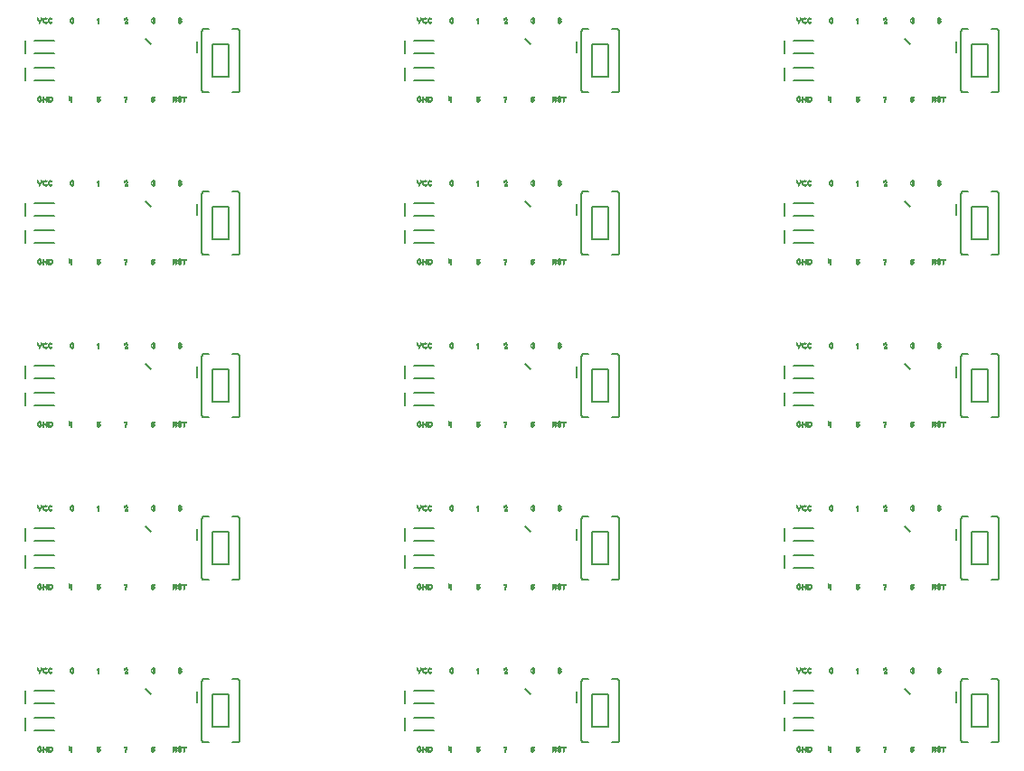
<source format=gto>
G75*
%MOIN*%
%OFA0B0*%
%FSLAX25Y25*%
%IPPOS*%
%LPD*%
%AMOC8*
5,1,8,0,0,1.08239X$1,22.5*
%
%ADD10C,0.00800*%
%ADD11C,0.00500*%
%ADD12R,0.00394X0.00079*%
%ADD13R,0.00709X0.00079*%
%ADD14R,0.01024X0.00079*%
%ADD15R,0.01181X0.00079*%
%ADD16R,0.01339X0.00079*%
%ADD17R,0.00551X0.00079*%
%ADD18R,0.00472X0.00079*%
%ADD19R,0.00630X0.00079*%
%ADD20R,0.00945X0.00079*%
%ADD21R,0.00787X0.00079*%
%ADD22R,0.00866X0.00079*%
%ADD23R,0.01102X0.00079*%
%ADD24R,0.01260X0.00079*%
%ADD25R,0.01417X0.00079*%
%ADD26R,0.01496X0.00079*%
%ADD27R,0.01575X0.00079*%
%ADD28R,0.01654X0.00079*%
%ADD29R,0.00157X0.00079*%
%ADD30R,0.00315X0.00079*%
%ADD31R,0.00079X0.00079*%
%ADD32R,0.00236X0.00079*%
%ADD33R,0.01969X0.00079*%
%ADD34R,0.01811X0.00079*%
D10*
X0067531Y0089539D02*
X0067531Y0094461D01*
X0070957Y0094461D02*
X0078043Y0094461D01*
X0078043Y0089539D02*
X0070957Y0089539D01*
X0070957Y0099539D02*
X0078043Y0099539D01*
X0078043Y0104461D02*
X0070957Y0104461D01*
X0067531Y0104461D02*
X0067531Y0099539D01*
X0111906Y0104874D02*
X0113874Y0102906D01*
X0132610Y0107827D02*
X0132610Y0086173D01*
X0132612Y0086111D01*
X0132618Y0086050D01*
X0132627Y0085989D01*
X0132641Y0085928D01*
X0132658Y0085869D01*
X0132679Y0085811D01*
X0132704Y0085754D01*
X0132732Y0085699D01*
X0132763Y0085646D01*
X0132798Y0085595D01*
X0132836Y0085546D01*
X0132877Y0085499D01*
X0132920Y0085456D01*
X0132967Y0085415D01*
X0133016Y0085377D01*
X0133067Y0085342D01*
X0133120Y0085311D01*
X0133175Y0085283D01*
X0133232Y0085258D01*
X0133290Y0085237D01*
X0133349Y0085220D01*
X0133410Y0085206D01*
X0133471Y0085197D01*
X0133532Y0085191D01*
X0133594Y0085189D01*
X0135169Y0085189D01*
X0136547Y0091094D02*
X0142453Y0091094D01*
X0142453Y0102906D01*
X0136547Y0102906D01*
X0136547Y0091094D01*
X0143831Y0085189D02*
X0145406Y0085189D01*
X0145468Y0085191D01*
X0145529Y0085197D01*
X0145590Y0085206D01*
X0145651Y0085220D01*
X0145710Y0085237D01*
X0145768Y0085258D01*
X0145825Y0085283D01*
X0145880Y0085311D01*
X0145933Y0085342D01*
X0145984Y0085377D01*
X0146033Y0085415D01*
X0146080Y0085456D01*
X0146123Y0085499D01*
X0146164Y0085546D01*
X0146202Y0085595D01*
X0146237Y0085646D01*
X0146268Y0085699D01*
X0146296Y0085754D01*
X0146321Y0085811D01*
X0146342Y0085869D01*
X0146359Y0085928D01*
X0146373Y0085989D01*
X0146382Y0086050D01*
X0146388Y0086111D01*
X0146390Y0086173D01*
X0146390Y0107827D01*
X0146388Y0107889D01*
X0146382Y0107950D01*
X0146373Y0108011D01*
X0146359Y0108072D01*
X0146342Y0108131D01*
X0146321Y0108189D01*
X0146296Y0108246D01*
X0146268Y0108301D01*
X0146237Y0108354D01*
X0146202Y0108405D01*
X0146164Y0108454D01*
X0146123Y0108501D01*
X0146080Y0108544D01*
X0146033Y0108585D01*
X0145984Y0108623D01*
X0145933Y0108658D01*
X0145880Y0108689D01*
X0145825Y0108717D01*
X0145768Y0108742D01*
X0145710Y0108763D01*
X0145651Y0108780D01*
X0145590Y0108794D01*
X0145529Y0108803D01*
X0145468Y0108809D01*
X0145406Y0108811D01*
X0143831Y0108811D01*
X0135169Y0108811D02*
X0133594Y0108811D01*
X0133532Y0108809D01*
X0133471Y0108803D01*
X0133410Y0108794D01*
X0133349Y0108780D01*
X0133290Y0108763D01*
X0133232Y0108742D01*
X0133175Y0108717D01*
X0133120Y0108689D01*
X0133067Y0108658D01*
X0133016Y0108623D01*
X0132967Y0108585D01*
X0132920Y0108544D01*
X0132877Y0108501D01*
X0132836Y0108454D01*
X0132798Y0108405D01*
X0132763Y0108354D01*
X0132732Y0108301D01*
X0132704Y0108246D01*
X0132679Y0108189D01*
X0132658Y0108131D01*
X0132641Y0108072D01*
X0132627Y0108011D01*
X0132618Y0107950D01*
X0132612Y0107889D01*
X0132610Y0107827D01*
X0133594Y0145189D02*
X0135169Y0145189D01*
X0133594Y0145189D02*
X0133532Y0145191D01*
X0133471Y0145197D01*
X0133410Y0145206D01*
X0133349Y0145220D01*
X0133290Y0145237D01*
X0133232Y0145258D01*
X0133175Y0145283D01*
X0133120Y0145311D01*
X0133067Y0145342D01*
X0133016Y0145377D01*
X0132967Y0145415D01*
X0132920Y0145456D01*
X0132877Y0145499D01*
X0132836Y0145546D01*
X0132798Y0145595D01*
X0132763Y0145646D01*
X0132732Y0145699D01*
X0132704Y0145754D01*
X0132679Y0145811D01*
X0132658Y0145869D01*
X0132641Y0145928D01*
X0132627Y0145989D01*
X0132618Y0146050D01*
X0132612Y0146111D01*
X0132610Y0146173D01*
X0132610Y0167827D01*
X0132612Y0167889D01*
X0132618Y0167950D01*
X0132627Y0168011D01*
X0132641Y0168072D01*
X0132658Y0168131D01*
X0132679Y0168189D01*
X0132704Y0168246D01*
X0132732Y0168301D01*
X0132763Y0168354D01*
X0132798Y0168405D01*
X0132836Y0168454D01*
X0132877Y0168501D01*
X0132920Y0168544D01*
X0132967Y0168585D01*
X0133016Y0168623D01*
X0133067Y0168658D01*
X0133120Y0168689D01*
X0133175Y0168717D01*
X0133232Y0168742D01*
X0133290Y0168763D01*
X0133349Y0168780D01*
X0133410Y0168794D01*
X0133471Y0168803D01*
X0133532Y0168809D01*
X0133594Y0168811D01*
X0135169Y0168811D01*
X0136547Y0162906D02*
X0142453Y0162906D01*
X0142453Y0151094D01*
X0136547Y0151094D01*
X0136547Y0162906D01*
X0143831Y0168811D02*
X0145406Y0168811D01*
X0145468Y0168809D01*
X0145529Y0168803D01*
X0145590Y0168794D01*
X0145651Y0168780D01*
X0145710Y0168763D01*
X0145768Y0168742D01*
X0145825Y0168717D01*
X0145880Y0168689D01*
X0145933Y0168658D01*
X0145984Y0168623D01*
X0146033Y0168585D01*
X0146080Y0168544D01*
X0146123Y0168501D01*
X0146164Y0168454D01*
X0146202Y0168405D01*
X0146237Y0168354D01*
X0146268Y0168301D01*
X0146296Y0168246D01*
X0146321Y0168189D01*
X0146342Y0168131D01*
X0146359Y0168072D01*
X0146373Y0168011D01*
X0146382Y0167950D01*
X0146388Y0167889D01*
X0146390Y0167827D01*
X0146390Y0146173D01*
X0146388Y0146111D01*
X0146382Y0146050D01*
X0146373Y0145989D01*
X0146359Y0145928D01*
X0146342Y0145869D01*
X0146321Y0145811D01*
X0146296Y0145754D01*
X0146268Y0145699D01*
X0146237Y0145646D01*
X0146202Y0145595D01*
X0146164Y0145546D01*
X0146123Y0145499D01*
X0146080Y0145456D01*
X0146033Y0145415D01*
X0145984Y0145377D01*
X0145933Y0145342D01*
X0145880Y0145311D01*
X0145825Y0145283D01*
X0145768Y0145258D01*
X0145710Y0145237D01*
X0145651Y0145220D01*
X0145590Y0145206D01*
X0145529Y0145197D01*
X0145468Y0145191D01*
X0145406Y0145189D01*
X0143831Y0145189D01*
X0113874Y0162906D02*
X0111906Y0164874D01*
X0078043Y0164461D02*
X0070957Y0164461D01*
X0067531Y0164461D02*
X0067531Y0159539D01*
X0070957Y0159539D02*
X0078043Y0159539D01*
X0078043Y0154461D02*
X0070957Y0154461D01*
X0067531Y0154461D02*
X0067531Y0149539D01*
X0070957Y0149539D02*
X0078043Y0149539D01*
X0133594Y0205189D02*
X0135169Y0205189D01*
X0133594Y0205189D02*
X0133532Y0205191D01*
X0133471Y0205197D01*
X0133410Y0205206D01*
X0133349Y0205220D01*
X0133290Y0205237D01*
X0133232Y0205258D01*
X0133175Y0205283D01*
X0133120Y0205311D01*
X0133067Y0205342D01*
X0133016Y0205377D01*
X0132967Y0205415D01*
X0132920Y0205456D01*
X0132877Y0205499D01*
X0132836Y0205546D01*
X0132798Y0205595D01*
X0132763Y0205646D01*
X0132732Y0205699D01*
X0132704Y0205754D01*
X0132679Y0205811D01*
X0132658Y0205869D01*
X0132641Y0205928D01*
X0132627Y0205989D01*
X0132618Y0206050D01*
X0132612Y0206111D01*
X0132610Y0206173D01*
X0132610Y0227827D01*
X0132612Y0227889D01*
X0132618Y0227950D01*
X0132627Y0228011D01*
X0132641Y0228072D01*
X0132658Y0228131D01*
X0132679Y0228189D01*
X0132704Y0228246D01*
X0132732Y0228301D01*
X0132763Y0228354D01*
X0132798Y0228405D01*
X0132836Y0228454D01*
X0132877Y0228501D01*
X0132920Y0228544D01*
X0132967Y0228585D01*
X0133016Y0228623D01*
X0133067Y0228658D01*
X0133120Y0228689D01*
X0133175Y0228717D01*
X0133232Y0228742D01*
X0133290Y0228763D01*
X0133349Y0228780D01*
X0133410Y0228794D01*
X0133471Y0228803D01*
X0133532Y0228809D01*
X0133594Y0228811D01*
X0135169Y0228811D01*
X0136547Y0222906D02*
X0142453Y0222906D01*
X0142453Y0211094D01*
X0136547Y0211094D01*
X0136547Y0222906D01*
X0143831Y0228811D02*
X0145406Y0228811D01*
X0145468Y0228809D01*
X0145529Y0228803D01*
X0145590Y0228794D01*
X0145651Y0228780D01*
X0145710Y0228763D01*
X0145768Y0228742D01*
X0145825Y0228717D01*
X0145880Y0228689D01*
X0145933Y0228658D01*
X0145984Y0228623D01*
X0146033Y0228585D01*
X0146080Y0228544D01*
X0146123Y0228501D01*
X0146164Y0228454D01*
X0146202Y0228405D01*
X0146237Y0228354D01*
X0146268Y0228301D01*
X0146296Y0228246D01*
X0146321Y0228189D01*
X0146342Y0228131D01*
X0146359Y0228072D01*
X0146373Y0228011D01*
X0146382Y0227950D01*
X0146388Y0227889D01*
X0146390Y0227827D01*
X0146390Y0206173D01*
X0146388Y0206111D01*
X0146382Y0206050D01*
X0146373Y0205989D01*
X0146359Y0205928D01*
X0146342Y0205869D01*
X0146321Y0205811D01*
X0146296Y0205754D01*
X0146268Y0205699D01*
X0146237Y0205646D01*
X0146202Y0205595D01*
X0146164Y0205546D01*
X0146123Y0205499D01*
X0146080Y0205456D01*
X0146033Y0205415D01*
X0145984Y0205377D01*
X0145933Y0205342D01*
X0145880Y0205311D01*
X0145825Y0205283D01*
X0145768Y0205258D01*
X0145710Y0205237D01*
X0145651Y0205220D01*
X0145590Y0205206D01*
X0145529Y0205197D01*
X0145468Y0205191D01*
X0145406Y0205189D01*
X0143831Y0205189D01*
X0113874Y0222906D02*
X0111906Y0224874D01*
X0078043Y0224461D02*
X0070957Y0224461D01*
X0067531Y0224461D02*
X0067531Y0219539D01*
X0070957Y0219539D02*
X0078043Y0219539D01*
X0078043Y0214461D02*
X0070957Y0214461D01*
X0067531Y0214461D02*
X0067531Y0209539D01*
X0070957Y0209539D02*
X0078043Y0209539D01*
X0133594Y0265189D02*
X0135169Y0265189D01*
X0133594Y0265189D02*
X0133532Y0265191D01*
X0133471Y0265197D01*
X0133410Y0265206D01*
X0133349Y0265220D01*
X0133290Y0265237D01*
X0133232Y0265258D01*
X0133175Y0265283D01*
X0133120Y0265311D01*
X0133067Y0265342D01*
X0133016Y0265377D01*
X0132967Y0265415D01*
X0132920Y0265456D01*
X0132877Y0265499D01*
X0132836Y0265546D01*
X0132798Y0265595D01*
X0132763Y0265646D01*
X0132732Y0265699D01*
X0132704Y0265754D01*
X0132679Y0265811D01*
X0132658Y0265869D01*
X0132641Y0265928D01*
X0132627Y0265989D01*
X0132618Y0266050D01*
X0132612Y0266111D01*
X0132610Y0266173D01*
X0132610Y0287827D01*
X0132612Y0287889D01*
X0132618Y0287950D01*
X0132627Y0288011D01*
X0132641Y0288072D01*
X0132658Y0288131D01*
X0132679Y0288189D01*
X0132704Y0288246D01*
X0132732Y0288301D01*
X0132763Y0288354D01*
X0132798Y0288405D01*
X0132836Y0288454D01*
X0132877Y0288501D01*
X0132920Y0288544D01*
X0132967Y0288585D01*
X0133016Y0288623D01*
X0133067Y0288658D01*
X0133120Y0288689D01*
X0133175Y0288717D01*
X0133232Y0288742D01*
X0133290Y0288763D01*
X0133349Y0288780D01*
X0133410Y0288794D01*
X0133471Y0288803D01*
X0133532Y0288809D01*
X0133594Y0288811D01*
X0135169Y0288811D01*
X0136547Y0282906D02*
X0142453Y0282906D01*
X0142453Y0271094D01*
X0136547Y0271094D01*
X0136547Y0282906D01*
X0143831Y0288811D02*
X0145406Y0288811D01*
X0145468Y0288809D01*
X0145529Y0288803D01*
X0145590Y0288794D01*
X0145651Y0288780D01*
X0145710Y0288763D01*
X0145768Y0288742D01*
X0145825Y0288717D01*
X0145880Y0288689D01*
X0145933Y0288658D01*
X0145984Y0288623D01*
X0146033Y0288585D01*
X0146080Y0288544D01*
X0146123Y0288501D01*
X0146164Y0288454D01*
X0146202Y0288405D01*
X0146237Y0288354D01*
X0146268Y0288301D01*
X0146296Y0288246D01*
X0146321Y0288189D01*
X0146342Y0288131D01*
X0146359Y0288072D01*
X0146373Y0288011D01*
X0146382Y0287950D01*
X0146388Y0287889D01*
X0146390Y0287827D01*
X0146390Y0266173D01*
X0146388Y0266111D01*
X0146382Y0266050D01*
X0146373Y0265989D01*
X0146359Y0265928D01*
X0146342Y0265869D01*
X0146321Y0265811D01*
X0146296Y0265754D01*
X0146268Y0265699D01*
X0146237Y0265646D01*
X0146202Y0265595D01*
X0146164Y0265546D01*
X0146123Y0265499D01*
X0146080Y0265456D01*
X0146033Y0265415D01*
X0145984Y0265377D01*
X0145933Y0265342D01*
X0145880Y0265311D01*
X0145825Y0265283D01*
X0145768Y0265258D01*
X0145710Y0265237D01*
X0145651Y0265220D01*
X0145590Y0265206D01*
X0145529Y0265197D01*
X0145468Y0265191D01*
X0145406Y0265189D01*
X0143831Y0265189D01*
X0113874Y0282906D02*
X0111906Y0284874D01*
X0078043Y0284461D02*
X0070957Y0284461D01*
X0067531Y0284461D02*
X0067531Y0279539D01*
X0070957Y0279539D02*
X0078043Y0279539D01*
X0078043Y0274461D02*
X0070957Y0274461D01*
X0067531Y0274461D02*
X0067531Y0269539D01*
X0070957Y0269539D02*
X0078043Y0269539D01*
X0133594Y0325189D02*
X0135169Y0325189D01*
X0133594Y0325189D02*
X0133532Y0325191D01*
X0133471Y0325197D01*
X0133410Y0325206D01*
X0133349Y0325220D01*
X0133290Y0325237D01*
X0133232Y0325258D01*
X0133175Y0325283D01*
X0133120Y0325311D01*
X0133067Y0325342D01*
X0133016Y0325377D01*
X0132967Y0325415D01*
X0132920Y0325456D01*
X0132877Y0325499D01*
X0132836Y0325546D01*
X0132798Y0325595D01*
X0132763Y0325646D01*
X0132732Y0325699D01*
X0132704Y0325754D01*
X0132679Y0325811D01*
X0132658Y0325869D01*
X0132641Y0325928D01*
X0132627Y0325989D01*
X0132618Y0326050D01*
X0132612Y0326111D01*
X0132610Y0326173D01*
X0132610Y0347827D01*
X0132612Y0347889D01*
X0132618Y0347950D01*
X0132627Y0348011D01*
X0132641Y0348072D01*
X0132658Y0348131D01*
X0132679Y0348189D01*
X0132704Y0348246D01*
X0132732Y0348301D01*
X0132763Y0348354D01*
X0132798Y0348405D01*
X0132836Y0348454D01*
X0132877Y0348501D01*
X0132920Y0348544D01*
X0132967Y0348585D01*
X0133016Y0348623D01*
X0133067Y0348658D01*
X0133120Y0348689D01*
X0133175Y0348717D01*
X0133232Y0348742D01*
X0133290Y0348763D01*
X0133349Y0348780D01*
X0133410Y0348794D01*
X0133471Y0348803D01*
X0133532Y0348809D01*
X0133594Y0348811D01*
X0135169Y0348811D01*
X0136547Y0342906D02*
X0142453Y0342906D01*
X0142453Y0331094D01*
X0136547Y0331094D01*
X0136547Y0342906D01*
X0143831Y0348811D02*
X0145406Y0348811D01*
X0145468Y0348809D01*
X0145529Y0348803D01*
X0145590Y0348794D01*
X0145651Y0348780D01*
X0145710Y0348763D01*
X0145768Y0348742D01*
X0145825Y0348717D01*
X0145880Y0348689D01*
X0145933Y0348658D01*
X0145984Y0348623D01*
X0146033Y0348585D01*
X0146080Y0348544D01*
X0146123Y0348501D01*
X0146164Y0348454D01*
X0146202Y0348405D01*
X0146237Y0348354D01*
X0146268Y0348301D01*
X0146296Y0348246D01*
X0146321Y0348189D01*
X0146342Y0348131D01*
X0146359Y0348072D01*
X0146373Y0348011D01*
X0146382Y0347950D01*
X0146388Y0347889D01*
X0146390Y0347827D01*
X0146390Y0326173D01*
X0146388Y0326111D01*
X0146382Y0326050D01*
X0146373Y0325989D01*
X0146359Y0325928D01*
X0146342Y0325869D01*
X0146321Y0325811D01*
X0146296Y0325754D01*
X0146268Y0325699D01*
X0146237Y0325646D01*
X0146202Y0325595D01*
X0146164Y0325546D01*
X0146123Y0325499D01*
X0146080Y0325456D01*
X0146033Y0325415D01*
X0145984Y0325377D01*
X0145933Y0325342D01*
X0145880Y0325311D01*
X0145825Y0325283D01*
X0145768Y0325258D01*
X0145710Y0325237D01*
X0145651Y0325220D01*
X0145590Y0325206D01*
X0145529Y0325197D01*
X0145468Y0325191D01*
X0145406Y0325189D01*
X0143831Y0325189D01*
X0113874Y0342906D02*
X0111906Y0344874D01*
X0078043Y0344461D02*
X0070957Y0344461D01*
X0067531Y0344461D02*
X0067531Y0339539D01*
X0070957Y0339539D02*
X0078043Y0339539D01*
X0078043Y0334461D02*
X0070957Y0334461D01*
X0067531Y0334461D02*
X0067531Y0329539D01*
X0070957Y0329539D02*
X0078043Y0329539D01*
X0207531Y0329539D02*
X0207531Y0334461D01*
X0210957Y0334461D02*
X0218043Y0334461D01*
X0218043Y0329539D02*
X0210957Y0329539D01*
X0210957Y0339539D02*
X0218043Y0339539D01*
X0218043Y0344461D02*
X0210957Y0344461D01*
X0207531Y0344461D02*
X0207531Y0339539D01*
X0251906Y0344874D02*
X0253874Y0342906D01*
X0272610Y0347827D02*
X0272610Y0326173D01*
X0272612Y0326111D01*
X0272618Y0326050D01*
X0272627Y0325989D01*
X0272641Y0325928D01*
X0272658Y0325869D01*
X0272679Y0325811D01*
X0272704Y0325754D01*
X0272732Y0325699D01*
X0272763Y0325646D01*
X0272798Y0325595D01*
X0272836Y0325546D01*
X0272877Y0325499D01*
X0272920Y0325456D01*
X0272967Y0325415D01*
X0273016Y0325377D01*
X0273067Y0325342D01*
X0273120Y0325311D01*
X0273175Y0325283D01*
X0273232Y0325258D01*
X0273290Y0325237D01*
X0273349Y0325220D01*
X0273410Y0325206D01*
X0273471Y0325197D01*
X0273532Y0325191D01*
X0273594Y0325189D01*
X0275169Y0325189D01*
X0276547Y0331094D02*
X0282453Y0331094D01*
X0282453Y0342906D01*
X0276547Y0342906D01*
X0276547Y0331094D01*
X0283831Y0325189D02*
X0285406Y0325189D01*
X0285468Y0325191D01*
X0285529Y0325197D01*
X0285590Y0325206D01*
X0285651Y0325220D01*
X0285710Y0325237D01*
X0285768Y0325258D01*
X0285825Y0325283D01*
X0285880Y0325311D01*
X0285933Y0325342D01*
X0285984Y0325377D01*
X0286033Y0325415D01*
X0286080Y0325456D01*
X0286123Y0325499D01*
X0286164Y0325546D01*
X0286202Y0325595D01*
X0286237Y0325646D01*
X0286268Y0325699D01*
X0286296Y0325754D01*
X0286321Y0325811D01*
X0286342Y0325869D01*
X0286359Y0325928D01*
X0286373Y0325989D01*
X0286382Y0326050D01*
X0286388Y0326111D01*
X0286390Y0326173D01*
X0286390Y0347827D01*
X0286388Y0347889D01*
X0286382Y0347950D01*
X0286373Y0348011D01*
X0286359Y0348072D01*
X0286342Y0348131D01*
X0286321Y0348189D01*
X0286296Y0348246D01*
X0286268Y0348301D01*
X0286237Y0348354D01*
X0286202Y0348405D01*
X0286164Y0348454D01*
X0286123Y0348501D01*
X0286080Y0348544D01*
X0286033Y0348585D01*
X0285984Y0348623D01*
X0285933Y0348658D01*
X0285880Y0348689D01*
X0285825Y0348717D01*
X0285768Y0348742D01*
X0285710Y0348763D01*
X0285651Y0348780D01*
X0285590Y0348794D01*
X0285529Y0348803D01*
X0285468Y0348809D01*
X0285406Y0348811D01*
X0283831Y0348811D01*
X0275169Y0348811D02*
X0273594Y0348811D01*
X0273532Y0348809D01*
X0273471Y0348803D01*
X0273410Y0348794D01*
X0273349Y0348780D01*
X0273290Y0348763D01*
X0273232Y0348742D01*
X0273175Y0348717D01*
X0273120Y0348689D01*
X0273067Y0348658D01*
X0273016Y0348623D01*
X0272967Y0348585D01*
X0272920Y0348544D01*
X0272877Y0348501D01*
X0272836Y0348454D01*
X0272798Y0348405D01*
X0272763Y0348354D01*
X0272732Y0348301D01*
X0272704Y0348246D01*
X0272679Y0348189D01*
X0272658Y0348131D01*
X0272641Y0348072D01*
X0272627Y0348011D01*
X0272618Y0347950D01*
X0272612Y0347889D01*
X0272610Y0347827D01*
X0273594Y0288811D02*
X0275169Y0288811D01*
X0273594Y0288811D02*
X0273532Y0288809D01*
X0273471Y0288803D01*
X0273410Y0288794D01*
X0273349Y0288780D01*
X0273290Y0288763D01*
X0273232Y0288742D01*
X0273175Y0288717D01*
X0273120Y0288689D01*
X0273067Y0288658D01*
X0273016Y0288623D01*
X0272967Y0288585D01*
X0272920Y0288544D01*
X0272877Y0288501D01*
X0272836Y0288454D01*
X0272798Y0288405D01*
X0272763Y0288354D01*
X0272732Y0288301D01*
X0272704Y0288246D01*
X0272679Y0288189D01*
X0272658Y0288131D01*
X0272641Y0288072D01*
X0272627Y0288011D01*
X0272618Y0287950D01*
X0272612Y0287889D01*
X0272610Y0287827D01*
X0272610Y0266173D01*
X0272612Y0266111D01*
X0272618Y0266050D01*
X0272627Y0265989D01*
X0272641Y0265928D01*
X0272658Y0265869D01*
X0272679Y0265811D01*
X0272704Y0265754D01*
X0272732Y0265699D01*
X0272763Y0265646D01*
X0272798Y0265595D01*
X0272836Y0265546D01*
X0272877Y0265499D01*
X0272920Y0265456D01*
X0272967Y0265415D01*
X0273016Y0265377D01*
X0273067Y0265342D01*
X0273120Y0265311D01*
X0273175Y0265283D01*
X0273232Y0265258D01*
X0273290Y0265237D01*
X0273349Y0265220D01*
X0273410Y0265206D01*
X0273471Y0265197D01*
X0273532Y0265191D01*
X0273594Y0265189D01*
X0275169Y0265189D01*
X0276547Y0271094D02*
X0282453Y0271094D01*
X0282453Y0282906D01*
X0276547Y0282906D01*
X0276547Y0271094D01*
X0283831Y0265189D02*
X0285406Y0265189D01*
X0285468Y0265191D01*
X0285529Y0265197D01*
X0285590Y0265206D01*
X0285651Y0265220D01*
X0285710Y0265237D01*
X0285768Y0265258D01*
X0285825Y0265283D01*
X0285880Y0265311D01*
X0285933Y0265342D01*
X0285984Y0265377D01*
X0286033Y0265415D01*
X0286080Y0265456D01*
X0286123Y0265499D01*
X0286164Y0265546D01*
X0286202Y0265595D01*
X0286237Y0265646D01*
X0286268Y0265699D01*
X0286296Y0265754D01*
X0286321Y0265811D01*
X0286342Y0265869D01*
X0286359Y0265928D01*
X0286373Y0265989D01*
X0286382Y0266050D01*
X0286388Y0266111D01*
X0286390Y0266173D01*
X0286390Y0287827D01*
X0286388Y0287889D01*
X0286382Y0287950D01*
X0286373Y0288011D01*
X0286359Y0288072D01*
X0286342Y0288131D01*
X0286321Y0288189D01*
X0286296Y0288246D01*
X0286268Y0288301D01*
X0286237Y0288354D01*
X0286202Y0288405D01*
X0286164Y0288454D01*
X0286123Y0288501D01*
X0286080Y0288544D01*
X0286033Y0288585D01*
X0285984Y0288623D01*
X0285933Y0288658D01*
X0285880Y0288689D01*
X0285825Y0288717D01*
X0285768Y0288742D01*
X0285710Y0288763D01*
X0285651Y0288780D01*
X0285590Y0288794D01*
X0285529Y0288803D01*
X0285468Y0288809D01*
X0285406Y0288811D01*
X0283831Y0288811D01*
X0253874Y0282906D02*
X0251906Y0284874D01*
X0218043Y0284461D02*
X0210957Y0284461D01*
X0207531Y0284461D02*
X0207531Y0279539D01*
X0210957Y0279539D02*
X0218043Y0279539D01*
X0218043Y0274461D02*
X0210957Y0274461D01*
X0207531Y0274461D02*
X0207531Y0269539D01*
X0210957Y0269539D02*
X0218043Y0269539D01*
X0218043Y0224461D02*
X0210957Y0224461D01*
X0207531Y0224461D02*
X0207531Y0219539D01*
X0210957Y0219539D02*
X0218043Y0219539D01*
X0218043Y0214461D02*
X0210957Y0214461D01*
X0207531Y0214461D02*
X0207531Y0209539D01*
X0210957Y0209539D02*
X0218043Y0209539D01*
X0251906Y0224874D02*
X0253874Y0222906D01*
X0272610Y0227827D02*
X0272610Y0206173D01*
X0272612Y0206111D01*
X0272618Y0206050D01*
X0272627Y0205989D01*
X0272641Y0205928D01*
X0272658Y0205869D01*
X0272679Y0205811D01*
X0272704Y0205754D01*
X0272732Y0205699D01*
X0272763Y0205646D01*
X0272798Y0205595D01*
X0272836Y0205546D01*
X0272877Y0205499D01*
X0272920Y0205456D01*
X0272967Y0205415D01*
X0273016Y0205377D01*
X0273067Y0205342D01*
X0273120Y0205311D01*
X0273175Y0205283D01*
X0273232Y0205258D01*
X0273290Y0205237D01*
X0273349Y0205220D01*
X0273410Y0205206D01*
X0273471Y0205197D01*
X0273532Y0205191D01*
X0273594Y0205189D01*
X0275169Y0205189D01*
X0276547Y0211094D02*
X0282453Y0211094D01*
X0282453Y0222906D01*
X0276547Y0222906D01*
X0276547Y0211094D01*
X0283831Y0205189D02*
X0285406Y0205189D01*
X0285468Y0205191D01*
X0285529Y0205197D01*
X0285590Y0205206D01*
X0285651Y0205220D01*
X0285710Y0205237D01*
X0285768Y0205258D01*
X0285825Y0205283D01*
X0285880Y0205311D01*
X0285933Y0205342D01*
X0285984Y0205377D01*
X0286033Y0205415D01*
X0286080Y0205456D01*
X0286123Y0205499D01*
X0286164Y0205546D01*
X0286202Y0205595D01*
X0286237Y0205646D01*
X0286268Y0205699D01*
X0286296Y0205754D01*
X0286321Y0205811D01*
X0286342Y0205869D01*
X0286359Y0205928D01*
X0286373Y0205989D01*
X0286382Y0206050D01*
X0286388Y0206111D01*
X0286390Y0206173D01*
X0286390Y0227827D01*
X0286388Y0227889D01*
X0286382Y0227950D01*
X0286373Y0228011D01*
X0286359Y0228072D01*
X0286342Y0228131D01*
X0286321Y0228189D01*
X0286296Y0228246D01*
X0286268Y0228301D01*
X0286237Y0228354D01*
X0286202Y0228405D01*
X0286164Y0228454D01*
X0286123Y0228501D01*
X0286080Y0228544D01*
X0286033Y0228585D01*
X0285984Y0228623D01*
X0285933Y0228658D01*
X0285880Y0228689D01*
X0285825Y0228717D01*
X0285768Y0228742D01*
X0285710Y0228763D01*
X0285651Y0228780D01*
X0285590Y0228794D01*
X0285529Y0228803D01*
X0285468Y0228809D01*
X0285406Y0228811D01*
X0283831Y0228811D01*
X0275169Y0228811D02*
X0273594Y0228811D01*
X0273532Y0228809D01*
X0273471Y0228803D01*
X0273410Y0228794D01*
X0273349Y0228780D01*
X0273290Y0228763D01*
X0273232Y0228742D01*
X0273175Y0228717D01*
X0273120Y0228689D01*
X0273067Y0228658D01*
X0273016Y0228623D01*
X0272967Y0228585D01*
X0272920Y0228544D01*
X0272877Y0228501D01*
X0272836Y0228454D01*
X0272798Y0228405D01*
X0272763Y0228354D01*
X0272732Y0228301D01*
X0272704Y0228246D01*
X0272679Y0228189D01*
X0272658Y0228131D01*
X0272641Y0228072D01*
X0272627Y0228011D01*
X0272618Y0227950D01*
X0272612Y0227889D01*
X0272610Y0227827D01*
X0273594Y0168811D02*
X0275169Y0168811D01*
X0273594Y0168811D02*
X0273532Y0168809D01*
X0273471Y0168803D01*
X0273410Y0168794D01*
X0273349Y0168780D01*
X0273290Y0168763D01*
X0273232Y0168742D01*
X0273175Y0168717D01*
X0273120Y0168689D01*
X0273067Y0168658D01*
X0273016Y0168623D01*
X0272967Y0168585D01*
X0272920Y0168544D01*
X0272877Y0168501D01*
X0272836Y0168454D01*
X0272798Y0168405D01*
X0272763Y0168354D01*
X0272732Y0168301D01*
X0272704Y0168246D01*
X0272679Y0168189D01*
X0272658Y0168131D01*
X0272641Y0168072D01*
X0272627Y0168011D01*
X0272618Y0167950D01*
X0272612Y0167889D01*
X0272610Y0167827D01*
X0272610Y0146173D01*
X0272612Y0146111D01*
X0272618Y0146050D01*
X0272627Y0145989D01*
X0272641Y0145928D01*
X0272658Y0145869D01*
X0272679Y0145811D01*
X0272704Y0145754D01*
X0272732Y0145699D01*
X0272763Y0145646D01*
X0272798Y0145595D01*
X0272836Y0145546D01*
X0272877Y0145499D01*
X0272920Y0145456D01*
X0272967Y0145415D01*
X0273016Y0145377D01*
X0273067Y0145342D01*
X0273120Y0145311D01*
X0273175Y0145283D01*
X0273232Y0145258D01*
X0273290Y0145237D01*
X0273349Y0145220D01*
X0273410Y0145206D01*
X0273471Y0145197D01*
X0273532Y0145191D01*
X0273594Y0145189D01*
X0275169Y0145189D01*
X0276547Y0151094D02*
X0282453Y0151094D01*
X0282453Y0162906D01*
X0276547Y0162906D01*
X0276547Y0151094D01*
X0283831Y0145189D02*
X0285406Y0145189D01*
X0285468Y0145191D01*
X0285529Y0145197D01*
X0285590Y0145206D01*
X0285651Y0145220D01*
X0285710Y0145237D01*
X0285768Y0145258D01*
X0285825Y0145283D01*
X0285880Y0145311D01*
X0285933Y0145342D01*
X0285984Y0145377D01*
X0286033Y0145415D01*
X0286080Y0145456D01*
X0286123Y0145499D01*
X0286164Y0145546D01*
X0286202Y0145595D01*
X0286237Y0145646D01*
X0286268Y0145699D01*
X0286296Y0145754D01*
X0286321Y0145811D01*
X0286342Y0145869D01*
X0286359Y0145928D01*
X0286373Y0145989D01*
X0286382Y0146050D01*
X0286388Y0146111D01*
X0286390Y0146173D01*
X0286390Y0167827D01*
X0286388Y0167889D01*
X0286382Y0167950D01*
X0286373Y0168011D01*
X0286359Y0168072D01*
X0286342Y0168131D01*
X0286321Y0168189D01*
X0286296Y0168246D01*
X0286268Y0168301D01*
X0286237Y0168354D01*
X0286202Y0168405D01*
X0286164Y0168454D01*
X0286123Y0168501D01*
X0286080Y0168544D01*
X0286033Y0168585D01*
X0285984Y0168623D01*
X0285933Y0168658D01*
X0285880Y0168689D01*
X0285825Y0168717D01*
X0285768Y0168742D01*
X0285710Y0168763D01*
X0285651Y0168780D01*
X0285590Y0168794D01*
X0285529Y0168803D01*
X0285468Y0168809D01*
X0285406Y0168811D01*
X0283831Y0168811D01*
X0253874Y0162906D02*
X0251906Y0164874D01*
X0218043Y0164461D02*
X0210957Y0164461D01*
X0207531Y0164461D02*
X0207531Y0159539D01*
X0210957Y0159539D02*
X0218043Y0159539D01*
X0218043Y0154461D02*
X0210957Y0154461D01*
X0207531Y0154461D02*
X0207531Y0149539D01*
X0210957Y0149539D02*
X0218043Y0149539D01*
X0218043Y0104461D02*
X0210957Y0104461D01*
X0207531Y0104461D02*
X0207531Y0099539D01*
X0210957Y0099539D02*
X0218043Y0099539D01*
X0218043Y0094461D02*
X0210957Y0094461D01*
X0207531Y0094461D02*
X0207531Y0089539D01*
X0210957Y0089539D02*
X0218043Y0089539D01*
X0251906Y0104874D02*
X0253874Y0102906D01*
X0272610Y0107827D02*
X0272610Y0086173D01*
X0272612Y0086111D01*
X0272618Y0086050D01*
X0272627Y0085989D01*
X0272641Y0085928D01*
X0272658Y0085869D01*
X0272679Y0085811D01*
X0272704Y0085754D01*
X0272732Y0085699D01*
X0272763Y0085646D01*
X0272798Y0085595D01*
X0272836Y0085546D01*
X0272877Y0085499D01*
X0272920Y0085456D01*
X0272967Y0085415D01*
X0273016Y0085377D01*
X0273067Y0085342D01*
X0273120Y0085311D01*
X0273175Y0085283D01*
X0273232Y0085258D01*
X0273290Y0085237D01*
X0273349Y0085220D01*
X0273410Y0085206D01*
X0273471Y0085197D01*
X0273532Y0085191D01*
X0273594Y0085189D01*
X0275169Y0085189D01*
X0276547Y0091094D02*
X0282453Y0091094D01*
X0282453Y0102906D01*
X0276547Y0102906D01*
X0276547Y0091094D01*
X0283831Y0085189D02*
X0285406Y0085189D01*
X0285468Y0085191D01*
X0285529Y0085197D01*
X0285590Y0085206D01*
X0285651Y0085220D01*
X0285710Y0085237D01*
X0285768Y0085258D01*
X0285825Y0085283D01*
X0285880Y0085311D01*
X0285933Y0085342D01*
X0285984Y0085377D01*
X0286033Y0085415D01*
X0286080Y0085456D01*
X0286123Y0085499D01*
X0286164Y0085546D01*
X0286202Y0085595D01*
X0286237Y0085646D01*
X0286268Y0085699D01*
X0286296Y0085754D01*
X0286321Y0085811D01*
X0286342Y0085869D01*
X0286359Y0085928D01*
X0286373Y0085989D01*
X0286382Y0086050D01*
X0286388Y0086111D01*
X0286390Y0086173D01*
X0286390Y0107827D01*
X0286388Y0107889D01*
X0286382Y0107950D01*
X0286373Y0108011D01*
X0286359Y0108072D01*
X0286342Y0108131D01*
X0286321Y0108189D01*
X0286296Y0108246D01*
X0286268Y0108301D01*
X0286237Y0108354D01*
X0286202Y0108405D01*
X0286164Y0108454D01*
X0286123Y0108501D01*
X0286080Y0108544D01*
X0286033Y0108585D01*
X0285984Y0108623D01*
X0285933Y0108658D01*
X0285880Y0108689D01*
X0285825Y0108717D01*
X0285768Y0108742D01*
X0285710Y0108763D01*
X0285651Y0108780D01*
X0285590Y0108794D01*
X0285529Y0108803D01*
X0285468Y0108809D01*
X0285406Y0108811D01*
X0283831Y0108811D01*
X0275169Y0108811D02*
X0273594Y0108811D01*
X0273532Y0108809D01*
X0273471Y0108803D01*
X0273410Y0108794D01*
X0273349Y0108780D01*
X0273290Y0108763D01*
X0273232Y0108742D01*
X0273175Y0108717D01*
X0273120Y0108689D01*
X0273067Y0108658D01*
X0273016Y0108623D01*
X0272967Y0108585D01*
X0272920Y0108544D01*
X0272877Y0108501D01*
X0272836Y0108454D01*
X0272798Y0108405D01*
X0272763Y0108354D01*
X0272732Y0108301D01*
X0272704Y0108246D01*
X0272679Y0108189D01*
X0272658Y0108131D01*
X0272641Y0108072D01*
X0272627Y0108011D01*
X0272618Y0107950D01*
X0272612Y0107889D01*
X0272610Y0107827D01*
X0347531Y0104461D02*
X0347531Y0099539D01*
X0350957Y0099539D02*
X0358043Y0099539D01*
X0358043Y0104461D02*
X0350957Y0104461D01*
X0350957Y0094461D02*
X0358043Y0094461D01*
X0358043Y0089539D02*
X0350957Y0089539D01*
X0347531Y0089539D02*
X0347531Y0094461D01*
X0391906Y0104874D02*
X0393874Y0102906D01*
X0412610Y0107827D02*
X0412610Y0086173D01*
X0412612Y0086111D01*
X0412618Y0086050D01*
X0412627Y0085989D01*
X0412641Y0085928D01*
X0412658Y0085869D01*
X0412679Y0085811D01*
X0412704Y0085754D01*
X0412732Y0085699D01*
X0412763Y0085646D01*
X0412798Y0085595D01*
X0412836Y0085546D01*
X0412877Y0085499D01*
X0412920Y0085456D01*
X0412967Y0085415D01*
X0413016Y0085377D01*
X0413067Y0085342D01*
X0413120Y0085311D01*
X0413175Y0085283D01*
X0413232Y0085258D01*
X0413290Y0085237D01*
X0413349Y0085220D01*
X0413410Y0085206D01*
X0413471Y0085197D01*
X0413532Y0085191D01*
X0413594Y0085189D01*
X0415169Y0085189D01*
X0416547Y0091094D02*
X0422453Y0091094D01*
X0422453Y0102906D01*
X0416547Y0102906D01*
X0416547Y0091094D01*
X0423831Y0085189D02*
X0425406Y0085189D01*
X0425468Y0085191D01*
X0425529Y0085197D01*
X0425590Y0085206D01*
X0425651Y0085220D01*
X0425710Y0085237D01*
X0425768Y0085258D01*
X0425825Y0085283D01*
X0425880Y0085311D01*
X0425933Y0085342D01*
X0425984Y0085377D01*
X0426033Y0085415D01*
X0426080Y0085456D01*
X0426123Y0085499D01*
X0426164Y0085546D01*
X0426202Y0085595D01*
X0426237Y0085646D01*
X0426268Y0085699D01*
X0426296Y0085754D01*
X0426321Y0085811D01*
X0426342Y0085869D01*
X0426359Y0085928D01*
X0426373Y0085989D01*
X0426382Y0086050D01*
X0426388Y0086111D01*
X0426390Y0086173D01*
X0426390Y0107827D01*
X0426388Y0107889D01*
X0426382Y0107950D01*
X0426373Y0108011D01*
X0426359Y0108072D01*
X0426342Y0108131D01*
X0426321Y0108189D01*
X0426296Y0108246D01*
X0426268Y0108301D01*
X0426237Y0108354D01*
X0426202Y0108405D01*
X0426164Y0108454D01*
X0426123Y0108501D01*
X0426080Y0108544D01*
X0426033Y0108585D01*
X0425984Y0108623D01*
X0425933Y0108658D01*
X0425880Y0108689D01*
X0425825Y0108717D01*
X0425768Y0108742D01*
X0425710Y0108763D01*
X0425651Y0108780D01*
X0425590Y0108794D01*
X0425529Y0108803D01*
X0425468Y0108809D01*
X0425406Y0108811D01*
X0423831Y0108811D01*
X0415169Y0108811D02*
X0413594Y0108811D01*
X0413532Y0108809D01*
X0413471Y0108803D01*
X0413410Y0108794D01*
X0413349Y0108780D01*
X0413290Y0108763D01*
X0413232Y0108742D01*
X0413175Y0108717D01*
X0413120Y0108689D01*
X0413067Y0108658D01*
X0413016Y0108623D01*
X0412967Y0108585D01*
X0412920Y0108544D01*
X0412877Y0108501D01*
X0412836Y0108454D01*
X0412798Y0108405D01*
X0412763Y0108354D01*
X0412732Y0108301D01*
X0412704Y0108246D01*
X0412679Y0108189D01*
X0412658Y0108131D01*
X0412641Y0108072D01*
X0412627Y0108011D01*
X0412618Y0107950D01*
X0412612Y0107889D01*
X0412610Y0107827D01*
X0413594Y0145189D02*
X0415169Y0145189D01*
X0413594Y0145189D02*
X0413532Y0145191D01*
X0413471Y0145197D01*
X0413410Y0145206D01*
X0413349Y0145220D01*
X0413290Y0145237D01*
X0413232Y0145258D01*
X0413175Y0145283D01*
X0413120Y0145311D01*
X0413067Y0145342D01*
X0413016Y0145377D01*
X0412967Y0145415D01*
X0412920Y0145456D01*
X0412877Y0145499D01*
X0412836Y0145546D01*
X0412798Y0145595D01*
X0412763Y0145646D01*
X0412732Y0145699D01*
X0412704Y0145754D01*
X0412679Y0145811D01*
X0412658Y0145869D01*
X0412641Y0145928D01*
X0412627Y0145989D01*
X0412618Y0146050D01*
X0412612Y0146111D01*
X0412610Y0146173D01*
X0412610Y0167827D01*
X0412612Y0167889D01*
X0412618Y0167950D01*
X0412627Y0168011D01*
X0412641Y0168072D01*
X0412658Y0168131D01*
X0412679Y0168189D01*
X0412704Y0168246D01*
X0412732Y0168301D01*
X0412763Y0168354D01*
X0412798Y0168405D01*
X0412836Y0168454D01*
X0412877Y0168501D01*
X0412920Y0168544D01*
X0412967Y0168585D01*
X0413016Y0168623D01*
X0413067Y0168658D01*
X0413120Y0168689D01*
X0413175Y0168717D01*
X0413232Y0168742D01*
X0413290Y0168763D01*
X0413349Y0168780D01*
X0413410Y0168794D01*
X0413471Y0168803D01*
X0413532Y0168809D01*
X0413594Y0168811D01*
X0415169Y0168811D01*
X0416547Y0162906D02*
X0422453Y0162906D01*
X0422453Y0151094D01*
X0416547Y0151094D01*
X0416547Y0162906D01*
X0423831Y0168811D02*
X0425406Y0168811D01*
X0425468Y0168809D01*
X0425529Y0168803D01*
X0425590Y0168794D01*
X0425651Y0168780D01*
X0425710Y0168763D01*
X0425768Y0168742D01*
X0425825Y0168717D01*
X0425880Y0168689D01*
X0425933Y0168658D01*
X0425984Y0168623D01*
X0426033Y0168585D01*
X0426080Y0168544D01*
X0426123Y0168501D01*
X0426164Y0168454D01*
X0426202Y0168405D01*
X0426237Y0168354D01*
X0426268Y0168301D01*
X0426296Y0168246D01*
X0426321Y0168189D01*
X0426342Y0168131D01*
X0426359Y0168072D01*
X0426373Y0168011D01*
X0426382Y0167950D01*
X0426388Y0167889D01*
X0426390Y0167827D01*
X0426390Y0146173D01*
X0426388Y0146111D01*
X0426382Y0146050D01*
X0426373Y0145989D01*
X0426359Y0145928D01*
X0426342Y0145869D01*
X0426321Y0145811D01*
X0426296Y0145754D01*
X0426268Y0145699D01*
X0426237Y0145646D01*
X0426202Y0145595D01*
X0426164Y0145546D01*
X0426123Y0145499D01*
X0426080Y0145456D01*
X0426033Y0145415D01*
X0425984Y0145377D01*
X0425933Y0145342D01*
X0425880Y0145311D01*
X0425825Y0145283D01*
X0425768Y0145258D01*
X0425710Y0145237D01*
X0425651Y0145220D01*
X0425590Y0145206D01*
X0425529Y0145197D01*
X0425468Y0145191D01*
X0425406Y0145189D01*
X0423831Y0145189D01*
X0393874Y0162906D02*
X0391906Y0164874D01*
X0358043Y0164461D02*
X0350957Y0164461D01*
X0347531Y0164461D02*
X0347531Y0159539D01*
X0350957Y0159539D02*
X0358043Y0159539D01*
X0358043Y0154461D02*
X0350957Y0154461D01*
X0347531Y0154461D02*
X0347531Y0149539D01*
X0350957Y0149539D02*
X0358043Y0149539D01*
X0413594Y0205189D02*
X0415169Y0205189D01*
X0413594Y0205189D02*
X0413532Y0205191D01*
X0413471Y0205197D01*
X0413410Y0205206D01*
X0413349Y0205220D01*
X0413290Y0205237D01*
X0413232Y0205258D01*
X0413175Y0205283D01*
X0413120Y0205311D01*
X0413067Y0205342D01*
X0413016Y0205377D01*
X0412967Y0205415D01*
X0412920Y0205456D01*
X0412877Y0205499D01*
X0412836Y0205546D01*
X0412798Y0205595D01*
X0412763Y0205646D01*
X0412732Y0205699D01*
X0412704Y0205754D01*
X0412679Y0205811D01*
X0412658Y0205869D01*
X0412641Y0205928D01*
X0412627Y0205989D01*
X0412618Y0206050D01*
X0412612Y0206111D01*
X0412610Y0206173D01*
X0412610Y0227827D01*
X0412612Y0227889D01*
X0412618Y0227950D01*
X0412627Y0228011D01*
X0412641Y0228072D01*
X0412658Y0228131D01*
X0412679Y0228189D01*
X0412704Y0228246D01*
X0412732Y0228301D01*
X0412763Y0228354D01*
X0412798Y0228405D01*
X0412836Y0228454D01*
X0412877Y0228501D01*
X0412920Y0228544D01*
X0412967Y0228585D01*
X0413016Y0228623D01*
X0413067Y0228658D01*
X0413120Y0228689D01*
X0413175Y0228717D01*
X0413232Y0228742D01*
X0413290Y0228763D01*
X0413349Y0228780D01*
X0413410Y0228794D01*
X0413471Y0228803D01*
X0413532Y0228809D01*
X0413594Y0228811D01*
X0415169Y0228811D01*
X0416547Y0222906D02*
X0422453Y0222906D01*
X0422453Y0211094D01*
X0416547Y0211094D01*
X0416547Y0222906D01*
X0423831Y0228811D02*
X0425406Y0228811D01*
X0425468Y0228809D01*
X0425529Y0228803D01*
X0425590Y0228794D01*
X0425651Y0228780D01*
X0425710Y0228763D01*
X0425768Y0228742D01*
X0425825Y0228717D01*
X0425880Y0228689D01*
X0425933Y0228658D01*
X0425984Y0228623D01*
X0426033Y0228585D01*
X0426080Y0228544D01*
X0426123Y0228501D01*
X0426164Y0228454D01*
X0426202Y0228405D01*
X0426237Y0228354D01*
X0426268Y0228301D01*
X0426296Y0228246D01*
X0426321Y0228189D01*
X0426342Y0228131D01*
X0426359Y0228072D01*
X0426373Y0228011D01*
X0426382Y0227950D01*
X0426388Y0227889D01*
X0426390Y0227827D01*
X0426390Y0206173D01*
X0426388Y0206111D01*
X0426382Y0206050D01*
X0426373Y0205989D01*
X0426359Y0205928D01*
X0426342Y0205869D01*
X0426321Y0205811D01*
X0426296Y0205754D01*
X0426268Y0205699D01*
X0426237Y0205646D01*
X0426202Y0205595D01*
X0426164Y0205546D01*
X0426123Y0205499D01*
X0426080Y0205456D01*
X0426033Y0205415D01*
X0425984Y0205377D01*
X0425933Y0205342D01*
X0425880Y0205311D01*
X0425825Y0205283D01*
X0425768Y0205258D01*
X0425710Y0205237D01*
X0425651Y0205220D01*
X0425590Y0205206D01*
X0425529Y0205197D01*
X0425468Y0205191D01*
X0425406Y0205189D01*
X0423831Y0205189D01*
X0393874Y0222906D02*
X0391906Y0224874D01*
X0358043Y0224461D02*
X0350957Y0224461D01*
X0347531Y0224461D02*
X0347531Y0219539D01*
X0350957Y0219539D02*
X0358043Y0219539D01*
X0358043Y0214461D02*
X0350957Y0214461D01*
X0347531Y0214461D02*
X0347531Y0209539D01*
X0350957Y0209539D02*
X0358043Y0209539D01*
X0413594Y0265189D02*
X0415169Y0265189D01*
X0413594Y0265189D02*
X0413532Y0265191D01*
X0413471Y0265197D01*
X0413410Y0265206D01*
X0413349Y0265220D01*
X0413290Y0265237D01*
X0413232Y0265258D01*
X0413175Y0265283D01*
X0413120Y0265311D01*
X0413067Y0265342D01*
X0413016Y0265377D01*
X0412967Y0265415D01*
X0412920Y0265456D01*
X0412877Y0265499D01*
X0412836Y0265546D01*
X0412798Y0265595D01*
X0412763Y0265646D01*
X0412732Y0265699D01*
X0412704Y0265754D01*
X0412679Y0265811D01*
X0412658Y0265869D01*
X0412641Y0265928D01*
X0412627Y0265989D01*
X0412618Y0266050D01*
X0412612Y0266111D01*
X0412610Y0266173D01*
X0412610Y0287827D01*
X0412612Y0287889D01*
X0412618Y0287950D01*
X0412627Y0288011D01*
X0412641Y0288072D01*
X0412658Y0288131D01*
X0412679Y0288189D01*
X0412704Y0288246D01*
X0412732Y0288301D01*
X0412763Y0288354D01*
X0412798Y0288405D01*
X0412836Y0288454D01*
X0412877Y0288501D01*
X0412920Y0288544D01*
X0412967Y0288585D01*
X0413016Y0288623D01*
X0413067Y0288658D01*
X0413120Y0288689D01*
X0413175Y0288717D01*
X0413232Y0288742D01*
X0413290Y0288763D01*
X0413349Y0288780D01*
X0413410Y0288794D01*
X0413471Y0288803D01*
X0413532Y0288809D01*
X0413594Y0288811D01*
X0415169Y0288811D01*
X0416547Y0282906D02*
X0422453Y0282906D01*
X0422453Y0271094D01*
X0416547Y0271094D01*
X0416547Y0282906D01*
X0423831Y0288811D02*
X0425406Y0288811D01*
X0425468Y0288809D01*
X0425529Y0288803D01*
X0425590Y0288794D01*
X0425651Y0288780D01*
X0425710Y0288763D01*
X0425768Y0288742D01*
X0425825Y0288717D01*
X0425880Y0288689D01*
X0425933Y0288658D01*
X0425984Y0288623D01*
X0426033Y0288585D01*
X0426080Y0288544D01*
X0426123Y0288501D01*
X0426164Y0288454D01*
X0426202Y0288405D01*
X0426237Y0288354D01*
X0426268Y0288301D01*
X0426296Y0288246D01*
X0426321Y0288189D01*
X0426342Y0288131D01*
X0426359Y0288072D01*
X0426373Y0288011D01*
X0426382Y0287950D01*
X0426388Y0287889D01*
X0426390Y0287827D01*
X0426390Y0266173D01*
X0426388Y0266111D01*
X0426382Y0266050D01*
X0426373Y0265989D01*
X0426359Y0265928D01*
X0426342Y0265869D01*
X0426321Y0265811D01*
X0426296Y0265754D01*
X0426268Y0265699D01*
X0426237Y0265646D01*
X0426202Y0265595D01*
X0426164Y0265546D01*
X0426123Y0265499D01*
X0426080Y0265456D01*
X0426033Y0265415D01*
X0425984Y0265377D01*
X0425933Y0265342D01*
X0425880Y0265311D01*
X0425825Y0265283D01*
X0425768Y0265258D01*
X0425710Y0265237D01*
X0425651Y0265220D01*
X0425590Y0265206D01*
X0425529Y0265197D01*
X0425468Y0265191D01*
X0425406Y0265189D01*
X0423831Y0265189D01*
X0393874Y0282906D02*
X0391906Y0284874D01*
X0358043Y0284461D02*
X0350957Y0284461D01*
X0347531Y0284461D02*
X0347531Y0279539D01*
X0350957Y0279539D02*
X0358043Y0279539D01*
X0358043Y0274461D02*
X0350957Y0274461D01*
X0347531Y0274461D02*
X0347531Y0269539D01*
X0350957Y0269539D02*
X0358043Y0269539D01*
X0413594Y0325189D02*
X0415169Y0325189D01*
X0413594Y0325189D02*
X0413532Y0325191D01*
X0413471Y0325197D01*
X0413410Y0325206D01*
X0413349Y0325220D01*
X0413290Y0325237D01*
X0413232Y0325258D01*
X0413175Y0325283D01*
X0413120Y0325311D01*
X0413067Y0325342D01*
X0413016Y0325377D01*
X0412967Y0325415D01*
X0412920Y0325456D01*
X0412877Y0325499D01*
X0412836Y0325546D01*
X0412798Y0325595D01*
X0412763Y0325646D01*
X0412732Y0325699D01*
X0412704Y0325754D01*
X0412679Y0325811D01*
X0412658Y0325869D01*
X0412641Y0325928D01*
X0412627Y0325989D01*
X0412618Y0326050D01*
X0412612Y0326111D01*
X0412610Y0326173D01*
X0412610Y0347827D01*
X0412612Y0347889D01*
X0412618Y0347950D01*
X0412627Y0348011D01*
X0412641Y0348072D01*
X0412658Y0348131D01*
X0412679Y0348189D01*
X0412704Y0348246D01*
X0412732Y0348301D01*
X0412763Y0348354D01*
X0412798Y0348405D01*
X0412836Y0348454D01*
X0412877Y0348501D01*
X0412920Y0348544D01*
X0412967Y0348585D01*
X0413016Y0348623D01*
X0413067Y0348658D01*
X0413120Y0348689D01*
X0413175Y0348717D01*
X0413232Y0348742D01*
X0413290Y0348763D01*
X0413349Y0348780D01*
X0413410Y0348794D01*
X0413471Y0348803D01*
X0413532Y0348809D01*
X0413594Y0348811D01*
X0415169Y0348811D01*
X0416547Y0342906D02*
X0422453Y0342906D01*
X0422453Y0331094D01*
X0416547Y0331094D01*
X0416547Y0342906D01*
X0423831Y0348811D02*
X0425406Y0348811D01*
X0425468Y0348809D01*
X0425529Y0348803D01*
X0425590Y0348794D01*
X0425651Y0348780D01*
X0425710Y0348763D01*
X0425768Y0348742D01*
X0425825Y0348717D01*
X0425880Y0348689D01*
X0425933Y0348658D01*
X0425984Y0348623D01*
X0426033Y0348585D01*
X0426080Y0348544D01*
X0426123Y0348501D01*
X0426164Y0348454D01*
X0426202Y0348405D01*
X0426237Y0348354D01*
X0426268Y0348301D01*
X0426296Y0348246D01*
X0426321Y0348189D01*
X0426342Y0348131D01*
X0426359Y0348072D01*
X0426373Y0348011D01*
X0426382Y0347950D01*
X0426388Y0347889D01*
X0426390Y0347827D01*
X0426390Y0326173D01*
X0426388Y0326111D01*
X0426382Y0326050D01*
X0426373Y0325989D01*
X0426359Y0325928D01*
X0426342Y0325869D01*
X0426321Y0325811D01*
X0426296Y0325754D01*
X0426268Y0325699D01*
X0426237Y0325646D01*
X0426202Y0325595D01*
X0426164Y0325546D01*
X0426123Y0325499D01*
X0426080Y0325456D01*
X0426033Y0325415D01*
X0425984Y0325377D01*
X0425933Y0325342D01*
X0425880Y0325311D01*
X0425825Y0325283D01*
X0425768Y0325258D01*
X0425710Y0325237D01*
X0425651Y0325220D01*
X0425590Y0325206D01*
X0425529Y0325197D01*
X0425468Y0325191D01*
X0425406Y0325189D01*
X0423831Y0325189D01*
X0393874Y0342906D02*
X0391906Y0344874D01*
X0358043Y0344461D02*
X0350957Y0344461D01*
X0347531Y0344461D02*
X0347531Y0339539D01*
X0350957Y0339539D02*
X0358043Y0339539D01*
X0358043Y0334461D02*
X0350957Y0334461D01*
X0347531Y0334461D02*
X0347531Y0329539D01*
X0350957Y0329539D02*
X0358043Y0329539D01*
D11*
X0410750Y0340125D02*
X0410750Y0343875D01*
X0410750Y0283875D02*
X0410750Y0280125D01*
X0410750Y0223875D02*
X0410750Y0220125D01*
X0410750Y0163875D02*
X0410750Y0160125D01*
X0410750Y0103875D02*
X0410750Y0100125D01*
X0270750Y0100125D02*
X0270750Y0103875D01*
X0270750Y0160125D02*
X0270750Y0163875D01*
X0270750Y0220125D02*
X0270750Y0223875D01*
X0270750Y0280125D02*
X0270750Y0283875D01*
X0270750Y0340125D02*
X0270750Y0343875D01*
X0130750Y0343875D02*
X0130750Y0340125D01*
X0130750Y0283875D02*
X0130750Y0280125D01*
X0130750Y0223875D02*
X0130750Y0220125D01*
X0130750Y0163875D02*
X0130750Y0160125D01*
X0130750Y0103875D02*
X0130750Y0100125D01*
D12*
X0124559Y0112524D03*
X0114638Y0112524D03*
X0114165Y0111894D03*
X0104638Y0112524D03*
X0104087Y0111579D03*
X0094559Y0112445D03*
X0094559Y0110476D03*
X0084638Y0112524D03*
X0077283Y0111972D03*
X0075394Y0110949D03*
X0075472Y0083445D03*
X0074134Y0083445D03*
X0074134Y0081476D03*
X0083823Y0083445D03*
X0084610Y0083445D03*
X0084610Y0081555D03*
X0084610Y0081476D03*
X0094165Y0081949D03*
X0104323Y0081476D03*
X0123898Y0082028D03*
X0123898Y0142028D03*
X0104323Y0141476D03*
X0094165Y0141949D03*
X0084610Y0141555D03*
X0084610Y0141476D03*
X0084610Y0143445D03*
X0083823Y0143445D03*
X0075472Y0143445D03*
X0074134Y0143445D03*
X0074134Y0141476D03*
X0075394Y0170949D03*
X0077283Y0171972D03*
X0084638Y0172524D03*
X0094559Y0172445D03*
X0094559Y0170476D03*
X0104087Y0171579D03*
X0104638Y0172524D03*
X0114165Y0171894D03*
X0114638Y0172524D03*
X0124559Y0172524D03*
X0123898Y0202028D03*
X0104323Y0201476D03*
X0094165Y0201949D03*
X0084610Y0201555D03*
X0084610Y0201476D03*
X0084610Y0203445D03*
X0083823Y0203445D03*
X0075472Y0203445D03*
X0074134Y0203445D03*
X0074134Y0201476D03*
X0075394Y0230949D03*
X0077283Y0231972D03*
X0084638Y0232524D03*
X0094559Y0232445D03*
X0094559Y0230476D03*
X0104087Y0231579D03*
X0104638Y0232524D03*
X0114165Y0231894D03*
X0114638Y0232524D03*
X0124559Y0232524D03*
X0123898Y0262028D03*
X0104323Y0261476D03*
X0094165Y0261949D03*
X0084610Y0261555D03*
X0084610Y0261476D03*
X0084610Y0263445D03*
X0083823Y0263445D03*
X0075472Y0263445D03*
X0074134Y0263445D03*
X0074134Y0261476D03*
X0075394Y0290949D03*
X0077283Y0291972D03*
X0084638Y0292524D03*
X0094559Y0292445D03*
X0094559Y0290476D03*
X0104087Y0291579D03*
X0104638Y0292524D03*
X0114165Y0291894D03*
X0114638Y0292524D03*
X0124559Y0292524D03*
X0123898Y0322028D03*
X0104323Y0321476D03*
X0094165Y0321949D03*
X0084610Y0321555D03*
X0084610Y0321476D03*
X0084610Y0323445D03*
X0083823Y0323445D03*
X0075472Y0323445D03*
X0074134Y0323445D03*
X0074134Y0321476D03*
X0075394Y0350949D03*
X0077283Y0351972D03*
X0084638Y0352524D03*
X0094559Y0352445D03*
X0094559Y0350476D03*
X0104087Y0351579D03*
X0104638Y0352524D03*
X0114165Y0351894D03*
X0114638Y0352524D03*
X0124559Y0352524D03*
X0214134Y0323445D03*
X0215472Y0323445D03*
X0214134Y0321476D03*
X0223823Y0323445D03*
X0224610Y0323445D03*
X0224610Y0321555D03*
X0224610Y0321476D03*
X0234165Y0321949D03*
X0244323Y0321476D03*
X0263898Y0322028D03*
X0264559Y0292524D03*
X0254638Y0292524D03*
X0254165Y0291894D03*
X0244638Y0292524D03*
X0244087Y0291579D03*
X0234559Y0292445D03*
X0234559Y0290476D03*
X0224638Y0292524D03*
X0217283Y0291972D03*
X0215394Y0290949D03*
X0215472Y0263445D03*
X0214134Y0263445D03*
X0214134Y0261476D03*
X0223823Y0263445D03*
X0224610Y0263445D03*
X0224610Y0261555D03*
X0224610Y0261476D03*
X0234165Y0261949D03*
X0244323Y0261476D03*
X0263898Y0262028D03*
X0264559Y0232524D03*
X0254638Y0232524D03*
X0254165Y0231894D03*
X0244638Y0232524D03*
X0244087Y0231579D03*
X0234559Y0232445D03*
X0234559Y0230476D03*
X0224638Y0232524D03*
X0217283Y0231972D03*
X0215394Y0230949D03*
X0215472Y0203445D03*
X0214134Y0203445D03*
X0214134Y0201476D03*
X0223823Y0203445D03*
X0224610Y0203445D03*
X0224610Y0201555D03*
X0224610Y0201476D03*
X0234165Y0201949D03*
X0244323Y0201476D03*
X0263898Y0202028D03*
X0264559Y0172524D03*
X0254638Y0172524D03*
X0254165Y0171894D03*
X0244638Y0172524D03*
X0244087Y0171579D03*
X0234559Y0172445D03*
X0234559Y0170476D03*
X0224638Y0172524D03*
X0217283Y0171972D03*
X0215394Y0170949D03*
X0215472Y0143445D03*
X0214134Y0143445D03*
X0214134Y0141476D03*
X0223823Y0143445D03*
X0224610Y0143445D03*
X0224610Y0141555D03*
X0224610Y0141476D03*
X0234165Y0141949D03*
X0244323Y0141476D03*
X0263898Y0142028D03*
X0264559Y0112524D03*
X0254638Y0112524D03*
X0254165Y0111894D03*
X0244638Y0112524D03*
X0244087Y0111579D03*
X0234559Y0112445D03*
X0234559Y0110476D03*
X0224638Y0112524D03*
X0217283Y0111972D03*
X0215394Y0110949D03*
X0215472Y0083445D03*
X0214134Y0083445D03*
X0214134Y0081476D03*
X0223823Y0083445D03*
X0224610Y0083445D03*
X0224610Y0081555D03*
X0224610Y0081476D03*
X0234165Y0081949D03*
X0244323Y0081476D03*
X0263898Y0082028D03*
X0354134Y0081476D03*
X0354134Y0083445D03*
X0355472Y0083445D03*
X0363823Y0083445D03*
X0364610Y0083445D03*
X0364610Y0081555D03*
X0364610Y0081476D03*
X0374165Y0081949D03*
X0384323Y0081476D03*
X0403898Y0082028D03*
X0404559Y0112524D03*
X0394638Y0112524D03*
X0394165Y0111894D03*
X0384638Y0112524D03*
X0384087Y0111579D03*
X0374559Y0112445D03*
X0374559Y0110476D03*
X0364638Y0112524D03*
X0357283Y0111972D03*
X0355394Y0110949D03*
X0354134Y0141476D03*
X0354134Y0143445D03*
X0355472Y0143445D03*
X0363823Y0143445D03*
X0364610Y0143445D03*
X0364610Y0141555D03*
X0364610Y0141476D03*
X0374165Y0141949D03*
X0384323Y0141476D03*
X0403898Y0142028D03*
X0404559Y0172524D03*
X0394638Y0172524D03*
X0394165Y0171894D03*
X0384638Y0172524D03*
X0384087Y0171579D03*
X0374559Y0172445D03*
X0374559Y0170476D03*
X0364638Y0172524D03*
X0357283Y0171972D03*
X0355394Y0170949D03*
X0354134Y0201476D03*
X0354134Y0203445D03*
X0355472Y0203445D03*
X0363823Y0203445D03*
X0364610Y0203445D03*
X0364610Y0201555D03*
X0364610Y0201476D03*
X0374165Y0201949D03*
X0384323Y0201476D03*
X0403898Y0202028D03*
X0384087Y0231579D03*
X0384638Y0232524D03*
X0374559Y0232445D03*
X0374559Y0230476D03*
X0364638Y0232524D03*
X0357283Y0231972D03*
X0355394Y0230949D03*
X0354134Y0261476D03*
X0354134Y0263445D03*
X0355472Y0263445D03*
X0363823Y0263445D03*
X0364610Y0263445D03*
X0364610Y0261555D03*
X0364610Y0261476D03*
X0374165Y0261949D03*
X0384323Y0261476D03*
X0403898Y0262028D03*
X0404559Y0232524D03*
X0394638Y0232524D03*
X0394165Y0231894D03*
X0394165Y0291894D03*
X0394638Y0292524D03*
X0404559Y0292524D03*
X0384638Y0292524D03*
X0384087Y0291579D03*
X0374559Y0292445D03*
X0374559Y0290476D03*
X0364638Y0292524D03*
X0357283Y0291972D03*
X0355394Y0290949D03*
X0354134Y0321476D03*
X0354134Y0323445D03*
X0355472Y0323445D03*
X0363823Y0323445D03*
X0364610Y0323445D03*
X0364610Y0321555D03*
X0364610Y0321476D03*
X0374165Y0321949D03*
X0384323Y0321476D03*
X0403898Y0322028D03*
X0394165Y0351894D03*
X0394638Y0352524D03*
X0404559Y0352524D03*
X0384638Y0352524D03*
X0384087Y0351579D03*
X0374559Y0352445D03*
X0374559Y0350476D03*
X0364638Y0352524D03*
X0357283Y0351972D03*
X0355394Y0350949D03*
X0264559Y0352524D03*
X0254638Y0352524D03*
X0254165Y0351894D03*
X0244638Y0352524D03*
X0244087Y0351579D03*
X0234559Y0352445D03*
X0234559Y0350476D03*
X0224638Y0352524D03*
X0217283Y0351972D03*
X0215394Y0350949D03*
D13*
X0215000Y0350476D03*
X0216260Y0350949D03*
X0216890Y0350476D03*
X0216260Y0351972D03*
X0214370Y0351972D03*
X0224638Y0352445D03*
X0224638Y0350476D03*
X0234402Y0352130D03*
X0244953Y0351421D03*
X0254638Y0350476D03*
X0264559Y0350476D03*
X0264559Y0352445D03*
X0264370Y0321476D03*
X0254559Y0321476D03*
X0254402Y0322972D03*
X0234480Y0321476D03*
X0217283Y0322972D03*
X0215315Y0321870D03*
X0214213Y0323130D03*
X0212244Y0322972D03*
X0212323Y0321949D03*
X0224638Y0292445D03*
X0224638Y0290476D03*
X0216890Y0290476D03*
X0216260Y0290949D03*
X0216260Y0291972D03*
X0214370Y0291972D03*
X0215000Y0290476D03*
X0234402Y0292130D03*
X0244953Y0291421D03*
X0254638Y0290476D03*
X0264559Y0290476D03*
X0264559Y0292445D03*
X0264370Y0261476D03*
X0254559Y0261476D03*
X0254402Y0262972D03*
X0234480Y0261476D03*
X0217283Y0262972D03*
X0215315Y0261870D03*
X0214213Y0263130D03*
X0212244Y0262972D03*
X0212323Y0261949D03*
X0214370Y0231972D03*
X0215000Y0230476D03*
X0216260Y0230949D03*
X0216890Y0230476D03*
X0216260Y0231972D03*
X0224638Y0232445D03*
X0224638Y0230476D03*
X0234402Y0232130D03*
X0244953Y0231421D03*
X0254638Y0230476D03*
X0264559Y0230476D03*
X0264559Y0232445D03*
X0264370Y0201476D03*
X0254559Y0201476D03*
X0254402Y0202972D03*
X0234480Y0201476D03*
X0217283Y0202972D03*
X0215315Y0201870D03*
X0214213Y0203130D03*
X0212244Y0202972D03*
X0212323Y0201949D03*
X0214370Y0171972D03*
X0215000Y0170476D03*
X0216260Y0170949D03*
X0216890Y0170476D03*
X0216260Y0171972D03*
X0224638Y0172445D03*
X0224638Y0170476D03*
X0234402Y0172130D03*
X0244953Y0171421D03*
X0254638Y0170476D03*
X0264559Y0170476D03*
X0264559Y0172445D03*
X0264370Y0141476D03*
X0254559Y0141476D03*
X0254402Y0142972D03*
X0234480Y0141476D03*
X0217283Y0142972D03*
X0215315Y0141870D03*
X0214213Y0143130D03*
X0212244Y0142972D03*
X0212323Y0141949D03*
X0214370Y0111972D03*
X0215000Y0110476D03*
X0216260Y0110949D03*
X0216890Y0110476D03*
X0216260Y0111972D03*
X0224638Y0112445D03*
X0224638Y0110476D03*
X0234402Y0112130D03*
X0244953Y0111421D03*
X0254638Y0110476D03*
X0264559Y0110476D03*
X0264559Y0112445D03*
X0264370Y0081476D03*
X0254559Y0081476D03*
X0254402Y0082972D03*
X0234480Y0081476D03*
X0217283Y0082972D03*
X0215315Y0081870D03*
X0214213Y0083130D03*
X0212244Y0082972D03*
X0212323Y0081949D03*
X0124370Y0081476D03*
X0114559Y0081476D03*
X0114402Y0082972D03*
X0094480Y0081476D03*
X0077283Y0082972D03*
X0075315Y0081870D03*
X0074213Y0083130D03*
X0072244Y0082972D03*
X0072323Y0081949D03*
X0075000Y0110476D03*
X0076260Y0110949D03*
X0076890Y0110476D03*
X0076260Y0111972D03*
X0074370Y0111972D03*
X0084638Y0112445D03*
X0084638Y0110476D03*
X0094402Y0112130D03*
X0104953Y0111421D03*
X0114638Y0110476D03*
X0124559Y0110476D03*
X0124559Y0112445D03*
X0124370Y0141476D03*
X0114559Y0141476D03*
X0114402Y0142972D03*
X0094480Y0141476D03*
X0077283Y0142972D03*
X0075315Y0141870D03*
X0074213Y0143130D03*
X0072244Y0142972D03*
X0072323Y0141949D03*
X0075000Y0170476D03*
X0076260Y0170949D03*
X0076890Y0170476D03*
X0076260Y0171972D03*
X0074370Y0171972D03*
X0084638Y0172445D03*
X0084638Y0170476D03*
X0094402Y0172130D03*
X0104953Y0171421D03*
X0114638Y0170476D03*
X0124559Y0170476D03*
X0124559Y0172445D03*
X0124370Y0201476D03*
X0114559Y0201476D03*
X0114402Y0202972D03*
X0094480Y0201476D03*
X0077283Y0202972D03*
X0075315Y0201870D03*
X0074213Y0203130D03*
X0072244Y0202972D03*
X0072323Y0201949D03*
X0075000Y0230476D03*
X0076260Y0230949D03*
X0076890Y0230476D03*
X0076260Y0231972D03*
X0074370Y0231972D03*
X0084638Y0232445D03*
X0084638Y0230476D03*
X0094402Y0232130D03*
X0104953Y0231421D03*
X0114638Y0230476D03*
X0124559Y0230476D03*
X0124559Y0232445D03*
X0124370Y0261476D03*
X0114559Y0261476D03*
X0114402Y0262972D03*
X0094480Y0261476D03*
X0077283Y0262972D03*
X0075315Y0261870D03*
X0074213Y0263130D03*
X0072244Y0262972D03*
X0072323Y0261949D03*
X0075000Y0290476D03*
X0076260Y0290949D03*
X0076890Y0290476D03*
X0076260Y0291972D03*
X0074370Y0291972D03*
X0084638Y0292445D03*
X0084638Y0290476D03*
X0094402Y0292130D03*
X0104953Y0291421D03*
X0114638Y0290476D03*
X0124559Y0290476D03*
X0124559Y0292445D03*
X0124370Y0321476D03*
X0114559Y0321476D03*
X0114402Y0322972D03*
X0094480Y0321476D03*
X0077283Y0322972D03*
X0075315Y0321870D03*
X0074213Y0323130D03*
X0072244Y0322972D03*
X0072323Y0321949D03*
X0075000Y0350476D03*
X0076260Y0350949D03*
X0076890Y0350476D03*
X0076260Y0351972D03*
X0074370Y0351972D03*
X0084638Y0352445D03*
X0084638Y0350476D03*
X0094402Y0352130D03*
X0104953Y0351421D03*
X0114638Y0350476D03*
X0124559Y0350476D03*
X0124559Y0352445D03*
X0352244Y0322972D03*
X0352323Y0321949D03*
X0354213Y0323130D03*
X0355315Y0321870D03*
X0357283Y0322972D03*
X0374480Y0321476D03*
X0394402Y0322972D03*
X0394559Y0321476D03*
X0404370Y0321476D03*
X0404559Y0350476D03*
X0404559Y0352445D03*
X0394638Y0350476D03*
X0384953Y0351421D03*
X0374402Y0352130D03*
X0364638Y0352445D03*
X0364638Y0350476D03*
X0356890Y0350476D03*
X0356260Y0350949D03*
X0356260Y0351972D03*
X0354370Y0351972D03*
X0355000Y0350476D03*
X0364638Y0292445D03*
X0364638Y0290476D03*
X0356890Y0290476D03*
X0356260Y0290949D03*
X0356260Y0291972D03*
X0354370Y0291972D03*
X0355000Y0290476D03*
X0374402Y0292130D03*
X0384953Y0291421D03*
X0394638Y0290476D03*
X0404559Y0290476D03*
X0404559Y0292445D03*
X0404370Y0261476D03*
X0394559Y0261476D03*
X0394402Y0262972D03*
X0374480Y0261476D03*
X0357283Y0262972D03*
X0355315Y0261870D03*
X0354213Y0263130D03*
X0352244Y0262972D03*
X0352323Y0261949D03*
X0354370Y0231972D03*
X0355000Y0230476D03*
X0356260Y0230949D03*
X0356890Y0230476D03*
X0356260Y0231972D03*
X0364638Y0232445D03*
X0364638Y0230476D03*
X0374402Y0232130D03*
X0384953Y0231421D03*
X0394638Y0230476D03*
X0404559Y0230476D03*
X0404559Y0232445D03*
X0404370Y0201476D03*
X0394559Y0201476D03*
X0394402Y0202972D03*
X0374480Y0201476D03*
X0357283Y0202972D03*
X0355315Y0201870D03*
X0354213Y0203130D03*
X0352244Y0202972D03*
X0352323Y0201949D03*
X0354370Y0171972D03*
X0355000Y0170476D03*
X0356260Y0170949D03*
X0356890Y0170476D03*
X0356260Y0171972D03*
X0364638Y0172445D03*
X0364638Y0170476D03*
X0374402Y0172130D03*
X0384953Y0171421D03*
X0394638Y0170476D03*
X0404559Y0170476D03*
X0404559Y0172445D03*
X0404370Y0141476D03*
X0394559Y0141476D03*
X0394402Y0142972D03*
X0374480Y0141476D03*
X0357283Y0142972D03*
X0355315Y0141870D03*
X0354213Y0143130D03*
X0352244Y0142972D03*
X0352323Y0141949D03*
X0354370Y0111972D03*
X0355000Y0110476D03*
X0356260Y0110949D03*
X0356890Y0110476D03*
X0356260Y0111972D03*
X0364638Y0112445D03*
X0364638Y0110476D03*
X0374402Y0112130D03*
X0384953Y0111421D03*
X0394638Y0110476D03*
X0404559Y0110476D03*
X0404559Y0112445D03*
X0404370Y0081476D03*
X0394559Y0081476D03*
X0394402Y0082972D03*
X0374480Y0081476D03*
X0357283Y0082972D03*
X0355315Y0081870D03*
X0354213Y0083130D03*
X0352244Y0082972D03*
X0352323Y0081949D03*
D14*
X0354370Y0082736D03*
X0355157Y0082264D03*
X0356496Y0081476D03*
X0355000Y0110555D03*
X0364638Y0110634D03*
X0364638Y0112366D03*
X0356496Y0141476D03*
X0355157Y0142264D03*
X0354370Y0142736D03*
X0355000Y0170555D03*
X0364638Y0170634D03*
X0364638Y0172366D03*
X0356496Y0201476D03*
X0355157Y0202264D03*
X0354370Y0202736D03*
X0355000Y0230555D03*
X0364638Y0230634D03*
X0364638Y0232366D03*
X0356496Y0261476D03*
X0355157Y0262264D03*
X0354370Y0262736D03*
X0355000Y0290555D03*
X0364638Y0290634D03*
X0364638Y0292366D03*
X0356496Y0321476D03*
X0355157Y0322264D03*
X0354370Y0322736D03*
X0355000Y0350555D03*
X0364638Y0350634D03*
X0364638Y0352366D03*
X0394638Y0352366D03*
X0394638Y0350555D03*
X0404559Y0351579D03*
X0404559Y0352366D03*
X0404370Y0323366D03*
X0404213Y0322657D03*
X0404606Y0322343D03*
X0404370Y0321555D03*
X0394717Y0323209D03*
X0394638Y0292366D03*
X0394638Y0290555D03*
X0404559Y0291579D03*
X0404559Y0292366D03*
X0404370Y0263366D03*
X0404213Y0262657D03*
X0404606Y0262343D03*
X0404370Y0261555D03*
X0394717Y0263209D03*
X0394638Y0232366D03*
X0394638Y0230555D03*
X0404559Y0231579D03*
X0404559Y0232366D03*
X0404370Y0203366D03*
X0404213Y0202657D03*
X0404606Y0202343D03*
X0404370Y0201555D03*
X0394717Y0203209D03*
X0394638Y0172366D03*
X0394638Y0170555D03*
X0404559Y0171579D03*
X0404559Y0172366D03*
X0404370Y0143366D03*
X0404213Y0142657D03*
X0404606Y0142343D03*
X0404370Y0141555D03*
X0394717Y0143209D03*
X0394638Y0112366D03*
X0394638Y0110555D03*
X0404559Y0111579D03*
X0404559Y0112366D03*
X0404370Y0083366D03*
X0404213Y0082657D03*
X0404606Y0082343D03*
X0404370Y0081555D03*
X0394717Y0083209D03*
X0264606Y0082343D03*
X0264213Y0082657D03*
X0264370Y0083366D03*
X0264370Y0081555D03*
X0254717Y0083209D03*
X0254638Y0110555D03*
X0254638Y0112366D03*
X0264559Y0112366D03*
X0264559Y0111579D03*
X0264370Y0141555D03*
X0264606Y0142343D03*
X0264213Y0142657D03*
X0264370Y0143366D03*
X0254717Y0143209D03*
X0254638Y0170555D03*
X0254638Y0172366D03*
X0264559Y0172366D03*
X0264559Y0171579D03*
X0264370Y0201555D03*
X0264606Y0202343D03*
X0264213Y0202657D03*
X0264370Y0203366D03*
X0254717Y0203209D03*
X0254638Y0230555D03*
X0254638Y0232366D03*
X0264559Y0232366D03*
X0264559Y0231579D03*
X0264370Y0261555D03*
X0264606Y0262343D03*
X0264213Y0262657D03*
X0264370Y0263366D03*
X0254717Y0263209D03*
X0254638Y0290555D03*
X0254638Y0292366D03*
X0264559Y0292366D03*
X0264559Y0291579D03*
X0264370Y0321555D03*
X0264606Y0322343D03*
X0264213Y0322657D03*
X0264370Y0323366D03*
X0254717Y0323209D03*
X0254638Y0350555D03*
X0254638Y0352366D03*
X0264559Y0352366D03*
X0264559Y0351579D03*
X0224638Y0352366D03*
X0224638Y0350634D03*
X0215000Y0350555D03*
X0214370Y0322736D03*
X0215157Y0322264D03*
X0216496Y0321476D03*
X0224638Y0292366D03*
X0224638Y0290634D03*
X0215000Y0290555D03*
X0214370Y0262736D03*
X0215157Y0262264D03*
X0216496Y0261476D03*
X0224638Y0232366D03*
X0224638Y0230634D03*
X0215000Y0230555D03*
X0214370Y0202736D03*
X0215157Y0202264D03*
X0216496Y0201476D03*
X0224638Y0172366D03*
X0224638Y0170634D03*
X0215000Y0170555D03*
X0214370Y0142736D03*
X0215157Y0142264D03*
X0216496Y0141476D03*
X0224638Y0112366D03*
X0224638Y0110634D03*
X0215000Y0110555D03*
X0214370Y0082736D03*
X0215157Y0082264D03*
X0216496Y0081476D03*
X0124606Y0082343D03*
X0124213Y0082657D03*
X0124370Y0083366D03*
X0124370Y0081555D03*
X0114717Y0083209D03*
X0114638Y0110555D03*
X0114638Y0112366D03*
X0124559Y0112366D03*
X0124559Y0111579D03*
X0124370Y0141555D03*
X0124606Y0142343D03*
X0124213Y0142657D03*
X0124370Y0143366D03*
X0114717Y0143209D03*
X0114638Y0170555D03*
X0114638Y0172366D03*
X0124559Y0172366D03*
X0124559Y0171579D03*
X0124370Y0201555D03*
X0124606Y0202343D03*
X0124213Y0202657D03*
X0124370Y0203366D03*
X0114717Y0203209D03*
X0114638Y0230555D03*
X0114638Y0232366D03*
X0124559Y0232366D03*
X0124559Y0231579D03*
X0124370Y0261555D03*
X0124606Y0262343D03*
X0124213Y0262657D03*
X0124370Y0263366D03*
X0114717Y0263209D03*
X0114638Y0290555D03*
X0114638Y0292366D03*
X0124559Y0292366D03*
X0124559Y0291579D03*
X0124370Y0321555D03*
X0124606Y0322343D03*
X0124213Y0322657D03*
X0124370Y0323366D03*
X0114717Y0323209D03*
X0114638Y0350555D03*
X0114638Y0352366D03*
X0124559Y0352366D03*
X0124559Y0351579D03*
X0084638Y0352366D03*
X0084638Y0350634D03*
X0075000Y0350555D03*
X0074370Y0322736D03*
X0075157Y0322264D03*
X0076496Y0321476D03*
X0084638Y0292366D03*
X0084638Y0290634D03*
X0075000Y0290555D03*
X0074370Y0262736D03*
X0075157Y0262264D03*
X0076496Y0261476D03*
X0084638Y0232366D03*
X0084638Y0230634D03*
X0075000Y0230555D03*
X0074370Y0202736D03*
X0075157Y0202264D03*
X0076496Y0201476D03*
X0084638Y0172366D03*
X0084638Y0170634D03*
X0075000Y0170555D03*
X0074370Y0142736D03*
X0075157Y0142264D03*
X0076496Y0141476D03*
X0084638Y0112366D03*
X0084638Y0110634D03*
X0075000Y0110555D03*
X0074370Y0082736D03*
X0075157Y0082264D03*
X0076496Y0081476D03*
D15*
X0076575Y0081555D03*
X0072874Y0083366D03*
X0094480Y0082579D03*
X0094559Y0083051D03*
X0094559Y0083130D03*
X0094638Y0083366D03*
X0114480Y0082500D03*
X0114559Y0081713D03*
X0122480Y0083445D03*
X0124370Y0083287D03*
X0124370Y0082500D03*
X0124370Y0081634D03*
X0124559Y0110634D03*
X0124559Y0111500D03*
X0124559Y0111657D03*
X0124559Y0112209D03*
X0124559Y0112287D03*
X0114638Y0112287D03*
X0114638Y0110634D03*
X0084638Y0110713D03*
X0084638Y0112209D03*
X0084638Y0112287D03*
X0076575Y0141555D03*
X0072874Y0143366D03*
X0094480Y0142579D03*
X0094559Y0143051D03*
X0094559Y0143130D03*
X0094638Y0143366D03*
X0114480Y0142500D03*
X0114559Y0141713D03*
X0122480Y0143445D03*
X0124370Y0143287D03*
X0124370Y0142500D03*
X0124370Y0141634D03*
X0124559Y0170634D03*
X0124559Y0171500D03*
X0124559Y0171657D03*
X0124559Y0172209D03*
X0124559Y0172287D03*
X0114638Y0172287D03*
X0114638Y0170634D03*
X0084638Y0170713D03*
X0084638Y0172209D03*
X0084638Y0172287D03*
X0076575Y0201555D03*
X0072874Y0203366D03*
X0094480Y0202579D03*
X0094559Y0203051D03*
X0094559Y0203130D03*
X0094638Y0203366D03*
X0114480Y0202500D03*
X0114559Y0201713D03*
X0122480Y0203445D03*
X0124370Y0203287D03*
X0124370Y0202500D03*
X0124370Y0201634D03*
X0124559Y0230634D03*
X0124559Y0231500D03*
X0124559Y0231657D03*
X0124559Y0232209D03*
X0124559Y0232287D03*
X0114638Y0232287D03*
X0114638Y0230634D03*
X0084638Y0230713D03*
X0084638Y0232209D03*
X0084638Y0232287D03*
X0076575Y0261555D03*
X0072874Y0263366D03*
X0094480Y0262579D03*
X0094559Y0263051D03*
X0094559Y0263130D03*
X0094638Y0263366D03*
X0114480Y0262500D03*
X0114559Y0261713D03*
X0122480Y0263445D03*
X0124370Y0263287D03*
X0124370Y0262500D03*
X0124370Y0261634D03*
X0124559Y0290634D03*
X0124559Y0291500D03*
X0124559Y0291657D03*
X0124559Y0292209D03*
X0124559Y0292287D03*
X0114638Y0292287D03*
X0114638Y0290634D03*
X0084638Y0290713D03*
X0084638Y0292209D03*
X0084638Y0292287D03*
X0076575Y0321555D03*
X0072874Y0323366D03*
X0094480Y0322579D03*
X0094559Y0323051D03*
X0094559Y0323130D03*
X0094638Y0323366D03*
X0114480Y0322500D03*
X0114559Y0321713D03*
X0122480Y0323445D03*
X0124370Y0323287D03*
X0124370Y0322500D03*
X0124370Y0321634D03*
X0124559Y0350634D03*
X0124559Y0351500D03*
X0124559Y0351657D03*
X0124559Y0352209D03*
X0124559Y0352287D03*
X0114638Y0352287D03*
X0114638Y0350634D03*
X0084638Y0350713D03*
X0084638Y0352209D03*
X0084638Y0352287D03*
X0212874Y0323366D03*
X0216575Y0321555D03*
X0234480Y0322579D03*
X0234559Y0323051D03*
X0234559Y0323130D03*
X0234638Y0323366D03*
X0254480Y0322500D03*
X0254559Y0321713D03*
X0262480Y0323445D03*
X0264370Y0323287D03*
X0264370Y0322500D03*
X0264370Y0321634D03*
X0264559Y0350634D03*
X0264559Y0351500D03*
X0264559Y0351657D03*
X0264559Y0352209D03*
X0264559Y0352287D03*
X0254638Y0352287D03*
X0254638Y0350634D03*
X0224638Y0350713D03*
X0224638Y0352209D03*
X0224638Y0352287D03*
X0224638Y0292287D03*
X0224638Y0292209D03*
X0224638Y0290713D03*
X0234638Y0263366D03*
X0234559Y0263130D03*
X0234559Y0263051D03*
X0234480Y0262579D03*
X0216575Y0261555D03*
X0212874Y0263366D03*
X0224638Y0232287D03*
X0224638Y0232209D03*
X0224638Y0230713D03*
X0234638Y0203366D03*
X0234559Y0203130D03*
X0234559Y0203051D03*
X0234480Y0202579D03*
X0216575Y0201555D03*
X0212874Y0203366D03*
X0224638Y0172287D03*
X0224638Y0172209D03*
X0224638Y0170713D03*
X0234638Y0143366D03*
X0234559Y0143130D03*
X0234559Y0143051D03*
X0234480Y0142579D03*
X0216575Y0141555D03*
X0212874Y0143366D03*
X0224638Y0112287D03*
X0224638Y0112209D03*
X0224638Y0110713D03*
X0234638Y0083366D03*
X0234559Y0083130D03*
X0234559Y0083051D03*
X0234480Y0082579D03*
X0216575Y0081555D03*
X0212874Y0083366D03*
X0254480Y0082500D03*
X0254559Y0081713D03*
X0262480Y0083445D03*
X0264370Y0083287D03*
X0264370Y0082500D03*
X0264370Y0081634D03*
X0264559Y0110634D03*
X0264559Y0111500D03*
X0264559Y0111657D03*
X0264559Y0112209D03*
X0264559Y0112287D03*
X0254638Y0112287D03*
X0254638Y0110634D03*
X0254559Y0141713D03*
X0254480Y0142500D03*
X0262480Y0143445D03*
X0264370Y0143287D03*
X0264370Y0142500D03*
X0264370Y0141634D03*
X0264559Y0170634D03*
X0264559Y0171500D03*
X0264559Y0171657D03*
X0264559Y0172209D03*
X0264559Y0172287D03*
X0254638Y0172287D03*
X0254638Y0170634D03*
X0254559Y0201713D03*
X0254480Y0202500D03*
X0262480Y0203445D03*
X0264370Y0203287D03*
X0264370Y0202500D03*
X0264370Y0201634D03*
X0264559Y0230634D03*
X0264559Y0231500D03*
X0264559Y0231657D03*
X0264559Y0232209D03*
X0264559Y0232287D03*
X0254638Y0232287D03*
X0254638Y0230634D03*
X0254559Y0261713D03*
X0254480Y0262500D03*
X0262480Y0263445D03*
X0264370Y0263287D03*
X0264370Y0262500D03*
X0264370Y0261634D03*
X0264559Y0290634D03*
X0264559Y0291500D03*
X0264559Y0291657D03*
X0264559Y0292209D03*
X0264559Y0292287D03*
X0254638Y0292287D03*
X0254638Y0290634D03*
X0352874Y0263366D03*
X0356575Y0261555D03*
X0374480Y0262579D03*
X0374559Y0263051D03*
X0374559Y0263130D03*
X0374638Y0263366D03*
X0394480Y0262500D03*
X0394559Y0261713D03*
X0402480Y0263445D03*
X0404370Y0263287D03*
X0404370Y0262500D03*
X0404370Y0261634D03*
X0404559Y0290634D03*
X0404559Y0291500D03*
X0404559Y0291657D03*
X0404559Y0292209D03*
X0404559Y0292287D03*
X0394638Y0292287D03*
X0394638Y0290634D03*
X0364638Y0290713D03*
X0364638Y0292209D03*
X0364638Y0292287D03*
X0356575Y0321555D03*
X0352874Y0323366D03*
X0374480Y0322579D03*
X0374559Y0323051D03*
X0374559Y0323130D03*
X0374638Y0323366D03*
X0394480Y0322500D03*
X0394559Y0321713D03*
X0402480Y0323445D03*
X0404370Y0323287D03*
X0404370Y0322500D03*
X0404370Y0321634D03*
X0404559Y0350634D03*
X0404559Y0351500D03*
X0404559Y0351657D03*
X0404559Y0352209D03*
X0404559Y0352287D03*
X0394638Y0352287D03*
X0394638Y0350634D03*
X0364638Y0350713D03*
X0364638Y0352209D03*
X0364638Y0352287D03*
X0364638Y0232287D03*
X0364638Y0232209D03*
X0364638Y0230713D03*
X0374638Y0203366D03*
X0374559Y0203130D03*
X0374559Y0203051D03*
X0374480Y0202579D03*
X0356575Y0201555D03*
X0352874Y0203366D03*
X0364638Y0172287D03*
X0364638Y0172209D03*
X0364638Y0170713D03*
X0374638Y0143366D03*
X0374559Y0143130D03*
X0374559Y0143051D03*
X0374480Y0142579D03*
X0356575Y0141555D03*
X0352874Y0143366D03*
X0364638Y0112287D03*
X0364638Y0112209D03*
X0364638Y0110713D03*
X0374638Y0083366D03*
X0374559Y0083130D03*
X0374559Y0083051D03*
X0374480Y0082579D03*
X0356575Y0081555D03*
X0352874Y0083366D03*
X0394480Y0082500D03*
X0394559Y0081713D03*
X0402480Y0083445D03*
X0404370Y0083287D03*
X0404370Y0082500D03*
X0404370Y0081634D03*
X0404559Y0110634D03*
X0404559Y0111500D03*
X0404559Y0111657D03*
X0404559Y0112209D03*
X0404559Y0112287D03*
X0394638Y0112287D03*
X0394638Y0110634D03*
X0394559Y0141713D03*
X0394480Y0142500D03*
X0402480Y0143445D03*
X0404370Y0143287D03*
X0404370Y0142500D03*
X0404370Y0141634D03*
X0404559Y0170634D03*
X0404559Y0171500D03*
X0404559Y0171657D03*
X0404559Y0172209D03*
X0404559Y0172287D03*
X0394638Y0172287D03*
X0394638Y0170634D03*
X0394559Y0201713D03*
X0394480Y0202500D03*
X0402480Y0203445D03*
X0404370Y0203287D03*
X0404370Y0202500D03*
X0404370Y0201634D03*
X0404559Y0230634D03*
X0404559Y0231500D03*
X0404559Y0231657D03*
X0404559Y0232209D03*
X0404559Y0232287D03*
X0394638Y0232287D03*
X0394638Y0230634D03*
D16*
X0394638Y0230713D03*
X0394638Y0232130D03*
X0394638Y0232209D03*
X0404559Y0232130D03*
X0404559Y0231736D03*
X0404559Y0231421D03*
X0404559Y0231343D03*
X0404559Y0230791D03*
X0404370Y0201713D03*
X0394559Y0202343D03*
X0374559Y0202343D03*
X0374559Y0201870D03*
X0356575Y0203366D03*
X0352874Y0201634D03*
X0355000Y0230634D03*
X0355000Y0232287D03*
X0356811Y0232287D03*
X0364638Y0232130D03*
X0364638Y0232051D03*
X0364638Y0230870D03*
X0364638Y0230791D03*
X0374559Y0261870D03*
X0374559Y0262343D03*
X0356575Y0263366D03*
X0352874Y0261634D03*
X0355000Y0290634D03*
X0355000Y0292287D03*
X0356811Y0292287D03*
X0364638Y0292130D03*
X0364638Y0292051D03*
X0364638Y0290870D03*
X0364638Y0290791D03*
X0394638Y0290713D03*
X0394638Y0292130D03*
X0394638Y0292209D03*
X0404559Y0292130D03*
X0404559Y0291736D03*
X0404559Y0291421D03*
X0404559Y0291343D03*
X0404559Y0290791D03*
X0404370Y0261713D03*
X0394559Y0262343D03*
X0394559Y0322343D03*
X0404370Y0321713D03*
X0404559Y0350791D03*
X0404559Y0351343D03*
X0404559Y0351421D03*
X0404559Y0351736D03*
X0404559Y0352130D03*
X0394638Y0352130D03*
X0394638Y0352209D03*
X0394638Y0350713D03*
X0374559Y0322343D03*
X0374559Y0321870D03*
X0356575Y0323366D03*
X0352874Y0321634D03*
X0355000Y0350634D03*
X0355000Y0352287D03*
X0356811Y0352287D03*
X0364638Y0352130D03*
X0364638Y0352051D03*
X0364638Y0350870D03*
X0364638Y0350791D03*
X0264559Y0350791D03*
X0264559Y0351343D03*
X0264559Y0351421D03*
X0264559Y0351736D03*
X0264559Y0352130D03*
X0254638Y0352130D03*
X0254638Y0352209D03*
X0254638Y0350713D03*
X0254559Y0322343D03*
X0264370Y0321713D03*
X0264559Y0292130D03*
X0264559Y0291736D03*
X0264559Y0291421D03*
X0264559Y0291343D03*
X0264559Y0290791D03*
X0254638Y0290713D03*
X0254638Y0292130D03*
X0254638Y0292209D03*
X0224638Y0292130D03*
X0224638Y0292051D03*
X0224638Y0290870D03*
X0224638Y0290791D03*
X0216811Y0292287D03*
X0215000Y0292287D03*
X0215000Y0290634D03*
X0216575Y0263366D03*
X0212874Y0261634D03*
X0234559Y0261870D03*
X0234559Y0262343D03*
X0254559Y0262343D03*
X0264370Y0261713D03*
X0264559Y0232130D03*
X0264559Y0231736D03*
X0264559Y0231421D03*
X0264559Y0231343D03*
X0264559Y0230791D03*
X0254638Y0230713D03*
X0254638Y0232130D03*
X0254638Y0232209D03*
X0224638Y0232130D03*
X0224638Y0232051D03*
X0224638Y0230870D03*
X0224638Y0230791D03*
X0216811Y0232287D03*
X0215000Y0232287D03*
X0215000Y0230634D03*
X0216575Y0203366D03*
X0212874Y0201634D03*
X0234559Y0201870D03*
X0234559Y0202343D03*
X0254559Y0202343D03*
X0264370Y0201713D03*
X0264559Y0172130D03*
X0264559Y0171736D03*
X0264559Y0171421D03*
X0264559Y0171343D03*
X0264559Y0170791D03*
X0254638Y0170713D03*
X0254638Y0172130D03*
X0254638Y0172209D03*
X0224638Y0172130D03*
X0224638Y0172051D03*
X0224638Y0170870D03*
X0224638Y0170791D03*
X0216811Y0172287D03*
X0215000Y0172287D03*
X0215000Y0170634D03*
X0216575Y0143366D03*
X0212874Y0141634D03*
X0234559Y0141870D03*
X0234559Y0142343D03*
X0254559Y0142343D03*
X0264370Y0141713D03*
X0264559Y0112130D03*
X0264559Y0111736D03*
X0264559Y0111421D03*
X0264559Y0111343D03*
X0264559Y0110791D03*
X0254638Y0110713D03*
X0254638Y0112130D03*
X0254638Y0112209D03*
X0224638Y0112130D03*
X0224638Y0112051D03*
X0224638Y0110870D03*
X0224638Y0110791D03*
X0216811Y0112287D03*
X0215000Y0112287D03*
X0215000Y0110634D03*
X0216575Y0083366D03*
X0212874Y0081634D03*
X0234559Y0081870D03*
X0234559Y0082343D03*
X0254559Y0082343D03*
X0264370Y0081713D03*
X0352874Y0081634D03*
X0356575Y0083366D03*
X0374559Y0082343D03*
X0374559Y0081870D03*
X0394559Y0082343D03*
X0404370Y0081713D03*
X0404559Y0110791D03*
X0404559Y0111343D03*
X0404559Y0111421D03*
X0404559Y0111736D03*
X0404559Y0112130D03*
X0394638Y0112130D03*
X0394638Y0112209D03*
X0394638Y0110713D03*
X0364638Y0110791D03*
X0364638Y0110870D03*
X0364638Y0112051D03*
X0364638Y0112130D03*
X0356811Y0112287D03*
X0355000Y0112287D03*
X0355000Y0110634D03*
X0352874Y0141634D03*
X0356575Y0143366D03*
X0374559Y0142343D03*
X0374559Y0141870D03*
X0394559Y0142343D03*
X0404370Y0141713D03*
X0404559Y0170791D03*
X0404559Y0171343D03*
X0404559Y0171421D03*
X0404559Y0171736D03*
X0404559Y0172130D03*
X0394638Y0172130D03*
X0394638Y0172209D03*
X0394638Y0170713D03*
X0364638Y0170791D03*
X0364638Y0170870D03*
X0364638Y0172051D03*
X0364638Y0172130D03*
X0356811Y0172287D03*
X0355000Y0172287D03*
X0355000Y0170634D03*
X0234559Y0321870D03*
X0234559Y0322343D03*
X0216575Y0323366D03*
X0212874Y0321634D03*
X0215000Y0350634D03*
X0215000Y0352287D03*
X0216811Y0352287D03*
X0224638Y0352130D03*
X0224638Y0352051D03*
X0224638Y0350870D03*
X0224638Y0350791D03*
X0124559Y0350791D03*
X0124559Y0351343D03*
X0124559Y0351421D03*
X0124559Y0351736D03*
X0124559Y0352130D03*
X0114638Y0352130D03*
X0114638Y0352209D03*
X0114638Y0350713D03*
X0114559Y0322343D03*
X0124370Y0321713D03*
X0124559Y0292130D03*
X0124559Y0291736D03*
X0124559Y0291421D03*
X0124559Y0291343D03*
X0124559Y0290791D03*
X0114638Y0290713D03*
X0114638Y0292130D03*
X0114638Y0292209D03*
X0094559Y0321870D03*
X0094559Y0322343D03*
X0076575Y0323366D03*
X0072874Y0321634D03*
X0075000Y0350634D03*
X0075000Y0352287D03*
X0076811Y0352287D03*
X0084638Y0352130D03*
X0084638Y0352051D03*
X0084638Y0350870D03*
X0084638Y0350791D03*
X0084638Y0292130D03*
X0084638Y0292051D03*
X0084638Y0290870D03*
X0084638Y0290791D03*
X0076811Y0292287D03*
X0075000Y0292287D03*
X0075000Y0290634D03*
X0076575Y0263366D03*
X0072874Y0261634D03*
X0094559Y0261870D03*
X0094559Y0262343D03*
X0114559Y0262343D03*
X0124370Y0261713D03*
X0124559Y0232130D03*
X0124559Y0231736D03*
X0124559Y0231421D03*
X0124559Y0231343D03*
X0124559Y0230791D03*
X0114638Y0230713D03*
X0114638Y0232130D03*
X0114638Y0232209D03*
X0114559Y0202343D03*
X0124370Y0201713D03*
X0124559Y0172130D03*
X0124559Y0171736D03*
X0124559Y0171421D03*
X0124559Y0171343D03*
X0124559Y0170791D03*
X0114638Y0170713D03*
X0114638Y0172130D03*
X0114638Y0172209D03*
X0094559Y0201870D03*
X0094559Y0202343D03*
X0076575Y0203366D03*
X0072874Y0201634D03*
X0075000Y0230634D03*
X0075000Y0232287D03*
X0076811Y0232287D03*
X0084638Y0232130D03*
X0084638Y0232051D03*
X0084638Y0230870D03*
X0084638Y0230791D03*
X0084638Y0172130D03*
X0084638Y0172051D03*
X0084638Y0170870D03*
X0084638Y0170791D03*
X0076811Y0172287D03*
X0075000Y0172287D03*
X0075000Y0170634D03*
X0076575Y0143366D03*
X0072874Y0141634D03*
X0094559Y0141870D03*
X0094559Y0142343D03*
X0114559Y0142343D03*
X0124370Y0141713D03*
X0124559Y0112130D03*
X0124559Y0111736D03*
X0124559Y0111421D03*
X0124559Y0111343D03*
X0124559Y0110791D03*
X0114638Y0110713D03*
X0114638Y0112130D03*
X0114638Y0112209D03*
X0114559Y0082343D03*
X0124370Y0081713D03*
X0094559Y0081870D03*
X0094559Y0082343D03*
X0076575Y0083366D03*
X0072874Y0081634D03*
X0075000Y0110634D03*
X0075000Y0112287D03*
X0076811Y0112287D03*
X0084638Y0112130D03*
X0084638Y0112051D03*
X0084638Y0110870D03*
X0084638Y0110791D03*
D17*
X0085110Y0111028D03*
X0085110Y0111894D03*
X0085110Y0111972D03*
X0084165Y0111972D03*
X0084165Y0111894D03*
X0084087Y0111500D03*
X0084087Y0111421D03*
X0084165Y0111028D03*
X0076181Y0111028D03*
X0076102Y0111106D03*
X0076102Y0111185D03*
X0076024Y0111421D03*
X0076024Y0111500D03*
X0076102Y0111736D03*
X0076102Y0111815D03*
X0074291Y0111894D03*
X0074213Y0111815D03*
X0074213Y0111736D03*
X0074213Y0111264D03*
X0074213Y0111185D03*
X0074291Y0111106D03*
X0073346Y0111657D03*
X0073268Y0111500D03*
X0073189Y0111343D03*
X0073425Y0111815D03*
X0073504Y0111972D03*
X0073504Y0112051D03*
X0073583Y0112130D03*
X0073583Y0112209D03*
X0073661Y0112287D03*
X0072323Y0111736D03*
X0072323Y0111657D03*
X0072402Y0111500D03*
X0072480Y0111343D03*
X0072244Y0111815D03*
X0072244Y0111894D03*
X0072165Y0111972D03*
X0072165Y0112051D03*
X0072087Y0112130D03*
X0072087Y0112209D03*
X0072874Y0110634D03*
X0094480Y0112287D03*
X0104087Y0111815D03*
X0104087Y0111736D03*
X0104165Y0111972D03*
X0105110Y0111894D03*
X0105110Y0111815D03*
X0105110Y0111736D03*
X0105110Y0111657D03*
X0105031Y0111579D03*
X0114087Y0111028D03*
X0114165Y0110949D03*
X0115110Y0110949D03*
X0115110Y0111815D03*
X0115110Y0111972D03*
X0124087Y0111264D03*
X0124087Y0111185D03*
X0124087Y0110949D03*
X0124165Y0111815D03*
X0124165Y0112051D03*
X0124953Y0112051D03*
X0124953Y0111815D03*
X0125031Y0111185D03*
X0125031Y0110949D03*
X0123976Y0083051D03*
X0123898Y0082972D03*
X0123898Y0082894D03*
X0123189Y0082972D03*
X0123189Y0082579D03*
X0123110Y0081949D03*
X0123189Y0081870D03*
X0123189Y0081791D03*
X0123268Y0081634D03*
X0123898Y0081949D03*
X0124843Y0081949D03*
X0124843Y0082185D03*
X0115031Y0082185D03*
X0115031Y0082106D03*
X0115031Y0082028D03*
X0115031Y0081949D03*
X0114165Y0082657D03*
X0114165Y0082736D03*
X0114244Y0082815D03*
X0104953Y0082894D03*
X0104953Y0082972D03*
X0104874Y0082815D03*
X0104795Y0082657D03*
X0104638Y0082421D03*
X0104559Y0082264D03*
X0104480Y0082185D03*
X0104480Y0082106D03*
X0104402Y0081949D03*
X0104402Y0081870D03*
X0094953Y0081949D03*
X0094953Y0082264D03*
X0084610Y0082028D03*
X0084610Y0081949D03*
X0084610Y0081870D03*
X0084610Y0081791D03*
X0084610Y0081713D03*
X0084610Y0081634D03*
X0084610Y0082579D03*
X0084610Y0082657D03*
X0084610Y0082736D03*
X0084610Y0082815D03*
X0084610Y0082894D03*
X0084610Y0082972D03*
X0084610Y0083051D03*
X0084610Y0083130D03*
X0084610Y0083209D03*
X0084610Y0083287D03*
X0084610Y0083366D03*
X0083823Y0083287D03*
X0083823Y0083209D03*
X0083744Y0082972D03*
X0083744Y0082894D03*
X0083665Y0082657D03*
X0083665Y0082579D03*
X0077441Y0082736D03*
X0077441Y0082264D03*
X0077441Y0082185D03*
X0077362Y0082106D03*
X0076181Y0082106D03*
X0076181Y0082028D03*
X0076181Y0081949D03*
X0076181Y0082185D03*
X0076181Y0082264D03*
X0076181Y0082343D03*
X0076181Y0082421D03*
X0076181Y0082500D03*
X0076181Y0082579D03*
X0076181Y0082657D03*
X0076181Y0082736D03*
X0076181Y0082815D03*
X0076181Y0082894D03*
X0076181Y0082972D03*
X0074843Y0082421D03*
X0074764Y0082500D03*
X0074134Y0082500D03*
X0074134Y0082421D03*
X0074134Y0082343D03*
X0074134Y0082264D03*
X0074134Y0082185D03*
X0074134Y0082106D03*
X0074134Y0082028D03*
X0074134Y0081949D03*
X0074134Y0081870D03*
X0074134Y0081791D03*
X0074134Y0081713D03*
X0074134Y0081634D03*
X0073346Y0081949D03*
X0072165Y0082106D03*
X0072087Y0082185D03*
X0072087Y0082264D03*
X0072087Y0082343D03*
X0072087Y0082657D03*
X0072087Y0082736D03*
X0072165Y0082894D03*
X0074134Y0083366D03*
X0075394Y0081634D03*
X0075394Y0141634D03*
X0076181Y0141949D03*
X0076181Y0142028D03*
X0076181Y0142106D03*
X0076181Y0142185D03*
X0076181Y0142264D03*
X0076181Y0142343D03*
X0076181Y0142421D03*
X0076181Y0142500D03*
X0076181Y0142579D03*
X0076181Y0142657D03*
X0076181Y0142736D03*
X0076181Y0142815D03*
X0076181Y0142894D03*
X0076181Y0142972D03*
X0077441Y0142736D03*
X0077441Y0142264D03*
X0077441Y0142185D03*
X0077362Y0142106D03*
X0074843Y0142421D03*
X0074764Y0142500D03*
X0074134Y0142500D03*
X0074134Y0142421D03*
X0074134Y0142343D03*
X0074134Y0142264D03*
X0074134Y0142185D03*
X0074134Y0142106D03*
X0074134Y0142028D03*
X0074134Y0141949D03*
X0074134Y0141870D03*
X0074134Y0141791D03*
X0074134Y0141713D03*
X0074134Y0141634D03*
X0073346Y0141949D03*
X0072165Y0142106D03*
X0072087Y0142185D03*
X0072087Y0142264D03*
X0072087Y0142343D03*
X0072087Y0142657D03*
X0072087Y0142736D03*
X0072165Y0142894D03*
X0074134Y0143366D03*
X0083665Y0142657D03*
X0083665Y0142579D03*
X0083744Y0142894D03*
X0083744Y0142972D03*
X0083823Y0143209D03*
X0083823Y0143287D03*
X0084610Y0143287D03*
X0084610Y0143209D03*
X0084610Y0143130D03*
X0084610Y0143051D03*
X0084610Y0142972D03*
X0084610Y0142894D03*
X0084610Y0142815D03*
X0084610Y0142736D03*
X0084610Y0142657D03*
X0084610Y0142579D03*
X0084610Y0142028D03*
X0084610Y0141949D03*
X0084610Y0141870D03*
X0084610Y0141791D03*
X0084610Y0141713D03*
X0084610Y0141634D03*
X0084610Y0143366D03*
X0094953Y0142264D03*
X0094953Y0141949D03*
X0104402Y0141949D03*
X0104402Y0141870D03*
X0104480Y0142106D03*
X0104480Y0142185D03*
X0104559Y0142264D03*
X0104638Y0142421D03*
X0104795Y0142657D03*
X0104874Y0142815D03*
X0104953Y0142894D03*
X0104953Y0142972D03*
X0114165Y0142736D03*
X0114165Y0142657D03*
X0114244Y0142815D03*
X0115031Y0142185D03*
X0115031Y0142106D03*
X0115031Y0142028D03*
X0115031Y0141949D03*
X0123110Y0141949D03*
X0123189Y0141870D03*
X0123189Y0141791D03*
X0123268Y0141634D03*
X0123898Y0141949D03*
X0124843Y0141949D03*
X0124843Y0142185D03*
X0123898Y0142894D03*
X0123898Y0142972D03*
X0123976Y0143051D03*
X0123189Y0142972D03*
X0123189Y0142579D03*
X0124087Y0170949D03*
X0124087Y0171185D03*
X0124087Y0171264D03*
X0124165Y0171815D03*
X0124165Y0172051D03*
X0124953Y0172051D03*
X0124953Y0171815D03*
X0125031Y0171185D03*
X0125031Y0170949D03*
X0115110Y0170949D03*
X0115110Y0171815D03*
X0115110Y0171972D03*
X0114165Y0170949D03*
X0114087Y0171028D03*
X0105110Y0171657D03*
X0105110Y0171736D03*
X0105110Y0171815D03*
X0105110Y0171894D03*
X0105031Y0171579D03*
X0104165Y0171972D03*
X0104087Y0171815D03*
X0104087Y0171736D03*
X0094480Y0172287D03*
X0085110Y0171972D03*
X0085110Y0171894D03*
X0085110Y0171028D03*
X0084165Y0171028D03*
X0084087Y0171421D03*
X0084087Y0171500D03*
X0084165Y0171894D03*
X0084165Y0171972D03*
X0076181Y0171028D03*
X0076102Y0171106D03*
X0076102Y0171185D03*
X0076024Y0171421D03*
X0076024Y0171500D03*
X0076102Y0171736D03*
X0076102Y0171815D03*
X0074291Y0171894D03*
X0074213Y0171815D03*
X0074213Y0171736D03*
X0074213Y0171264D03*
X0074213Y0171185D03*
X0074291Y0171106D03*
X0073346Y0171657D03*
X0073268Y0171500D03*
X0073189Y0171343D03*
X0073425Y0171815D03*
X0073504Y0171972D03*
X0073504Y0172051D03*
X0073583Y0172130D03*
X0073583Y0172209D03*
X0073661Y0172287D03*
X0072323Y0171736D03*
X0072323Y0171657D03*
X0072402Y0171500D03*
X0072480Y0171343D03*
X0072244Y0171815D03*
X0072244Y0171894D03*
X0072165Y0171972D03*
X0072165Y0172051D03*
X0072087Y0172130D03*
X0072087Y0172209D03*
X0072874Y0170634D03*
X0074134Y0201634D03*
X0074134Y0201713D03*
X0074134Y0201791D03*
X0074134Y0201870D03*
X0074134Y0201949D03*
X0074134Y0202028D03*
X0074134Y0202106D03*
X0074134Y0202185D03*
X0074134Y0202264D03*
X0074134Y0202343D03*
X0074134Y0202421D03*
X0074134Y0202500D03*
X0074764Y0202500D03*
X0074843Y0202421D03*
X0075394Y0201634D03*
X0076181Y0201949D03*
X0076181Y0202028D03*
X0076181Y0202106D03*
X0076181Y0202185D03*
X0076181Y0202264D03*
X0076181Y0202343D03*
X0076181Y0202421D03*
X0076181Y0202500D03*
X0076181Y0202579D03*
X0076181Y0202657D03*
X0076181Y0202736D03*
X0076181Y0202815D03*
X0076181Y0202894D03*
X0076181Y0202972D03*
X0077441Y0202736D03*
X0077441Y0202264D03*
X0077441Y0202185D03*
X0077362Y0202106D03*
X0074134Y0203366D03*
X0073346Y0201949D03*
X0072165Y0202106D03*
X0072087Y0202185D03*
X0072087Y0202264D03*
X0072087Y0202343D03*
X0072087Y0202657D03*
X0072087Y0202736D03*
X0072165Y0202894D03*
X0083665Y0202657D03*
X0083665Y0202579D03*
X0083744Y0202894D03*
X0083744Y0202972D03*
X0083823Y0203209D03*
X0083823Y0203287D03*
X0084610Y0203287D03*
X0084610Y0203209D03*
X0084610Y0203130D03*
X0084610Y0203051D03*
X0084610Y0202972D03*
X0084610Y0202894D03*
X0084610Y0202815D03*
X0084610Y0202736D03*
X0084610Y0202657D03*
X0084610Y0202579D03*
X0084610Y0202028D03*
X0084610Y0201949D03*
X0084610Y0201870D03*
X0084610Y0201791D03*
X0084610Y0201713D03*
X0084610Y0201634D03*
X0084610Y0203366D03*
X0094953Y0202264D03*
X0094953Y0201949D03*
X0104402Y0201949D03*
X0104402Y0201870D03*
X0104480Y0202106D03*
X0104480Y0202185D03*
X0104559Y0202264D03*
X0104638Y0202421D03*
X0104795Y0202657D03*
X0104874Y0202815D03*
X0104953Y0202894D03*
X0104953Y0202972D03*
X0114165Y0202736D03*
X0114165Y0202657D03*
X0114244Y0202815D03*
X0115031Y0202185D03*
X0115031Y0202106D03*
X0115031Y0202028D03*
X0115031Y0201949D03*
X0123110Y0201949D03*
X0123189Y0201870D03*
X0123189Y0201791D03*
X0123268Y0201634D03*
X0123898Y0201949D03*
X0124843Y0201949D03*
X0124843Y0202185D03*
X0123898Y0202894D03*
X0123898Y0202972D03*
X0123976Y0203051D03*
X0123189Y0202972D03*
X0123189Y0202579D03*
X0124087Y0230949D03*
X0124087Y0231185D03*
X0124087Y0231264D03*
X0124165Y0231815D03*
X0124165Y0232051D03*
X0124953Y0232051D03*
X0124953Y0231815D03*
X0125031Y0231185D03*
X0125031Y0230949D03*
X0115110Y0230949D03*
X0115110Y0231815D03*
X0115110Y0231972D03*
X0114165Y0230949D03*
X0114087Y0231028D03*
X0105110Y0231657D03*
X0105110Y0231736D03*
X0105110Y0231815D03*
X0105110Y0231894D03*
X0105031Y0231579D03*
X0104165Y0231972D03*
X0104087Y0231815D03*
X0104087Y0231736D03*
X0094480Y0232287D03*
X0085110Y0231972D03*
X0085110Y0231894D03*
X0085110Y0231028D03*
X0084165Y0231028D03*
X0084087Y0231421D03*
X0084087Y0231500D03*
X0084165Y0231894D03*
X0084165Y0231972D03*
X0076181Y0231028D03*
X0076102Y0231106D03*
X0076102Y0231185D03*
X0076024Y0231421D03*
X0076024Y0231500D03*
X0076102Y0231736D03*
X0076102Y0231815D03*
X0074291Y0231894D03*
X0074213Y0231815D03*
X0074213Y0231736D03*
X0074213Y0231264D03*
X0074213Y0231185D03*
X0074291Y0231106D03*
X0073346Y0231657D03*
X0073268Y0231500D03*
X0073189Y0231343D03*
X0073425Y0231815D03*
X0073504Y0231972D03*
X0073504Y0232051D03*
X0073583Y0232130D03*
X0073583Y0232209D03*
X0073661Y0232287D03*
X0072323Y0231736D03*
X0072323Y0231657D03*
X0072402Y0231500D03*
X0072480Y0231343D03*
X0072244Y0231815D03*
X0072244Y0231894D03*
X0072165Y0231972D03*
X0072165Y0232051D03*
X0072087Y0232130D03*
X0072087Y0232209D03*
X0072874Y0230634D03*
X0074134Y0261634D03*
X0074134Y0261713D03*
X0074134Y0261791D03*
X0074134Y0261870D03*
X0074134Y0261949D03*
X0074134Y0262028D03*
X0074134Y0262106D03*
X0074134Y0262185D03*
X0074134Y0262264D03*
X0074134Y0262343D03*
X0074134Y0262421D03*
X0074134Y0262500D03*
X0074764Y0262500D03*
X0074843Y0262421D03*
X0075394Y0261634D03*
X0076181Y0261949D03*
X0076181Y0262028D03*
X0076181Y0262106D03*
X0076181Y0262185D03*
X0076181Y0262264D03*
X0076181Y0262343D03*
X0076181Y0262421D03*
X0076181Y0262500D03*
X0076181Y0262579D03*
X0076181Y0262657D03*
X0076181Y0262736D03*
X0076181Y0262815D03*
X0076181Y0262894D03*
X0076181Y0262972D03*
X0077441Y0262736D03*
X0077441Y0262264D03*
X0077441Y0262185D03*
X0077362Y0262106D03*
X0074134Y0263366D03*
X0073346Y0261949D03*
X0072165Y0262106D03*
X0072087Y0262185D03*
X0072087Y0262264D03*
X0072087Y0262343D03*
X0072087Y0262657D03*
X0072087Y0262736D03*
X0072165Y0262894D03*
X0083665Y0262657D03*
X0083665Y0262579D03*
X0083744Y0262894D03*
X0083744Y0262972D03*
X0083823Y0263209D03*
X0083823Y0263287D03*
X0084610Y0263287D03*
X0084610Y0263209D03*
X0084610Y0263130D03*
X0084610Y0263051D03*
X0084610Y0262972D03*
X0084610Y0262894D03*
X0084610Y0262815D03*
X0084610Y0262736D03*
X0084610Y0262657D03*
X0084610Y0262579D03*
X0084610Y0262028D03*
X0084610Y0261949D03*
X0084610Y0261870D03*
X0084610Y0261791D03*
X0084610Y0261713D03*
X0084610Y0261634D03*
X0084610Y0263366D03*
X0094953Y0262264D03*
X0094953Y0261949D03*
X0104402Y0261949D03*
X0104402Y0261870D03*
X0104480Y0262106D03*
X0104480Y0262185D03*
X0104559Y0262264D03*
X0104638Y0262421D03*
X0104795Y0262657D03*
X0104874Y0262815D03*
X0104953Y0262894D03*
X0104953Y0262972D03*
X0114165Y0262736D03*
X0114165Y0262657D03*
X0114244Y0262815D03*
X0115031Y0262185D03*
X0115031Y0262106D03*
X0115031Y0262028D03*
X0115031Y0261949D03*
X0123110Y0261949D03*
X0123189Y0261870D03*
X0123189Y0261791D03*
X0123268Y0261634D03*
X0123898Y0261949D03*
X0124843Y0261949D03*
X0124843Y0262185D03*
X0123898Y0262894D03*
X0123898Y0262972D03*
X0123976Y0263051D03*
X0123189Y0262972D03*
X0123189Y0262579D03*
X0124087Y0290949D03*
X0124087Y0291185D03*
X0124087Y0291264D03*
X0124165Y0291815D03*
X0124165Y0292051D03*
X0124953Y0292051D03*
X0124953Y0291815D03*
X0125031Y0291185D03*
X0125031Y0290949D03*
X0115110Y0290949D03*
X0115110Y0291815D03*
X0115110Y0291972D03*
X0114165Y0290949D03*
X0114087Y0291028D03*
X0105110Y0291657D03*
X0105110Y0291736D03*
X0105110Y0291815D03*
X0105110Y0291894D03*
X0105031Y0291579D03*
X0104165Y0291972D03*
X0104087Y0291815D03*
X0104087Y0291736D03*
X0094480Y0292287D03*
X0085110Y0291972D03*
X0085110Y0291894D03*
X0085110Y0291028D03*
X0084165Y0291028D03*
X0084087Y0291421D03*
X0084087Y0291500D03*
X0084165Y0291894D03*
X0084165Y0291972D03*
X0076181Y0291028D03*
X0076102Y0291106D03*
X0076102Y0291185D03*
X0076024Y0291421D03*
X0076024Y0291500D03*
X0076102Y0291736D03*
X0076102Y0291815D03*
X0074291Y0291894D03*
X0074213Y0291815D03*
X0074213Y0291736D03*
X0074213Y0291264D03*
X0074213Y0291185D03*
X0074291Y0291106D03*
X0073346Y0291657D03*
X0073268Y0291500D03*
X0073189Y0291343D03*
X0073425Y0291815D03*
X0073504Y0291972D03*
X0073504Y0292051D03*
X0073583Y0292130D03*
X0073583Y0292209D03*
X0073661Y0292287D03*
X0072323Y0291736D03*
X0072323Y0291657D03*
X0072402Y0291500D03*
X0072480Y0291343D03*
X0072244Y0291815D03*
X0072244Y0291894D03*
X0072165Y0291972D03*
X0072165Y0292051D03*
X0072087Y0292130D03*
X0072087Y0292209D03*
X0072874Y0290634D03*
X0074134Y0321634D03*
X0074134Y0321713D03*
X0074134Y0321791D03*
X0074134Y0321870D03*
X0074134Y0321949D03*
X0074134Y0322028D03*
X0074134Y0322106D03*
X0074134Y0322185D03*
X0074134Y0322264D03*
X0074134Y0322343D03*
X0074134Y0322421D03*
X0074134Y0322500D03*
X0074764Y0322500D03*
X0074843Y0322421D03*
X0075394Y0321634D03*
X0076181Y0321949D03*
X0076181Y0322028D03*
X0076181Y0322106D03*
X0076181Y0322185D03*
X0076181Y0322264D03*
X0076181Y0322343D03*
X0076181Y0322421D03*
X0076181Y0322500D03*
X0076181Y0322579D03*
X0076181Y0322657D03*
X0076181Y0322736D03*
X0076181Y0322815D03*
X0076181Y0322894D03*
X0076181Y0322972D03*
X0077441Y0322736D03*
X0077441Y0322264D03*
X0077441Y0322185D03*
X0077362Y0322106D03*
X0074134Y0323366D03*
X0073346Y0321949D03*
X0072165Y0322106D03*
X0072087Y0322185D03*
X0072087Y0322264D03*
X0072087Y0322343D03*
X0072087Y0322657D03*
X0072087Y0322736D03*
X0072165Y0322894D03*
X0083665Y0322657D03*
X0083665Y0322579D03*
X0083744Y0322894D03*
X0083744Y0322972D03*
X0083823Y0323209D03*
X0083823Y0323287D03*
X0084610Y0323287D03*
X0084610Y0323209D03*
X0084610Y0323130D03*
X0084610Y0323051D03*
X0084610Y0322972D03*
X0084610Y0322894D03*
X0084610Y0322815D03*
X0084610Y0322736D03*
X0084610Y0322657D03*
X0084610Y0322579D03*
X0084610Y0322028D03*
X0084610Y0321949D03*
X0084610Y0321870D03*
X0084610Y0321791D03*
X0084610Y0321713D03*
X0084610Y0321634D03*
X0084610Y0323366D03*
X0094953Y0322264D03*
X0094953Y0321949D03*
X0104402Y0321949D03*
X0104402Y0321870D03*
X0104480Y0322106D03*
X0104480Y0322185D03*
X0104559Y0322264D03*
X0104638Y0322421D03*
X0104795Y0322657D03*
X0104874Y0322815D03*
X0104953Y0322894D03*
X0104953Y0322972D03*
X0114165Y0322736D03*
X0114165Y0322657D03*
X0114244Y0322815D03*
X0115031Y0322185D03*
X0115031Y0322106D03*
X0115031Y0322028D03*
X0115031Y0321949D03*
X0123110Y0321949D03*
X0123189Y0321870D03*
X0123189Y0321791D03*
X0123268Y0321634D03*
X0123898Y0321949D03*
X0124843Y0321949D03*
X0124843Y0322185D03*
X0123898Y0322894D03*
X0123898Y0322972D03*
X0123976Y0323051D03*
X0123189Y0322972D03*
X0123189Y0322579D03*
X0124087Y0350949D03*
X0124087Y0351185D03*
X0124087Y0351264D03*
X0124165Y0351815D03*
X0124165Y0352051D03*
X0124953Y0352051D03*
X0124953Y0351815D03*
X0125031Y0351185D03*
X0125031Y0350949D03*
X0115110Y0350949D03*
X0115110Y0351815D03*
X0115110Y0351972D03*
X0114165Y0350949D03*
X0114087Y0351028D03*
X0105110Y0351657D03*
X0105110Y0351736D03*
X0105110Y0351815D03*
X0105110Y0351894D03*
X0105031Y0351579D03*
X0104165Y0351972D03*
X0104087Y0351815D03*
X0104087Y0351736D03*
X0094480Y0352287D03*
X0085110Y0351972D03*
X0085110Y0351894D03*
X0085110Y0351028D03*
X0084165Y0351028D03*
X0084087Y0351421D03*
X0084087Y0351500D03*
X0084165Y0351894D03*
X0084165Y0351972D03*
X0076181Y0351028D03*
X0076102Y0351106D03*
X0076102Y0351185D03*
X0076024Y0351421D03*
X0076024Y0351500D03*
X0076102Y0351736D03*
X0076102Y0351815D03*
X0074291Y0351894D03*
X0074213Y0351815D03*
X0074213Y0351736D03*
X0074213Y0351264D03*
X0074213Y0351185D03*
X0074291Y0351106D03*
X0073346Y0351657D03*
X0073268Y0351500D03*
X0073189Y0351343D03*
X0073425Y0351815D03*
X0073504Y0351972D03*
X0073504Y0352051D03*
X0073583Y0352130D03*
X0073583Y0352209D03*
X0073661Y0352287D03*
X0072323Y0351736D03*
X0072323Y0351657D03*
X0072402Y0351500D03*
X0072480Y0351343D03*
X0072244Y0351815D03*
X0072244Y0351894D03*
X0072165Y0351972D03*
X0072165Y0352051D03*
X0072087Y0352130D03*
X0072087Y0352209D03*
X0072874Y0350634D03*
X0212087Y0352130D03*
X0212087Y0352209D03*
X0212165Y0352051D03*
X0212165Y0351972D03*
X0212244Y0351894D03*
X0212244Y0351815D03*
X0212323Y0351736D03*
X0212323Y0351657D03*
X0212402Y0351500D03*
X0212480Y0351343D03*
X0213189Y0351343D03*
X0213268Y0351500D03*
X0213346Y0351657D03*
X0213425Y0351815D03*
X0213504Y0351972D03*
X0213504Y0352051D03*
X0213583Y0352130D03*
X0213583Y0352209D03*
X0213661Y0352287D03*
X0214213Y0351815D03*
X0214213Y0351736D03*
X0214291Y0351894D03*
X0214213Y0351264D03*
X0214213Y0351185D03*
X0214291Y0351106D03*
X0212874Y0350634D03*
X0216024Y0351421D03*
X0216024Y0351500D03*
X0216102Y0351736D03*
X0216102Y0351815D03*
X0216102Y0351185D03*
X0216102Y0351106D03*
X0216181Y0351028D03*
X0224087Y0351421D03*
X0224087Y0351500D03*
X0224165Y0351894D03*
X0224165Y0351972D03*
X0224165Y0351028D03*
X0225110Y0351028D03*
X0225110Y0351894D03*
X0225110Y0351972D03*
X0234480Y0352287D03*
X0244087Y0351815D03*
X0244087Y0351736D03*
X0244165Y0351972D03*
X0245110Y0351894D03*
X0245110Y0351815D03*
X0245110Y0351736D03*
X0245110Y0351657D03*
X0245031Y0351579D03*
X0254087Y0351028D03*
X0254165Y0350949D03*
X0255110Y0350949D03*
X0255110Y0351815D03*
X0255110Y0351972D03*
X0264087Y0351264D03*
X0264087Y0351185D03*
X0264087Y0350949D03*
X0264165Y0351815D03*
X0264165Y0352051D03*
X0264953Y0352051D03*
X0264953Y0351815D03*
X0265031Y0351185D03*
X0265031Y0350949D03*
X0263976Y0323051D03*
X0263898Y0322972D03*
X0263898Y0322894D03*
X0263189Y0322972D03*
X0263189Y0322579D03*
X0263110Y0321949D03*
X0263189Y0321870D03*
X0263189Y0321791D03*
X0263268Y0321634D03*
X0263898Y0321949D03*
X0264843Y0321949D03*
X0264843Y0322185D03*
X0255031Y0322185D03*
X0255031Y0322106D03*
X0255031Y0322028D03*
X0255031Y0321949D03*
X0254165Y0322657D03*
X0254165Y0322736D03*
X0254244Y0322815D03*
X0244953Y0322894D03*
X0244953Y0322972D03*
X0244874Y0322815D03*
X0244795Y0322657D03*
X0244638Y0322421D03*
X0244559Y0322264D03*
X0244480Y0322185D03*
X0244480Y0322106D03*
X0244402Y0321949D03*
X0244402Y0321870D03*
X0234953Y0321949D03*
X0234953Y0322264D03*
X0224610Y0322028D03*
X0224610Y0321949D03*
X0224610Y0321870D03*
X0224610Y0321791D03*
X0224610Y0321713D03*
X0224610Y0321634D03*
X0224610Y0322579D03*
X0224610Y0322657D03*
X0224610Y0322736D03*
X0224610Y0322815D03*
X0224610Y0322894D03*
X0224610Y0322972D03*
X0224610Y0323051D03*
X0224610Y0323130D03*
X0224610Y0323209D03*
X0224610Y0323287D03*
X0224610Y0323366D03*
X0223823Y0323287D03*
X0223823Y0323209D03*
X0223744Y0322972D03*
X0223744Y0322894D03*
X0223665Y0322657D03*
X0223665Y0322579D03*
X0217441Y0322736D03*
X0217441Y0322264D03*
X0217441Y0322185D03*
X0217362Y0322106D03*
X0216181Y0322106D03*
X0216181Y0322028D03*
X0216181Y0321949D03*
X0216181Y0322185D03*
X0216181Y0322264D03*
X0216181Y0322343D03*
X0216181Y0322421D03*
X0216181Y0322500D03*
X0216181Y0322579D03*
X0216181Y0322657D03*
X0216181Y0322736D03*
X0216181Y0322815D03*
X0216181Y0322894D03*
X0216181Y0322972D03*
X0214843Y0322421D03*
X0214764Y0322500D03*
X0214134Y0322500D03*
X0214134Y0322421D03*
X0214134Y0322343D03*
X0214134Y0322264D03*
X0214134Y0322185D03*
X0214134Y0322106D03*
X0214134Y0322028D03*
X0214134Y0321949D03*
X0214134Y0321870D03*
X0214134Y0321791D03*
X0214134Y0321713D03*
X0214134Y0321634D03*
X0213346Y0321949D03*
X0212165Y0322106D03*
X0212087Y0322185D03*
X0212087Y0322264D03*
X0212087Y0322343D03*
X0212087Y0322657D03*
X0212087Y0322736D03*
X0212165Y0322894D03*
X0214134Y0323366D03*
X0215394Y0321634D03*
X0213661Y0292287D03*
X0213583Y0292209D03*
X0213583Y0292130D03*
X0213504Y0292051D03*
X0213504Y0291972D03*
X0213425Y0291815D03*
X0213346Y0291657D03*
X0213268Y0291500D03*
X0213189Y0291343D03*
X0212480Y0291343D03*
X0212402Y0291500D03*
X0212323Y0291657D03*
X0212323Y0291736D03*
X0212244Y0291815D03*
X0212244Y0291894D03*
X0212165Y0291972D03*
X0212165Y0292051D03*
X0212087Y0292130D03*
X0212087Y0292209D03*
X0212874Y0290634D03*
X0214213Y0291185D03*
X0214213Y0291264D03*
X0214291Y0291106D03*
X0214213Y0291736D03*
X0214213Y0291815D03*
X0214291Y0291894D03*
X0216024Y0291500D03*
X0216024Y0291421D03*
X0216102Y0291185D03*
X0216102Y0291106D03*
X0216181Y0291028D03*
X0216102Y0291736D03*
X0216102Y0291815D03*
X0224087Y0291500D03*
X0224087Y0291421D03*
X0224165Y0291028D03*
X0224165Y0291894D03*
X0224165Y0291972D03*
X0225110Y0291972D03*
X0225110Y0291894D03*
X0225110Y0291028D03*
X0234480Y0292287D03*
X0244087Y0291815D03*
X0244087Y0291736D03*
X0244165Y0291972D03*
X0245110Y0291894D03*
X0245110Y0291815D03*
X0245110Y0291736D03*
X0245110Y0291657D03*
X0245031Y0291579D03*
X0254087Y0291028D03*
X0254165Y0290949D03*
X0255110Y0290949D03*
X0255110Y0291815D03*
X0255110Y0291972D03*
X0264087Y0291264D03*
X0264087Y0291185D03*
X0264087Y0290949D03*
X0264165Y0291815D03*
X0264165Y0292051D03*
X0264953Y0292051D03*
X0264953Y0291815D03*
X0265031Y0291185D03*
X0265031Y0290949D03*
X0263976Y0263051D03*
X0263898Y0262972D03*
X0263898Y0262894D03*
X0263189Y0262972D03*
X0263189Y0262579D03*
X0263110Y0261949D03*
X0263189Y0261870D03*
X0263189Y0261791D03*
X0263268Y0261634D03*
X0263898Y0261949D03*
X0264843Y0261949D03*
X0264843Y0262185D03*
X0255031Y0262185D03*
X0255031Y0262106D03*
X0255031Y0262028D03*
X0255031Y0261949D03*
X0254165Y0262657D03*
X0254165Y0262736D03*
X0254244Y0262815D03*
X0244953Y0262894D03*
X0244953Y0262972D03*
X0244874Y0262815D03*
X0244795Y0262657D03*
X0244638Y0262421D03*
X0244559Y0262264D03*
X0244480Y0262185D03*
X0244480Y0262106D03*
X0244402Y0261949D03*
X0244402Y0261870D03*
X0234953Y0261949D03*
X0234953Y0262264D03*
X0224610Y0262028D03*
X0224610Y0261949D03*
X0224610Y0261870D03*
X0224610Y0261791D03*
X0224610Y0261713D03*
X0224610Y0261634D03*
X0224610Y0262579D03*
X0224610Y0262657D03*
X0224610Y0262736D03*
X0224610Y0262815D03*
X0224610Y0262894D03*
X0224610Y0262972D03*
X0224610Y0263051D03*
X0224610Y0263130D03*
X0224610Y0263209D03*
X0224610Y0263287D03*
X0224610Y0263366D03*
X0223823Y0263287D03*
X0223823Y0263209D03*
X0223744Y0262972D03*
X0223744Y0262894D03*
X0223665Y0262657D03*
X0223665Y0262579D03*
X0217441Y0262736D03*
X0217441Y0262264D03*
X0217441Y0262185D03*
X0217362Y0262106D03*
X0216181Y0262106D03*
X0216181Y0262028D03*
X0216181Y0261949D03*
X0216181Y0262185D03*
X0216181Y0262264D03*
X0216181Y0262343D03*
X0216181Y0262421D03*
X0216181Y0262500D03*
X0216181Y0262579D03*
X0216181Y0262657D03*
X0216181Y0262736D03*
X0216181Y0262815D03*
X0216181Y0262894D03*
X0216181Y0262972D03*
X0214843Y0262421D03*
X0214764Y0262500D03*
X0214134Y0262500D03*
X0214134Y0262421D03*
X0214134Y0262343D03*
X0214134Y0262264D03*
X0214134Y0262185D03*
X0214134Y0262106D03*
X0214134Y0262028D03*
X0214134Y0261949D03*
X0214134Y0261870D03*
X0214134Y0261791D03*
X0214134Y0261713D03*
X0214134Y0261634D03*
X0213346Y0261949D03*
X0212165Y0262106D03*
X0212087Y0262185D03*
X0212087Y0262264D03*
X0212087Y0262343D03*
X0212087Y0262657D03*
X0212087Y0262736D03*
X0212165Y0262894D03*
X0214134Y0263366D03*
X0215394Y0261634D03*
X0213661Y0232287D03*
X0213583Y0232209D03*
X0213583Y0232130D03*
X0213504Y0232051D03*
X0213504Y0231972D03*
X0213425Y0231815D03*
X0213346Y0231657D03*
X0213268Y0231500D03*
X0213189Y0231343D03*
X0212480Y0231343D03*
X0212402Y0231500D03*
X0212323Y0231657D03*
X0212323Y0231736D03*
X0212244Y0231815D03*
X0212244Y0231894D03*
X0212165Y0231972D03*
X0212165Y0232051D03*
X0212087Y0232130D03*
X0212087Y0232209D03*
X0212874Y0230634D03*
X0214213Y0231185D03*
X0214213Y0231264D03*
X0214291Y0231106D03*
X0214213Y0231736D03*
X0214213Y0231815D03*
X0214291Y0231894D03*
X0216024Y0231500D03*
X0216024Y0231421D03*
X0216102Y0231185D03*
X0216102Y0231106D03*
X0216181Y0231028D03*
X0216102Y0231736D03*
X0216102Y0231815D03*
X0224087Y0231500D03*
X0224087Y0231421D03*
X0224165Y0231028D03*
X0224165Y0231894D03*
X0224165Y0231972D03*
X0225110Y0231972D03*
X0225110Y0231894D03*
X0225110Y0231028D03*
X0234480Y0232287D03*
X0244087Y0231815D03*
X0244087Y0231736D03*
X0244165Y0231972D03*
X0245110Y0231894D03*
X0245110Y0231815D03*
X0245110Y0231736D03*
X0245110Y0231657D03*
X0245031Y0231579D03*
X0254087Y0231028D03*
X0254165Y0230949D03*
X0255110Y0230949D03*
X0255110Y0231815D03*
X0255110Y0231972D03*
X0264087Y0231264D03*
X0264087Y0231185D03*
X0264087Y0230949D03*
X0264165Y0231815D03*
X0264165Y0232051D03*
X0264953Y0232051D03*
X0264953Y0231815D03*
X0265031Y0231185D03*
X0265031Y0230949D03*
X0263976Y0203051D03*
X0263898Y0202972D03*
X0263898Y0202894D03*
X0263189Y0202972D03*
X0263189Y0202579D03*
X0263110Y0201949D03*
X0263189Y0201870D03*
X0263189Y0201791D03*
X0263268Y0201634D03*
X0263898Y0201949D03*
X0264843Y0201949D03*
X0264843Y0202185D03*
X0255031Y0202185D03*
X0255031Y0202106D03*
X0255031Y0202028D03*
X0255031Y0201949D03*
X0254165Y0202657D03*
X0254165Y0202736D03*
X0254244Y0202815D03*
X0244953Y0202894D03*
X0244953Y0202972D03*
X0244874Y0202815D03*
X0244795Y0202657D03*
X0244638Y0202421D03*
X0244559Y0202264D03*
X0244480Y0202185D03*
X0244480Y0202106D03*
X0244402Y0201949D03*
X0244402Y0201870D03*
X0234953Y0201949D03*
X0234953Y0202264D03*
X0224610Y0202028D03*
X0224610Y0201949D03*
X0224610Y0201870D03*
X0224610Y0201791D03*
X0224610Y0201713D03*
X0224610Y0201634D03*
X0224610Y0202579D03*
X0224610Y0202657D03*
X0224610Y0202736D03*
X0224610Y0202815D03*
X0224610Y0202894D03*
X0224610Y0202972D03*
X0224610Y0203051D03*
X0224610Y0203130D03*
X0224610Y0203209D03*
X0224610Y0203287D03*
X0224610Y0203366D03*
X0223823Y0203287D03*
X0223823Y0203209D03*
X0223744Y0202972D03*
X0223744Y0202894D03*
X0223665Y0202657D03*
X0223665Y0202579D03*
X0217441Y0202736D03*
X0217441Y0202264D03*
X0217441Y0202185D03*
X0217362Y0202106D03*
X0216181Y0202106D03*
X0216181Y0202028D03*
X0216181Y0201949D03*
X0216181Y0202185D03*
X0216181Y0202264D03*
X0216181Y0202343D03*
X0216181Y0202421D03*
X0216181Y0202500D03*
X0216181Y0202579D03*
X0216181Y0202657D03*
X0216181Y0202736D03*
X0216181Y0202815D03*
X0216181Y0202894D03*
X0216181Y0202972D03*
X0214843Y0202421D03*
X0214764Y0202500D03*
X0214134Y0202500D03*
X0214134Y0202421D03*
X0214134Y0202343D03*
X0214134Y0202264D03*
X0214134Y0202185D03*
X0214134Y0202106D03*
X0214134Y0202028D03*
X0214134Y0201949D03*
X0214134Y0201870D03*
X0214134Y0201791D03*
X0214134Y0201713D03*
X0214134Y0201634D03*
X0213346Y0201949D03*
X0212165Y0202106D03*
X0212087Y0202185D03*
X0212087Y0202264D03*
X0212087Y0202343D03*
X0212087Y0202657D03*
X0212087Y0202736D03*
X0212165Y0202894D03*
X0214134Y0203366D03*
X0215394Y0201634D03*
X0213661Y0172287D03*
X0213583Y0172209D03*
X0213583Y0172130D03*
X0213504Y0172051D03*
X0213504Y0171972D03*
X0213425Y0171815D03*
X0213346Y0171657D03*
X0213268Y0171500D03*
X0213189Y0171343D03*
X0212480Y0171343D03*
X0212402Y0171500D03*
X0212323Y0171657D03*
X0212323Y0171736D03*
X0212244Y0171815D03*
X0212244Y0171894D03*
X0212165Y0171972D03*
X0212165Y0172051D03*
X0212087Y0172130D03*
X0212087Y0172209D03*
X0212874Y0170634D03*
X0214213Y0171185D03*
X0214213Y0171264D03*
X0214291Y0171106D03*
X0214213Y0171736D03*
X0214213Y0171815D03*
X0214291Y0171894D03*
X0216024Y0171500D03*
X0216024Y0171421D03*
X0216102Y0171185D03*
X0216102Y0171106D03*
X0216181Y0171028D03*
X0216102Y0171736D03*
X0216102Y0171815D03*
X0224087Y0171500D03*
X0224087Y0171421D03*
X0224165Y0171028D03*
X0224165Y0171894D03*
X0224165Y0171972D03*
X0225110Y0171972D03*
X0225110Y0171894D03*
X0225110Y0171028D03*
X0234480Y0172287D03*
X0244087Y0171815D03*
X0244087Y0171736D03*
X0244165Y0171972D03*
X0245110Y0171894D03*
X0245110Y0171815D03*
X0245110Y0171736D03*
X0245110Y0171657D03*
X0245031Y0171579D03*
X0254087Y0171028D03*
X0254165Y0170949D03*
X0255110Y0170949D03*
X0255110Y0171815D03*
X0255110Y0171972D03*
X0264087Y0171264D03*
X0264087Y0171185D03*
X0264087Y0170949D03*
X0264165Y0171815D03*
X0264165Y0172051D03*
X0264953Y0172051D03*
X0264953Y0171815D03*
X0265031Y0171185D03*
X0265031Y0170949D03*
X0263976Y0143051D03*
X0263898Y0142972D03*
X0263898Y0142894D03*
X0263189Y0142972D03*
X0263189Y0142579D03*
X0263110Y0141949D03*
X0263189Y0141870D03*
X0263189Y0141791D03*
X0263268Y0141634D03*
X0263898Y0141949D03*
X0264843Y0141949D03*
X0264843Y0142185D03*
X0255031Y0142185D03*
X0255031Y0142106D03*
X0255031Y0142028D03*
X0255031Y0141949D03*
X0254165Y0142657D03*
X0254165Y0142736D03*
X0254244Y0142815D03*
X0244953Y0142894D03*
X0244953Y0142972D03*
X0244874Y0142815D03*
X0244795Y0142657D03*
X0244638Y0142421D03*
X0244559Y0142264D03*
X0244480Y0142185D03*
X0244480Y0142106D03*
X0244402Y0141949D03*
X0244402Y0141870D03*
X0234953Y0141949D03*
X0234953Y0142264D03*
X0224610Y0142028D03*
X0224610Y0141949D03*
X0224610Y0141870D03*
X0224610Y0141791D03*
X0224610Y0141713D03*
X0224610Y0141634D03*
X0224610Y0142579D03*
X0224610Y0142657D03*
X0224610Y0142736D03*
X0224610Y0142815D03*
X0224610Y0142894D03*
X0224610Y0142972D03*
X0224610Y0143051D03*
X0224610Y0143130D03*
X0224610Y0143209D03*
X0224610Y0143287D03*
X0224610Y0143366D03*
X0223823Y0143287D03*
X0223823Y0143209D03*
X0223744Y0142972D03*
X0223744Y0142894D03*
X0223665Y0142657D03*
X0223665Y0142579D03*
X0217441Y0142736D03*
X0217441Y0142264D03*
X0217441Y0142185D03*
X0217362Y0142106D03*
X0216181Y0142106D03*
X0216181Y0142028D03*
X0216181Y0141949D03*
X0216181Y0142185D03*
X0216181Y0142264D03*
X0216181Y0142343D03*
X0216181Y0142421D03*
X0216181Y0142500D03*
X0216181Y0142579D03*
X0216181Y0142657D03*
X0216181Y0142736D03*
X0216181Y0142815D03*
X0216181Y0142894D03*
X0216181Y0142972D03*
X0214843Y0142421D03*
X0214764Y0142500D03*
X0214134Y0142500D03*
X0214134Y0142421D03*
X0214134Y0142343D03*
X0214134Y0142264D03*
X0214134Y0142185D03*
X0214134Y0142106D03*
X0214134Y0142028D03*
X0214134Y0141949D03*
X0214134Y0141870D03*
X0214134Y0141791D03*
X0214134Y0141713D03*
X0214134Y0141634D03*
X0213346Y0141949D03*
X0212165Y0142106D03*
X0212087Y0142185D03*
X0212087Y0142264D03*
X0212087Y0142343D03*
X0212087Y0142657D03*
X0212087Y0142736D03*
X0212165Y0142894D03*
X0214134Y0143366D03*
X0215394Y0141634D03*
X0213661Y0112287D03*
X0213583Y0112209D03*
X0213583Y0112130D03*
X0213504Y0112051D03*
X0213504Y0111972D03*
X0213425Y0111815D03*
X0213346Y0111657D03*
X0213268Y0111500D03*
X0213189Y0111343D03*
X0212480Y0111343D03*
X0212402Y0111500D03*
X0212323Y0111657D03*
X0212323Y0111736D03*
X0212244Y0111815D03*
X0212244Y0111894D03*
X0212165Y0111972D03*
X0212165Y0112051D03*
X0212087Y0112130D03*
X0212087Y0112209D03*
X0212874Y0110634D03*
X0214213Y0111185D03*
X0214213Y0111264D03*
X0214291Y0111106D03*
X0214213Y0111736D03*
X0214213Y0111815D03*
X0214291Y0111894D03*
X0216024Y0111500D03*
X0216024Y0111421D03*
X0216102Y0111185D03*
X0216102Y0111106D03*
X0216181Y0111028D03*
X0216102Y0111736D03*
X0216102Y0111815D03*
X0224087Y0111500D03*
X0224087Y0111421D03*
X0224165Y0111028D03*
X0224165Y0111894D03*
X0224165Y0111972D03*
X0225110Y0111972D03*
X0225110Y0111894D03*
X0225110Y0111028D03*
X0234480Y0112287D03*
X0244087Y0111815D03*
X0244087Y0111736D03*
X0244165Y0111972D03*
X0245110Y0111894D03*
X0245110Y0111815D03*
X0245110Y0111736D03*
X0245110Y0111657D03*
X0245031Y0111579D03*
X0254087Y0111028D03*
X0254165Y0110949D03*
X0255110Y0110949D03*
X0255110Y0111815D03*
X0255110Y0111972D03*
X0264087Y0111264D03*
X0264087Y0111185D03*
X0264087Y0110949D03*
X0264165Y0111815D03*
X0264165Y0112051D03*
X0264953Y0112051D03*
X0264953Y0111815D03*
X0265031Y0111185D03*
X0265031Y0110949D03*
X0263976Y0083051D03*
X0263898Y0082972D03*
X0263898Y0082894D03*
X0263189Y0082972D03*
X0263189Y0082579D03*
X0263110Y0081949D03*
X0263189Y0081870D03*
X0263189Y0081791D03*
X0263268Y0081634D03*
X0263898Y0081949D03*
X0264843Y0081949D03*
X0264843Y0082185D03*
X0255031Y0082185D03*
X0255031Y0082106D03*
X0255031Y0082028D03*
X0255031Y0081949D03*
X0254165Y0082657D03*
X0254165Y0082736D03*
X0254244Y0082815D03*
X0244953Y0082894D03*
X0244953Y0082972D03*
X0244874Y0082815D03*
X0244795Y0082657D03*
X0244638Y0082421D03*
X0244559Y0082264D03*
X0244480Y0082185D03*
X0244480Y0082106D03*
X0244402Y0081949D03*
X0244402Y0081870D03*
X0234953Y0081949D03*
X0234953Y0082264D03*
X0224610Y0082028D03*
X0224610Y0081949D03*
X0224610Y0081870D03*
X0224610Y0081791D03*
X0224610Y0081713D03*
X0224610Y0081634D03*
X0224610Y0082579D03*
X0224610Y0082657D03*
X0224610Y0082736D03*
X0224610Y0082815D03*
X0224610Y0082894D03*
X0224610Y0082972D03*
X0224610Y0083051D03*
X0224610Y0083130D03*
X0224610Y0083209D03*
X0224610Y0083287D03*
X0224610Y0083366D03*
X0223823Y0083287D03*
X0223823Y0083209D03*
X0223744Y0082972D03*
X0223744Y0082894D03*
X0223665Y0082657D03*
X0223665Y0082579D03*
X0217441Y0082736D03*
X0217441Y0082264D03*
X0217441Y0082185D03*
X0217362Y0082106D03*
X0216181Y0082106D03*
X0216181Y0082028D03*
X0216181Y0081949D03*
X0216181Y0082185D03*
X0216181Y0082264D03*
X0216181Y0082343D03*
X0216181Y0082421D03*
X0216181Y0082500D03*
X0216181Y0082579D03*
X0216181Y0082657D03*
X0216181Y0082736D03*
X0216181Y0082815D03*
X0216181Y0082894D03*
X0216181Y0082972D03*
X0214843Y0082421D03*
X0214764Y0082500D03*
X0214134Y0082500D03*
X0214134Y0082421D03*
X0214134Y0082343D03*
X0214134Y0082264D03*
X0214134Y0082185D03*
X0214134Y0082106D03*
X0214134Y0082028D03*
X0214134Y0081949D03*
X0214134Y0081870D03*
X0214134Y0081791D03*
X0214134Y0081713D03*
X0214134Y0081634D03*
X0213346Y0081949D03*
X0212165Y0082106D03*
X0212087Y0082185D03*
X0212087Y0082264D03*
X0212087Y0082343D03*
X0212087Y0082657D03*
X0212087Y0082736D03*
X0212165Y0082894D03*
X0214134Y0083366D03*
X0215394Y0081634D03*
X0352087Y0082185D03*
X0352087Y0082264D03*
X0352087Y0082343D03*
X0352165Y0082106D03*
X0352087Y0082657D03*
X0352087Y0082736D03*
X0352165Y0082894D03*
X0353346Y0081949D03*
X0354134Y0081949D03*
X0354134Y0082028D03*
X0354134Y0082106D03*
X0354134Y0082185D03*
X0354134Y0082264D03*
X0354134Y0082343D03*
X0354134Y0082421D03*
X0354134Y0082500D03*
X0354764Y0082500D03*
X0354843Y0082421D03*
X0354134Y0081870D03*
X0354134Y0081791D03*
X0354134Y0081713D03*
X0354134Y0081634D03*
X0355394Y0081634D03*
X0356181Y0081949D03*
X0356181Y0082028D03*
X0356181Y0082106D03*
X0356181Y0082185D03*
X0356181Y0082264D03*
X0356181Y0082343D03*
X0356181Y0082421D03*
X0356181Y0082500D03*
X0356181Y0082579D03*
X0356181Y0082657D03*
X0356181Y0082736D03*
X0356181Y0082815D03*
X0356181Y0082894D03*
X0356181Y0082972D03*
X0357441Y0082736D03*
X0357441Y0082264D03*
X0357441Y0082185D03*
X0357362Y0082106D03*
X0354134Y0083366D03*
X0363665Y0082657D03*
X0363665Y0082579D03*
X0363744Y0082894D03*
X0363744Y0082972D03*
X0363823Y0083209D03*
X0363823Y0083287D03*
X0364610Y0083287D03*
X0364610Y0083209D03*
X0364610Y0083130D03*
X0364610Y0083051D03*
X0364610Y0082972D03*
X0364610Y0082894D03*
X0364610Y0082815D03*
X0364610Y0082736D03*
X0364610Y0082657D03*
X0364610Y0082579D03*
X0364610Y0082028D03*
X0364610Y0081949D03*
X0364610Y0081870D03*
X0364610Y0081791D03*
X0364610Y0081713D03*
X0364610Y0081634D03*
X0364610Y0083366D03*
X0374953Y0082264D03*
X0374953Y0081949D03*
X0384402Y0081949D03*
X0384402Y0081870D03*
X0384480Y0082106D03*
X0384480Y0082185D03*
X0384559Y0082264D03*
X0384638Y0082421D03*
X0384795Y0082657D03*
X0384874Y0082815D03*
X0384953Y0082894D03*
X0384953Y0082972D03*
X0394165Y0082736D03*
X0394165Y0082657D03*
X0394244Y0082815D03*
X0395031Y0082185D03*
X0395031Y0082106D03*
X0395031Y0082028D03*
X0395031Y0081949D03*
X0403110Y0081949D03*
X0403189Y0081870D03*
X0403189Y0081791D03*
X0403268Y0081634D03*
X0403898Y0081949D03*
X0404843Y0081949D03*
X0404843Y0082185D03*
X0403898Y0082894D03*
X0403898Y0082972D03*
X0403976Y0083051D03*
X0403189Y0082972D03*
X0403189Y0082579D03*
X0404087Y0110949D03*
X0404087Y0111185D03*
X0404087Y0111264D03*
X0404165Y0111815D03*
X0404165Y0112051D03*
X0404953Y0112051D03*
X0404953Y0111815D03*
X0405031Y0111185D03*
X0405031Y0110949D03*
X0395110Y0110949D03*
X0395110Y0111815D03*
X0395110Y0111972D03*
X0394165Y0110949D03*
X0394087Y0111028D03*
X0385110Y0111657D03*
X0385110Y0111736D03*
X0385110Y0111815D03*
X0385110Y0111894D03*
X0385031Y0111579D03*
X0384165Y0111972D03*
X0384087Y0111815D03*
X0384087Y0111736D03*
X0374480Y0112287D03*
X0365110Y0111972D03*
X0365110Y0111894D03*
X0365110Y0111028D03*
X0364165Y0111028D03*
X0364087Y0111421D03*
X0364087Y0111500D03*
X0364165Y0111894D03*
X0364165Y0111972D03*
X0356181Y0111028D03*
X0356102Y0111106D03*
X0356102Y0111185D03*
X0356024Y0111421D03*
X0356024Y0111500D03*
X0356102Y0111736D03*
X0356102Y0111815D03*
X0354291Y0111894D03*
X0354213Y0111815D03*
X0354213Y0111736D03*
X0354213Y0111264D03*
X0354213Y0111185D03*
X0354291Y0111106D03*
X0353346Y0111657D03*
X0353268Y0111500D03*
X0353189Y0111343D03*
X0353425Y0111815D03*
X0353504Y0111972D03*
X0353504Y0112051D03*
X0353583Y0112130D03*
X0353583Y0112209D03*
X0353661Y0112287D03*
X0352323Y0111736D03*
X0352323Y0111657D03*
X0352402Y0111500D03*
X0352480Y0111343D03*
X0352244Y0111815D03*
X0352244Y0111894D03*
X0352165Y0111972D03*
X0352165Y0112051D03*
X0352087Y0112130D03*
X0352087Y0112209D03*
X0352874Y0110634D03*
X0354134Y0141634D03*
X0354134Y0141713D03*
X0354134Y0141791D03*
X0354134Y0141870D03*
X0354134Y0141949D03*
X0354134Y0142028D03*
X0354134Y0142106D03*
X0354134Y0142185D03*
X0354134Y0142264D03*
X0354134Y0142343D03*
X0354134Y0142421D03*
X0354134Y0142500D03*
X0354764Y0142500D03*
X0354843Y0142421D03*
X0355394Y0141634D03*
X0356181Y0141949D03*
X0356181Y0142028D03*
X0356181Y0142106D03*
X0356181Y0142185D03*
X0356181Y0142264D03*
X0356181Y0142343D03*
X0356181Y0142421D03*
X0356181Y0142500D03*
X0356181Y0142579D03*
X0356181Y0142657D03*
X0356181Y0142736D03*
X0356181Y0142815D03*
X0356181Y0142894D03*
X0356181Y0142972D03*
X0357441Y0142736D03*
X0357441Y0142264D03*
X0357441Y0142185D03*
X0357362Y0142106D03*
X0354134Y0143366D03*
X0353346Y0141949D03*
X0352165Y0142106D03*
X0352087Y0142185D03*
X0352087Y0142264D03*
X0352087Y0142343D03*
X0352087Y0142657D03*
X0352087Y0142736D03*
X0352165Y0142894D03*
X0363665Y0142657D03*
X0363665Y0142579D03*
X0363744Y0142894D03*
X0363744Y0142972D03*
X0363823Y0143209D03*
X0363823Y0143287D03*
X0364610Y0143287D03*
X0364610Y0143209D03*
X0364610Y0143130D03*
X0364610Y0143051D03*
X0364610Y0142972D03*
X0364610Y0142894D03*
X0364610Y0142815D03*
X0364610Y0142736D03*
X0364610Y0142657D03*
X0364610Y0142579D03*
X0364610Y0142028D03*
X0364610Y0141949D03*
X0364610Y0141870D03*
X0364610Y0141791D03*
X0364610Y0141713D03*
X0364610Y0141634D03*
X0364610Y0143366D03*
X0374953Y0142264D03*
X0374953Y0141949D03*
X0384402Y0141949D03*
X0384402Y0141870D03*
X0384480Y0142106D03*
X0384480Y0142185D03*
X0384559Y0142264D03*
X0384638Y0142421D03*
X0384795Y0142657D03*
X0384874Y0142815D03*
X0384953Y0142894D03*
X0384953Y0142972D03*
X0394165Y0142736D03*
X0394165Y0142657D03*
X0394244Y0142815D03*
X0395031Y0142185D03*
X0395031Y0142106D03*
X0395031Y0142028D03*
X0395031Y0141949D03*
X0403110Y0141949D03*
X0403189Y0141870D03*
X0403189Y0141791D03*
X0403268Y0141634D03*
X0403898Y0141949D03*
X0404843Y0141949D03*
X0404843Y0142185D03*
X0403898Y0142894D03*
X0403898Y0142972D03*
X0403976Y0143051D03*
X0403189Y0142972D03*
X0403189Y0142579D03*
X0404087Y0170949D03*
X0404087Y0171185D03*
X0404087Y0171264D03*
X0404165Y0171815D03*
X0404165Y0172051D03*
X0404953Y0172051D03*
X0404953Y0171815D03*
X0405031Y0171185D03*
X0405031Y0170949D03*
X0395110Y0170949D03*
X0395110Y0171815D03*
X0395110Y0171972D03*
X0394165Y0170949D03*
X0394087Y0171028D03*
X0385110Y0171657D03*
X0385110Y0171736D03*
X0385110Y0171815D03*
X0385110Y0171894D03*
X0385031Y0171579D03*
X0384165Y0171972D03*
X0384087Y0171815D03*
X0384087Y0171736D03*
X0374480Y0172287D03*
X0365110Y0171972D03*
X0365110Y0171894D03*
X0365110Y0171028D03*
X0364165Y0171028D03*
X0364087Y0171421D03*
X0364087Y0171500D03*
X0364165Y0171894D03*
X0364165Y0171972D03*
X0356181Y0171028D03*
X0356102Y0171106D03*
X0356102Y0171185D03*
X0356024Y0171421D03*
X0356024Y0171500D03*
X0356102Y0171736D03*
X0356102Y0171815D03*
X0354291Y0171894D03*
X0354213Y0171815D03*
X0354213Y0171736D03*
X0354213Y0171264D03*
X0354213Y0171185D03*
X0354291Y0171106D03*
X0353346Y0171657D03*
X0353268Y0171500D03*
X0353189Y0171343D03*
X0353425Y0171815D03*
X0353504Y0171972D03*
X0353504Y0172051D03*
X0353583Y0172130D03*
X0353583Y0172209D03*
X0353661Y0172287D03*
X0352323Y0171736D03*
X0352323Y0171657D03*
X0352402Y0171500D03*
X0352480Y0171343D03*
X0352244Y0171815D03*
X0352244Y0171894D03*
X0352165Y0171972D03*
X0352165Y0172051D03*
X0352087Y0172130D03*
X0352087Y0172209D03*
X0352874Y0170634D03*
X0354134Y0201634D03*
X0354134Y0201713D03*
X0354134Y0201791D03*
X0354134Y0201870D03*
X0354134Y0201949D03*
X0354134Y0202028D03*
X0354134Y0202106D03*
X0354134Y0202185D03*
X0354134Y0202264D03*
X0354134Y0202343D03*
X0354134Y0202421D03*
X0354134Y0202500D03*
X0354764Y0202500D03*
X0354843Y0202421D03*
X0355394Y0201634D03*
X0356181Y0201949D03*
X0356181Y0202028D03*
X0356181Y0202106D03*
X0356181Y0202185D03*
X0356181Y0202264D03*
X0356181Y0202343D03*
X0356181Y0202421D03*
X0356181Y0202500D03*
X0356181Y0202579D03*
X0356181Y0202657D03*
X0356181Y0202736D03*
X0356181Y0202815D03*
X0356181Y0202894D03*
X0356181Y0202972D03*
X0357441Y0202736D03*
X0357441Y0202264D03*
X0357441Y0202185D03*
X0357362Y0202106D03*
X0354134Y0203366D03*
X0353346Y0201949D03*
X0352165Y0202106D03*
X0352087Y0202185D03*
X0352087Y0202264D03*
X0352087Y0202343D03*
X0352087Y0202657D03*
X0352087Y0202736D03*
X0352165Y0202894D03*
X0363665Y0202657D03*
X0363665Y0202579D03*
X0363744Y0202894D03*
X0363744Y0202972D03*
X0363823Y0203209D03*
X0363823Y0203287D03*
X0364610Y0203287D03*
X0364610Y0203209D03*
X0364610Y0203130D03*
X0364610Y0203051D03*
X0364610Y0202972D03*
X0364610Y0202894D03*
X0364610Y0202815D03*
X0364610Y0202736D03*
X0364610Y0202657D03*
X0364610Y0202579D03*
X0364610Y0202028D03*
X0364610Y0201949D03*
X0364610Y0201870D03*
X0364610Y0201791D03*
X0364610Y0201713D03*
X0364610Y0201634D03*
X0364610Y0203366D03*
X0374953Y0202264D03*
X0374953Y0201949D03*
X0384402Y0201949D03*
X0384402Y0201870D03*
X0384480Y0202106D03*
X0384480Y0202185D03*
X0384559Y0202264D03*
X0384638Y0202421D03*
X0384795Y0202657D03*
X0384874Y0202815D03*
X0384953Y0202894D03*
X0384953Y0202972D03*
X0394165Y0202736D03*
X0394165Y0202657D03*
X0394244Y0202815D03*
X0395031Y0202185D03*
X0395031Y0202106D03*
X0395031Y0202028D03*
X0395031Y0201949D03*
X0403110Y0201949D03*
X0403189Y0201870D03*
X0403189Y0201791D03*
X0403268Y0201634D03*
X0403898Y0201949D03*
X0404843Y0201949D03*
X0404843Y0202185D03*
X0403898Y0202894D03*
X0403898Y0202972D03*
X0403976Y0203051D03*
X0403189Y0202972D03*
X0403189Y0202579D03*
X0404087Y0230949D03*
X0404087Y0231185D03*
X0404087Y0231264D03*
X0404165Y0231815D03*
X0404165Y0232051D03*
X0404953Y0232051D03*
X0404953Y0231815D03*
X0405031Y0231185D03*
X0405031Y0230949D03*
X0395110Y0230949D03*
X0395110Y0231815D03*
X0395110Y0231972D03*
X0394165Y0230949D03*
X0394087Y0231028D03*
X0385110Y0231657D03*
X0385110Y0231736D03*
X0385110Y0231815D03*
X0385110Y0231894D03*
X0385031Y0231579D03*
X0384165Y0231972D03*
X0384087Y0231815D03*
X0384087Y0231736D03*
X0374480Y0232287D03*
X0365110Y0231972D03*
X0365110Y0231894D03*
X0365110Y0231028D03*
X0364165Y0231028D03*
X0364087Y0231421D03*
X0364087Y0231500D03*
X0364165Y0231894D03*
X0364165Y0231972D03*
X0356181Y0231028D03*
X0356102Y0231106D03*
X0356102Y0231185D03*
X0356024Y0231421D03*
X0356024Y0231500D03*
X0356102Y0231736D03*
X0356102Y0231815D03*
X0354291Y0231894D03*
X0354213Y0231815D03*
X0354213Y0231736D03*
X0354213Y0231264D03*
X0354213Y0231185D03*
X0354291Y0231106D03*
X0353346Y0231657D03*
X0353268Y0231500D03*
X0353189Y0231343D03*
X0353425Y0231815D03*
X0353504Y0231972D03*
X0353504Y0232051D03*
X0353583Y0232130D03*
X0353583Y0232209D03*
X0353661Y0232287D03*
X0352323Y0231736D03*
X0352323Y0231657D03*
X0352402Y0231500D03*
X0352480Y0231343D03*
X0352244Y0231815D03*
X0352244Y0231894D03*
X0352165Y0231972D03*
X0352165Y0232051D03*
X0352087Y0232130D03*
X0352087Y0232209D03*
X0352874Y0230634D03*
X0354134Y0261634D03*
X0354134Y0261713D03*
X0354134Y0261791D03*
X0354134Y0261870D03*
X0354134Y0261949D03*
X0354134Y0262028D03*
X0354134Y0262106D03*
X0354134Y0262185D03*
X0354134Y0262264D03*
X0354134Y0262343D03*
X0354134Y0262421D03*
X0354134Y0262500D03*
X0354764Y0262500D03*
X0354843Y0262421D03*
X0355394Y0261634D03*
X0356181Y0261949D03*
X0356181Y0262028D03*
X0356181Y0262106D03*
X0356181Y0262185D03*
X0356181Y0262264D03*
X0356181Y0262343D03*
X0356181Y0262421D03*
X0356181Y0262500D03*
X0356181Y0262579D03*
X0356181Y0262657D03*
X0356181Y0262736D03*
X0356181Y0262815D03*
X0356181Y0262894D03*
X0356181Y0262972D03*
X0357441Y0262736D03*
X0357441Y0262264D03*
X0357441Y0262185D03*
X0357362Y0262106D03*
X0354134Y0263366D03*
X0353346Y0261949D03*
X0352165Y0262106D03*
X0352087Y0262185D03*
X0352087Y0262264D03*
X0352087Y0262343D03*
X0352087Y0262657D03*
X0352087Y0262736D03*
X0352165Y0262894D03*
X0363665Y0262657D03*
X0363665Y0262579D03*
X0363744Y0262894D03*
X0363744Y0262972D03*
X0363823Y0263209D03*
X0363823Y0263287D03*
X0364610Y0263287D03*
X0364610Y0263209D03*
X0364610Y0263130D03*
X0364610Y0263051D03*
X0364610Y0262972D03*
X0364610Y0262894D03*
X0364610Y0262815D03*
X0364610Y0262736D03*
X0364610Y0262657D03*
X0364610Y0262579D03*
X0364610Y0262028D03*
X0364610Y0261949D03*
X0364610Y0261870D03*
X0364610Y0261791D03*
X0364610Y0261713D03*
X0364610Y0261634D03*
X0364610Y0263366D03*
X0374953Y0262264D03*
X0374953Y0261949D03*
X0384402Y0261949D03*
X0384402Y0261870D03*
X0384480Y0262106D03*
X0384480Y0262185D03*
X0384559Y0262264D03*
X0384638Y0262421D03*
X0384795Y0262657D03*
X0384874Y0262815D03*
X0384953Y0262894D03*
X0384953Y0262972D03*
X0394165Y0262736D03*
X0394165Y0262657D03*
X0394244Y0262815D03*
X0395031Y0262185D03*
X0395031Y0262106D03*
X0395031Y0262028D03*
X0395031Y0261949D03*
X0403110Y0261949D03*
X0403189Y0261870D03*
X0403189Y0261791D03*
X0403268Y0261634D03*
X0403898Y0261949D03*
X0404843Y0261949D03*
X0404843Y0262185D03*
X0403898Y0262894D03*
X0403898Y0262972D03*
X0403976Y0263051D03*
X0403189Y0262972D03*
X0403189Y0262579D03*
X0404087Y0290949D03*
X0404087Y0291185D03*
X0404087Y0291264D03*
X0404165Y0291815D03*
X0404165Y0292051D03*
X0404953Y0292051D03*
X0404953Y0291815D03*
X0405031Y0291185D03*
X0405031Y0290949D03*
X0395110Y0290949D03*
X0395110Y0291815D03*
X0395110Y0291972D03*
X0394165Y0290949D03*
X0394087Y0291028D03*
X0385110Y0291657D03*
X0385110Y0291736D03*
X0385110Y0291815D03*
X0385110Y0291894D03*
X0385031Y0291579D03*
X0384165Y0291972D03*
X0384087Y0291815D03*
X0384087Y0291736D03*
X0374480Y0292287D03*
X0365110Y0291972D03*
X0365110Y0291894D03*
X0365110Y0291028D03*
X0364165Y0291028D03*
X0364087Y0291421D03*
X0364087Y0291500D03*
X0364165Y0291894D03*
X0364165Y0291972D03*
X0356181Y0291028D03*
X0356102Y0291106D03*
X0356102Y0291185D03*
X0356024Y0291421D03*
X0356024Y0291500D03*
X0356102Y0291736D03*
X0356102Y0291815D03*
X0354291Y0291894D03*
X0354213Y0291815D03*
X0354213Y0291736D03*
X0354213Y0291264D03*
X0354213Y0291185D03*
X0354291Y0291106D03*
X0353346Y0291657D03*
X0353268Y0291500D03*
X0353189Y0291343D03*
X0353425Y0291815D03*
X0353504Y0291972D03*
X0353504Y0292051D03*
X0353583Y0292130D03*
X0353583Y0292209D03*
X0353661Y0292287D03*
X0352323Y0291736D03*
X0352323Y0291657D03*
X0352402Y0291500D03*
X0352480Y0291343D03*
X0352244Y0291815D03*
X0352244Y0291894D03*
X0352165Y0291972D03*
X0352165Y0292051D03*
X0352087Y0292130D03*
X0352087Y0292209D03*
X0352874Y0290634D03*
X0354134Y0321634D03*
X0354134Y0321713D03*
X0354134Y0321791D03*
X0354134Y0321870D03*
X0354134Y0321949D03*
X0354134Y0322028D03*
X0354134Y0322106D03*
X0354134Y0322185D03*
X0354134Y0322264D03*
X0354134Y0322343D03*
X0354134Y0322421D03*
X0354134Y0322500D03*
X0354764Y0322500D03*
X0354843Y0322421D03*
X0355394Y0321634D03*
X0356181Y0321949D03*
X0356181Y0322028D03*
X0356181Y0322106D03*
X0356181Y0322185D03*
X0356181Y0322264D03*
X0356181Y0322343D03*
X0356181Y0322421D03*
X0356181Y0322500D03*
X0356181Y0322579D03*
X0356181Y0322657D03*
X0356181Y0322736D03*
X0356181Y0322815D03*
X0356181Y0322894D03*
X0356181Y0322972D03*
X0357441Y0322736D03*
X0357441Y0322264D03*
X0357441Y0322185D03*
X0357362Y0322106D03*
X0354134Y0323366D03*
X0353346Y0321949D03*
X0352165Y0322106D03*
X0352087Y0322185D03*
X0352087Y0322264D03*
X0352087Y0322343D03*
X0352087Y0322657D03*
X0352087Y0322736D03*
X0352165Y0322894D03*
X0363665Y0322657D03*
X0363665Y0322579D03*
X0363744Y0322894D03*
X0363744Y0322972D03*
X0363823Y0323209D03*
X0363823Y0323287D03*
X0364610Y0323287D03*
X0364610Y0323209D03*
X0364610Y0323130D03*
X0364610Y0323051D03*
X0364610Y0322972D03*
X0364610Y0322894D03*
X0364610Y0322815D03*
X0364610Y0322736D03*
X0364610Y0322657D03*
X0364610Y0322579D03*
X0364610Y0322028D03*
X0364610Y0321949D03*
X0364610Y0321870D03*
X0364610Y0321791D03*
X0364610Y0321713D03*
X0364610Y0321634D03*
X0364610Y0323366D03*
X0374953Y0322264D03*
X0374953Y0321949D03*
X0384402Y0321949D03*
X0384402Y0321870D03*
X0384480Y0322106D03*
X0384480Y0322185D03*
X0384559Y0322264D03*
X0384638Y0322421D03*
X0384795Y0322657D03*
X0384874Y0322815D03*
X0384953Y0322894D03*
X0384953Y0322972D03*
X0394165Y0322736D03*
X0394165Y0322657D03*
X0394244Y0322815D03*
X0395031Y0322185D03*
X0395031Y0322106D03*
X0395031Y0322028D03*
X0395031Y0321949D03*
X0403110Y0321949D03*
X0403189Y0321870D03*
X0403189Y0321791D03*
X0403268Y0321634D03*
X0403898Y0321949D03*
X0404843Y0321949D03*
X0404843Y0322185D03*
X0403898Y0322894D03*
X0403898Y0322972D03*
X0403976Y0323051D03*
X0403189Y0322972D03*
X0403189Y0322579D03*
X0404087Y0350949D03*
X0404087Y0351185D03*
X0404087Y0351264D03*
X0404165Y0351815D03*
X0404165Y0352051D03*
X0404953Y0352051D03*
X0404953Y0351815D03*
X0405031Y0351185D03*
X0405031Y0350949D03*
X0395110Y0350949D03*
X0395110Y0351815D03*
X0395110Y0351972D03*
X0394165Y0350949D03*
X0394087Y0351028D03*
X0385110Y0351657D03*
X0385110Y0351736D03*
X0385110Y0351815D03*
X0385110Y0351894D03*
X0385031Y0351579D03*
X0384165Y0351972D03*
X0384087Y0351815D03*
X0384087Y0351736D03*
X0374480Y0352287D03*
X0365110Y0351972D03*
X0365110Y0351894D03*
X0365110Y0351028D03*
X0364165Y0351028D03*
X0364087Y0351421D03*
X0364087Y0351500D03*
X0364165Y0351894D03*
X0364165Y0351972D03*
X0356181Y0351028D03*
X0356102Y0351106D03*
X0356102Y0351185D03*
X0356024Y0351421D03*
X0356024Y0351500D03*
X0356102Y0351736D03*
X0356102Y0351815D03*
X0354291Y0351894D03*
X0354213Y0351815D03*
X0354213Y0351736D03*
X0354213Y0351264D03*
X0354213Y0351185D03*
X0354291Y0351106D03*
X0353346Y0351657D03*
X0353268Y0351500D03*
X0353189Y0351343D03*
X0353425Y0351815D03*
X0353504Y0351972D03*
X0353504Y0352051D03*
X0353583Y0352130D03*
X0353583Y0352209D03*
X0353661Y0352287D03*
X0352323Y0351736D03*
X0352323Y0351657D03*
X0352402Y0351500D03*
X0352480Y0351343D03*
X0352244Y0351815D03*
X0352244Y0351894D03*
X0352165Y0351972D03*
X0352165Y0352051D03*
X0352087Y0352130D03*
X0352087Y0352209D03*
X0352874Y0350634D03*
D18*
X0352835Y0350555D03*
X0353150Y0351264D03*
X0353228Y0351421D03*
X0353307Y0351579D03*
X0353386Y0351736D03*
X0353465Y0351894D03*
X0353622Y0352366D03*
X0354173Y0351657D03*
X0354173Y0351579D03*
X0354173Y0351500D03*
X0354173Y0351421D03*
X0354173Y0351343D03*
X0352520Y0351264D03*
X0352441Y0351421D03*
X0352362Y0351579D03*
X0352047Y0352287D03*
X0352047Y0352366D03*
X0356063Y0351657D03*
X0356063Y0351579D03*
X0356063Y0351343D03*
X0356063Y0351264D03*
X0357244Y0350949D03*
X0364126Y0351106D03*
X0364126Y0351185D03*
X0364126Y0351264D03*
X0364126Y0351343D03*
X0364126Y0351579D03*
X0364126Y0351657D03*
X0364126Y0351736D03*
X0364126Y0351815D03*
X0365150Y0351815D03*
X0365150Y0351736D03*
X0365150Y0351657D03*
X0365150Y0351579D03*
X0365150Y0351500D03*
X0365150Y0351421D03*
X0365150Y0351343D03*
X0365150Y0351264D03*
X0365150Y0351185D03*
X0365150Y0351106D03*
X0374520Y0351106D03*
X0374520Y0351028D03*
X0374520Y0350949D03*
X0374520Y0350870D03*
X0374520Y0350791D03*
X0374520Y0350713D03*
X0374520Y0350634D03*
X0374520Y0350555D03*
X0374520Y0351185D03*
X0374520Y0351264D03*
X0374520Y0351343D03*
X0374520Y0351421D03*
X0374520Y0351500D03*
X0374520Y0351579D03*
X0374520Y0352366D03*
X0384126Y0351894D03*
X0384126Y0351657D03*
X0385071Y0351972D03*
X0394126Y0351106D03*
X0394205Y0351972D03*
X0395150Y0351894D03*
X0395150Y0351185D03*
X0395150Y0351106D03*
X0395150Y0351028D03*
X0404047Y0351028D03*
X0404047Y0351106D03*
X0404126Y0351894D03*
X0404126Y0351972D03*
X0404992Y0351972D03*
X0404992Y0351894D03*
X0405071Y0351106D03*
X0405071Y0351028D03*
X0404331Y0323524D03*
X0404724Y0323051D03*
X0403937Y0322815D03*
X0403228Y0322815D03*
X0403228Y0322894D03*
X0403228Y0322736D03*
X0403228Y0322657D03*
X0403228Y0321713D03*
X0403228Y0321555D03*
X0402126Y0321555D03*
X0402126Y0321634D03*
X0402126Y0321713D03*
X0402126Y0321791D03*
X0402126Y0321870D03*
X0402126Y0321949D03*
X0402126Y0322579D03*
X0402126Y0322657D03*
X0402126Y0322736D03*
X0402126Y0322815D03*
X0402126Y0322894D03*
X0402126Y0322972D03*
X0404882Y0322106D03*
X0404882Y0322028D03*
X0406063Y0322028D03*
X0406063Y0322106D03*
X0406063Y0322185D03*
X0406063Y0322264D03*
X0406063Y0322343D03*
X0406063Y0322421D03*
X0406063Y0322500D03*
X0406063Y0322579D03*
X0406063Y0322657D03*
X0406063Y0322736D03*
X0406063Y0322815D03*
X0406063Y0322894D03*
X0406063Y0322972D03*
X0406063Y0323051D03*
X0406063Y0321949D03*
X0406063Y0321870D03*
X0406063Y0321791D03*
X0406063Y0321713D03*
X0406063Y0321634D03*
X0406063Y0321555D03*
X0394126Y0321949D03*
X0394126Y0322028D03*
X0394126Y0322106D03*
X0384441Y0322028D03*
X0384362Y0321791D03*
X0384362Y0321713D03*
X0384362Y0321634D03*
X0384362Y0321555D03*
X0374992Y0322028D03*
X0374992Y0322106D03*
X0374992Y0322185D03*
X0374205Y0322815D03*
X0374205Y0322894D03*
X0374205Y0322972D03*
X0363862Y0323366D03*
X0363783Y0323130D03*
X0363783Y0323051D03*
X0363705Y0322815D03*
X0363705Y0322736D03*
X0357480Y0322657D03*
X0357480Y0322579D03*
X0357480Y0322500D03*
X0357480Y0322421D03*
X0357480Y0322343D03*
X0355433Y0322421D03*
X0355433Y0322500D03*
X0355433Y0322579D03*
X0355433Y0322657D03*
X0355433Y0322736D03*
X0355433Y0322815D03*
X0355433Y0322894D03*
X0355433Y0322972D03*
X0355433Y0323051D03*
X0355433Y0323130D03*
X0355433Y0323209D03*
X0355433Y0323287D03*
X0355433Y0323366D03*
X0355433Y0321555D03*
X0354094Y0321555D03*
X0353386Y0322028D03*
X0353386Y0322106D03*
X0353386Y0322185D03*
X0353386Y0322264D03*
X0352047Y0322421D03*
X0352047Y0322500D03*
X0352047Y0322579D03*
X0352126Y0322815D03*
X0352835Y0323524D03*
X0353622Y0292366D03*
X0353465Y0291894D03*
X0353386Y0291736D03*
X0353307Y0291579D03*
X0353228Y0291421D03*
X0353150Y0291264D03*
X0352520Y0291264D03*
X0352441Y0291421D03*
X0352362Y0291579D03*
X0352047Y0292287D03*
X0352047Y0292366D03*
X0352835Y0290555D03*
X0354173Y0291343D03*
X0354173Y0291421D03*
X0354173Y0291500D03*
X0354173Y0291579D03*
X0354173Y0291657D03*
X0356063Y0291657D03*
X0356063Y0291579D03*
X0356063Y0291343D03*
X0356063Y0291264D03*
X0357244Y0290949D03*
X0364126Y0291106D03*
X0364126Y0291185D03*
X0364126Y0291264D03*
X0364126Y0291343D03*
X0364126Y0291579D03*
X0364126Y0291657D03*
X0364126Y0291736D03*
X0364126Y0291815D03*
X0365150Y0291815D03*
X0365150Y0291736D03*
X0365150Y0291657D03*
X0365150Y0291579D03*
X0365150Y0291500D03*
X0365150Y0291421D03*
X0365150Y0291343D03*
X0365150Y0291264D03*
X0365150Y0291185D03*
X0365150Y0291106D03*
X0374520Y0291106D03*
X0374520Y0291028D03*
X0374520Y0290949D03*
X0374520Y0290870D03*
X0374520Y0290791D03*
X0374520Y0290713D03*
X0374520Y0290634D03*
X0374520Y0290555D03*
X0374520Y0291185D03*
X0374520Y0291264D03*
X0374520Y0291343D03*
X0374520Y0291421D03*
X0374520Y0291500D03*
X0374520Y0291579D03*
X0374520Y0292366D03*
X0384126Y0291894D03*
X0384126Y0291657D03*
X0385071Y0291972D03*
X0394126Y0291106D03*
X0394205Y0291972D03*
X0395150Y0291894D03*
X0395150Y0291185D03*
X0395150Y0291106D03*
X0395150Y0291028D03*
X0404047Y0291028D03*
X0404047Y0291106D03*
X0404126Y0291894D03*
X0404126Y0291972D03*
X0404992Y0291972D03*
X0404992Y0291894D03*
X0405071Y0291106D03*
X0405071Y0291028D03*
X0404331Y0263524D03*
X0404724Y0263051D03*
X0403937Y0262815D03*
X0403228Y0262815D03*
X0403228Y0262894D03*
X0403228Y0262736D03*
X0403228Y0262657D03*
X0403228Y0261713D03*
X0403228Y0261555D03*
X0402126Y0261555D03*
X0402126Y0261634D03*
X0402126Y0261713D03*
X0402126Y0261791D03*
X0402126Y0261870D03*
X0402126Y0261949D03*
X0402126Y0262579D03*
X0402126Y0262657D03*
X0402126Y0262736D03*
X0402126Y0262815D03*
X0402126Y0262894D03*
X0402126Y0262972D03*
X0404882Y0262106D03*
X0404882Y0262028D03*
X0406063Y0262028D03*
X0406063Y0262106D03*
X0406063Y0262185D03*
X0406063Y0262264D03*
X0406063Y0262343D03*
X0406063Y0262421D03*
X0406063Y0262500D03*
X0406063Y0262579D03*
X0406063Y0262657D03*
X0406063Y0262736D03*
X0406063Y0262815D03*
X0406063Y0262894D03*
X0406063Y0262972D03*
X0406063Y0263051D03*
X0406063Y0261949D03*
X0406063Y0261870D03*
X0406063Y0261791D03*
X0406063Y0261713D03*
X0406063Y0261634D03*
X0406063Y0261555D03*
X0394126Y0261949D03*
X0394126Y0262028D03*
X0394126Y0262106D03*
X0384441Y0262028D03*
X0384362Y0261791D03*
X0384362Y0261713D03*
X0384362Y0261634D03*
X0384362Y0261555D03*
X0374992Y0262028D03*
X0374992Y0262106D03*
X0374992Y0262185D03*
X0374205Y0262815D03*
X0374205Y0262894D03*
X0374205Y0262972D03*
X0363862Y0263366D03*
X0363783Y0263130D03*
X0363783Y0263051D03*
X0363705Y0262815D03*
X0363705Y0262736D03*
X0357480Y0262657D03*
X0357480Y0262579D03*
X0357480Y0262500D03*
X0357480Y0262421D03*
X0357480Y0262343D03*
X0355433Y0262421D03*
X0355433Y0262500D03*
X0355433Y0262579D03*
X0355433Y0262657D03*
X0355433Y0262736D03*
X0355433Y0262815D03*
X0355433Y0262894D03*
X0355433Y0262972D03*
X0355433Y0263051D03*
X0355433Y0263130D03*
X0355433Y0263209D03*
X0355433Y0263287D03*
X0355433Y0263366D03*
X0355433Y0261555D03*
X0354094Y0261555D03*
X0353386Y0262028D03*
X0353386Y0262106D03*
X0353386Y0262185D03*
X0353386Y0262264D03*
X0352047Y0262421D03*
X0352047Y0262500D03*
X0352047Y0262579D03*
X0352126Y0262815D03*
X0352835Y0263524D03*
X0353622Y0232366D03*
X0353465Y0231894D03*
X0353386Y0231736D03*
X0353307Y0231579D03*
X0353228Y0231421D03*
X0353150Y0231264D03*
X0352520Y0231264D03*
X0352441Y0231421D03*
X0352362Y0231579D03*
X0352047Y0232287D03*
X0352047Y0232366D03*
X0352835Y0230555D03*
X0354173Y0231343D03*
X0354173Y0231421D03*
X0354173Y0231500D03*
X0354173Y0231579D03*
X0354173Y0231657D03*
X0356063Y0231657D03*
X0356063Y0231579D03*
X0356063Y0231343D03*
X0356063Y0231264D03*
X0357244Y0230949D03*
X0364126Y0231106D03*
X0364126Y0231185D03*
X0364126Y0231264D03*
X0364126Y0231343D03*
X0364126Y0231579D03*
X0364126Y0231657D03*
X0364126Y0231736D03*
X0364126Y0231815D03*
X0365150Y0231815D03*
X0365150Y0231736D03*
X0365150Y0231657D03*
X0365150Y0231579D03*
X0365150Y0231500D03*
X0365150Y0231421D03*
X0365150Y0231343D03*
X0365150Y0231264D03*
X0365150Y0231185D03*
X0365150Y0231106D03*
X0374520Y0231106D03*
X0374520Y0231028D03*
X0374520Y0230949D03*
X0374520Y0230870D03*
X0374520Y0230791D03*
X0374520Y0230713D03*
X0374520Y0230634D03*
X0374520Y0230555D03*
X0374520Y0231185D03*
X0374520Y0231264D03*
X0374520Y0231343D03*
X0374520Y0231421D03*
X0374520Y0231500D03*
X0374520Y0231579D03*
X0374520Y0232366D03*
X0384126Y0231894D03*
X0384126Y0231657D03*
X0385071Y0231972D03*
X0394126Y0231106D03*
X0394205Y0231972D03*
X0395150Y0231894D03*
X0395150Y0231185D03*
X0395150Y0231106D03*
X0395150Y0231028D03*
X0404047Y0231028D03*
X0404047Y0231106D03*
X0404126Y0231894D03*
X0404126Y0231972D03*
X0404992Y0231972D03*
X0404992Y0231894D03*
X0405071Y0231106D03*
X0405071Y0231028D03*
X0404331Y0203524D03*
X0404724Y0203051D03*
X0403937Y0202815D03*
X0403228Y0202815D03*
X0403228Y0202894D03*
X0403228Y0202736D03*
X0403228Y0202657D03*
X0403228Y0201713D03*
X0403228Y0201555D03*
X0402126Y0201555D03*
X0402126Y0201634D03*
X0402126Y0201713D03*
X0402126Y0201791D03*
X0402126Y0201870D03*
X0402126Y0201949D03*
X0402126Y0202579D03*
X0402126Y0202657D03*
X0402126Y0202736D03*
X0402126Y0202815D03*
X0402126Y0202894D03*
X0402126Y0202972D03*
X0404882Y0202106D03*
X0404882Y0202028D03*
X0406063Y0202028D03*
X0406063Y0202106D03*
X0406063Y0202185D03*
X0406063Y0202264D03*
X0406063Y0202343D03*
X0406063Y0202421D03*
X0406063Y0202500D03*
X0406063Y0202579D03*
X0406063Y0202657D03*
X0406063Y0202736D03*
X0406063Y0202815D03*
X0406063Y0202894D03*
X0406063Y0202972D03*
X0406063Y0203051D03*
X0406063Y0201949D03*
X0406063Y0201870D03*
X0406063Y0201791D03*
X0406063Y0201713D03*
X0406063Y0201634D03*
X0406063Y0201555D03*
X0394126Y0201949D03*
X0394126Y0202028D03*
X0394126Y0202106D03*
X0384441Y0202028D03*
X0384362Y0201791D03*
X0384362Y0201713D03*
X0384362Y0201634D03*
X0384362Y0201555D03*
X0374992Y0202028D03*
X0374992Y0202106D03*
X0374992Y0202185D03*
X0374205Y0202815D03*
X0374205Y0202894D03*
X0374205Y0202972D03*
X0363862Y0203366D03*
X0363783Y0203130D03*
X0363783Y0203051D03*
X0363705Y0202815D03*
X0363705Y0202736D03*
X0357480Y0202657D03*
X0357480Y0202579D03*
X0357480Y0202500D03*
X0357480Y0202421D03*
X0357480Y0202343D03*
X0355433Y0202421D03*
X0355433Y0202500D03*
X0355433Y0202579D03*
X0355433Y0202657D03*
X0355433Y0202736D03*
X0355433Y0202815D03*
X0355433Y0202894D03*
X0355433Y0202972D03*
X0355433Y0203051D03*
X0355433Y0203130D03*
X0355433Y0203209D03*
X0355433Y0203287D03*
X0355433Y0203366D03*
X0355433Y0201555D03*
X0354094Y0201555D03*
X0353386Y0202028D03*
X0353386Y0202106D03*
X0353386Y0202185D03*
X0353386Y0202264D03*
X0352047Y0202421D03*
X0352047Y0202500D03*
X0352047Y0202579D03*
X0352126Y0202815D03*
X0352835Y0203524D03*
X0353622Y0172366D03*
X0353465Y0171894D03*
X0353386Y0171736D03*
X0353307Y0171579D03*
X0353228Y0171421D03*
X0353150Y0171264D03*
X0352520Y0171264D03*
X0352441Y0171421D03*
X0352362Y0171579D03*
X0352047Y0172287D03*
X0352047Y0172366D03*
X0352835Y0170555D03*
X0354173Y0171343D03*
X0354173Y0171421D03*
X0354173Y0171500D03*
X0354173Y0171579D03*
X0354173Y0171657D03*
X0356063Y0171657D03*
X0356063Y0171579D03*
X0356063Y0171343D03*
X0356063Y0171264D03*
X0357244Y0170949D03*
X0364126Y0171106D03*
X0364126Y0171185D03*
X0364126Y0171264D03*
X0364126Y0171343D03*
X0364126Y0171579D03*
X0364126Y0171657D03*
X0364126Y0171736D03*
X0364126Y0171815D03*
X0365150Y0171815D03*
X0365150Y0171736D03*
X0365150Y0171657D03*
X0365150Y0171579D03*
X0365150Y0171500D03*
X0365150Y0171421D03*
X0365150Y0171343D03*
X0365150Y0171264D03*
X0365150Y0171185D03*
X0365150Y0171106D03*
X0374520Y0171106D03*
X0374520Y0171028D03*
X0374520Y0170949D03*
X0374520Y0170870D03*
X0374520Y0170791D03*
X0374520Y0170713D03*
X0374520Y0170634D03*
X0374520Y0170555D03*
X0374520Y0171185D03*
X0374520Y0171264D03*
X0374520Y0171343D03*
X0374520Y0171421D03*
X0374520Y0171500D03*
X0374520Y0171579D03*
X0374520Y0172366D03*
X0384126Y0171894D03*
X0384126Y0171657D03*
X0385071Y0171972D03*
X0394126Y0171106D03*
X0394205Y0171972D03*
X0395150Y0171894D03*
X0395150Y0171185D03*
X0395150Y0171106D03*
X0395150Y0171028D03*
X0404047Y0171028D03*
X0404047Y0171106D03*
X0404126Y0171894D03*
X0404126Y0171972D03*
X0404992Y0171972D03*
X0404992Y0171894D03*
X0405071Y0171106D03*
X0405071Y0171028D03*
X0404331Y0143524D03*
X0404724Y0143051D03*
X0403937Y0142815D03*
X0403228Y0142815D03*
X0403228Y0142894D03*
X0403228Y0142736D03*
X0403228Y0142657D03*
X0403228Y0141713D03*
X0403228Y0141555D03*
X0402126Y0141555D03*
X0402126Y0141634D03*
X0402126Y0141713D03*
X0402126Y0141791D03*
X0402126Y0141870D03*
X0402126Y0141949D03*
X0402126Y0142579D03*
X0402126Y0142657D03*
X0402126Y0142736D03*
X0402126Y0142815D03*
X0402126Y0142894D03*
X0402126Y0142972D03*
X0404882Y0142106D03*
X0404882Y0142028D03*
X0406063Y0142028D03*
X0406063Y0142106D03*
X0406063Y0142185D03*
X0406063Y0142264D03*
X0406063Y0142343D03*
X0406063Y0142421D03*
X0406063Y0142500D03*
X0406063Y0142579D03*
X0406063Y0142657D03*
X0406063Y0142736D03*
X0406063Y0142815D03*
X0406063Y0142894D03*
X0406063Y0142972D03*
X0406063Y0143051D03*
X0406063Y0141949D03*
X0406063Y0141870D03*
X0406063Y0141791D03*
X0406063Y0141713D03*
X0406063Y0141634D03*
X0406063Y0141555D03*
X0394126Y0141949D03*
X0394126Y0142028D03*
X0394126Y0142106D03*
X0384441Y0142028D03*
X0384362Y0141791D03*
X0384362Y0141713D03*
X0384362Y0141634D03*
X0384362Y0141555D03*
X0374992Y0142028D03*
X0374992Y0142106D03*
X0374992Y0142185D03*
X0374205Y0142815D03*
X0374205Y0142894D03*
X0374205Y0142972D03*
X0363862Y0143366D03*
X0363783Y0143130D03*
X0363783Y0143051D03*
X0363705Y0142815D03*
X0363705Y0142736D03*
X0357480Y0142657D03*
X0357480Y0142579D03*
X0357480Y0142500D03*
X0357480Y0142421D03*
X0357480Y0142343D03*
X0355433Y0142421D03*
X0355433Y0142500D03*
X0355433Y0142579D03*
X0355433Y0142657D03*
X0355433Y0142736D03*
X0355433Y0142815D03*
X0355433Y0142894D03*
X0355433Y0142972D03*
X0355433Y0143051D03*
X0355433Y0143130D03*
X0355433Y0143209D03*
X0355433Y0143287D03*
X0355433Y0143366D03*
X0355433Y0141555D03*
X0354094Y0141555D03*
X0353386Y0142028D03*
X0353386Y0142106D03*
X0353386Y0142185D03*
X0353386Y0142264D03*
X0352047Y0142421D03*
X0352047Y0142500D03*
X0352047Y0142579D03*
X0352126Y0142815D03*
X0352835Y0143524D03*
X0353622Y0112366D03*
X0353465Y0111894D03*
X0353386Y0111736D03*
X0353307Y0111579D03*
X0353228Y0111421D03*
X0353150Y0111264D03*
X0352520Y0111264D03*
X0352441Y0111421D03*
X0352362Y0111579D03*
X0352047Y0112287D03*
X0352047Y0112366D03*
X0352835Y0110555D03*
X0354173Y0111343D03*
X0354173Y0111421D03*
X0354173Y0111500D03*
X0354173Y0111579D03*
X0354173Y0111657D03*
X0356063Y0111657D03*
X0356063Y0111579D03*
X0356063Y0111343D03*
X0356063Y0111264D03*
X0357244Y0110949D03*
X0364126Y0111106D03*
X0364126Y0111185D03*
X0364126Y0111264D03*
X0364126Y0111343D03*
X0364126Y0111579D03*
X0364126Y0111657D03*
X0364126Y0111736D03*
X0364126Y0111815D03*
X0365150Y0111815D03*
X0365150Y0111736D03*
X0365150Y0111657D03*
X0365150Y0111579D03*
X0365150Y0111500D03*
X0365150Y0111421D03*
X0365150Y0111343D03*
X0365150Y0111264D03*
X0365150Y0111185D03*
X0365150Y0111106D03*
X0374520Y0111106D03*
X0374520Y0111028D03*
X0374520Y0110949D03*
X0374520Y0110870D03*
X0374520Y0110791D03*
X0374520Y0110713D03*
X0374520Y0110634D03*
X0374520Y0110555D03*
X0374520Y0111185D03*
X0374520Y0111264D03*
X0374520Y0111343D03*
X0374520Y0111421D03*
X0374520Y0111500D03*
X0374520Y0111579D03*
X0374520Y0112366D03*
X0384126Y0111894D03*
X0384126Y0111657D03*
X0385071Y0111972D03*
X0394126Y0111106D03*
X0394205Y0111972D03*
X0395150Y0111894D03*
X0395150Y0111185D03*
X0395150Y0111106D03*
X0395150Y0111028D03*
X0404047Y0111028D03*
X0404047Y0111106D03*
X0404126Y0111894D03*
X0404126Y0111972D03*
X0404992Y0111972D03*
X0404992Y0111894D03*
X0405071Y0111106D03*
X0405071Y0111028D03*
X0404331Y0083524D03*
X0404724Y0083051D03*
X0403937Y0082815D03*
X0403228Y0082815D03*
X0403228Y0082894D03*
X0403228Y0082736D03*
X0403228Y0082657D03*
X0403228Y0081713D03*
X0403228Y0081555D03*
X0402126Y0081555D03*
X0402126Y0081634D03*
X0402126Y0081713D03*
X0402126Y0081791D03*
X0402126Y0081870D03*
X0402126Y0081949D03*
X0402126Y0082579D03*
X0402126Y0082657D03*
X0402126Y0082736D03*
X0402126Y0082815D03*
X0402126Y0082894D03*
X0402126Y0082972D03*
X0404882Y0082106D03*
X0404882Y0082028D03*
X0406063Y0082028D03*
X0406063Y0082106D03*
X0406063Y0082185D03*
X0406063Y0082264D03*
X0406063Y0082343D03*
X0406063Y0082421D03*
X0406063Y0082500D03*
X0406063Y0082579D03*
X0406063Y0082657D03*
X0406063Y0082736D03*
X0406063Y0082815D03*
X0406063Y0082894D03*
X0406063Y0082972D03*
X0406063Y0083051D03*
X0406063Y0081949D03*
X0406063Y0081870D03*
X0406063Y0081791D03*
X0406063Y0081713D03*
X0406063Y0081634D03*
X0406063Y0081555D03*
X0394126Y0081949D03*
X0394126Y0082028D03*
X0394126Y0082106D03*
X0384441Y0082028D03*
X0384362Y0081791D03*
X0384362Y0081713D03*
X0384362Y0081634D03*
X0384362Y0081555D03*
X0374992Y0082028D03*
X0374992Y0082106D03*
X0374992Y0082185D03*
X0374205Y0082815D03*
X0374205Y0082894D03*
X0374205Y0082972D03*
X0363862Y0083366D03*
X0363783Y0083130D03*
X0363783Y0083051D03*
X0363705Y0082815D03*
X0363705Y0082736D03*
X0357480Y0082657D03*
X0357480Y0082579D03*
X0357480Y0082500D03*
X0357480Y0082421D03*
X0357480Y0082343D03*
X0355433Y0082421D03*
X0355433Y0082500D03*
X0355433Y0082579D03*
X0355433Y0082657D03*
X0355433Y0082736D03*
X0355433Y0082815D03*
X0355433Y0082894D03*
X0355433Y0082972D03*
X0355433Y0083051D03*
X0355433Y0083130D03*
X0355433Y0083209D03*
X0355433Y0083287D03*
X0355433Y0083366D03*
X0355433Y0081555D03*
X0354094Y0081555D03*
X0353386Y0082028D03*
X0353386Y0082106D03*
X0353386Y0082185D03*
X0353386Y0082264D03*
X0352047Y0082421D03*
X0352047Y0082500D03*
X0352047Y0082579D03*
X0352126Y0082815D03*
X0352835Y0083524D03*
X0266063Y0083051D03*
X0266063Y0082972D03*
X0266063Y0082894D03*
X0266063Y0082815D03*
X0266063Y0082736D03*
X0266063Y0082657D03*
X0266063Y0082579D03*
X0266063Y0082500D03*
X0266063Y0082421D03*
X0266063Y0082343D03*
X0266063Y0082264D03*
X0266063Y0082185D03*
X0266063Y0082106D03*
X0266063Y0082028D03*
X0266063Y0081949D03*
X0266063Y0081870D03*
X0266063Y0081791D03*
X0266063Y0081713D03*
X0266063Y0081634D03*
X0266063Y0081555D03*
X0264882Y0082028D03*
X0264882Y0082106D03*
X0264724Y0083051D03*
X0264331Y0083524D03*
X0263937Y0082815D03*
X0263228Y0082815D03*
X0263228Y0082894D03*
X0263228Y0082736D03*
X0263228Y0082657D03*
X0263228Y0081713D03*
X0263228Y0081555D03*
X0262126Y0081555D03*
X0262126Y0081634D03*
X0262126Y0081713D03*
X0262126Y0081791D03*
X0262126Y0081870D03*
X0262126Y0081949D03*
X0262126Y0082579D03*
X0262126Y0082657D03*
X0262126Y0082736D03*
X0262126Y0082815D03*
X0262126Y0082894D03*
X0262126Y0082972D03*
X0254126Y0082106D03*
X0254126Y0082028D03*
X0254126Y0081949D03*
X0244441Y0082028D03*
X0244362Y0081791D03*
X0244362Y0081713D03*
X0244362Y0081634D03*
X0244362Y0081555D03*
X0234992Y0082028D03*
X0234992Y0082106D03*
X0234992Y0082185D03*
X0234205Y0082815D03*
X0234205Y0082894D03*
X0234205Y0082972D03*
X0223862Y0083366D03*
X0223783Y0083130D03*
X0223783Y0083051D03*
X0223705Y0082815D03*
X0223705Y0082736D03*
X0217480Y0082657D03*
X0217480Y0082579D03*
X0217480Y0082500D03*
X0217480Y0082421D03*
X0217480Y0082343D03*
X0215433Y0082421D03*
X0215433Y0082500D03*
X0215433Y0082579D03*
X0215433Y0082657D03*
X0215433Y0082736D03*
X0215433Y0082815D03*
X0215433Y0082894D03*
X0215433Y0082972D03*
X0215433Y0083051D03*
X0215433Y0083130D03*
X0215433Y0083209D03*
X0215433Y0083287D03*
X0215433Y0083366D03*
X0215433Y0081555D03*
X0214094Y0081555D03*
X0213386Y0082028D03*
X0213386Y0082106D03*
X0213386Y0082185D03*
X0213386Y0082264D03*
X0212047Y0082421D03*
X0212047Y0082500D03*
X0212047Y0082579D03*
X0212126Y0082815D03*
X0212835Y0083524D03*
X0212835Y0110555D03*
X0213150Y0111264D03*
X0213228Y0111421D03*
X0213307Y0111579D03*
X0213386Y0111736D03*
X0213465Y0111894D03*
X0213622Y0112366D03*
X0214173Y0111657D03*
X0214173Y0111579D03*
X0214173Y0111500D03*
X0214173Y0111421D03*
X0214173Y0111343D03*
X0212520Y0111264D03*
X0212441Y0111421D03*
X0212362Y0111579D03*
X0212047Y0112287D03*
X0212047Y0112366D03*
X0216063Y0111657D03*
X0216063Y0111579D03*
X0216063Y0111343D03*
X0216063Y0111264D03*
X0217244Y0110949D03*
X0224126Y0111106D03*
X0224126Y0111185D03*
X0224126Y0111264D03*
X0224126Y0111343D03*
X0224126Y0111579D03*
X0224126Y0111657D03*
X0224126Y0111736D03*
X0224126Y0111815D03*
X0225150Y0111815D03*
X0225150Y0111736D03*
X0225150Y0111657D03*
X0225150Y0111579D03*
X0225150Y0111500D03*
X0225150Y0111421D03*
X0225150Y0111343D03*
X0225150Y0111264D03*
X0225150Y0111185D03*
X0225150Y0111106D03*
X0234520Y0111106D03*
X0234520Y0111028D03*
X0234520Y0110949D03*
X0234520Y0110870D03*
X0234520Y0110791D03*
X0234520Y0110713D03*
X0234520Y0110634D03*
X0234520Y0110555D03*
X0234520Y0111185D03*
X0234520Y0111264D03*
X0234520Y0111343D03*
X0234520Y0111421D03*
X0234520Y0111500D03*
X0234520Y0111579D03*
X0234520Y0112366D03*
X0244126Y0111894D03*
X0244126Y0111657D03*
X0245071Y0111972D03*
X0254126Y0111106D03*
X0254205Y0111972D03*
X0255150Y0111894D03*
X0255150Y0111185D03*
X0255150Y0111106D03*
X0255150Y0111028D03*
X0264047Y0111028D03*
X0264047Y0111106D03*
X0264126Y0111894D03*
X0264126Y0111972D03*
X0264992Y0111972D03*
X0264992Y0111894D03*
X0265071Y0111106D03*
X0265071Y0111028D03*
X0266063Y0141555D03*
X0266063Y0141634D03*
X0266063Y0141713D03*
X0266063Y0141791D03*
X0266063Y0141870D03*
X0266063Y0141949D03*
X0266063Y0142028D03*
X0266063Y0142106D03*
X0266063Y0142185D03*
X0266063Y0142264D03*
X0266063Y0142343D03*
X0266063Y0142421D03*
X0266063Y0142500D03*
X0266063Y0142579D03*
X0266063Y0142657D03*
X0266063Y0142736D03*
X0266063Y0142815D03*
X0266063Y0142894D03*
X0266063Y0142972D03*
X0266063Y0143051D03*
X0264724Y0143051D03*
X0264331Y0143524D03*
X0263937Y0142815D03*
X0263228Y0142815D03*
X0263228Y0142894D03*
X0263228Y0142736D03*
X0263228Y0142657D03*
X0263228Y0141713D03*
X0263228Y0141555D03*
X0262126Y0141555D03*
X0262126Y0141634D03*
X0262126Y0141713D03*
X0262126Y0141791D03*
X0262126Y0141870D03*
X0262126Y0141949D03*
X0262126Y0142579D03*
X0262126Y0142657D03*
X0262126Y0142736D03*
X0262126Y0142815D03*
X0262126Y0142894D03*
X0262126Y0142972D03*
X0264882Y0142106D03*
X0264882Y0142028D03*
X0254126Y0142028D03*
X0254126Y0142106D03*
X0254126Y0141949D03*
X0244441Y0142028D03*
X0244362Y0141791D03*
X0244362Y0141713D03*
X0244362Y0141634D03*
X0244362Y0141555D03*
X0234992Y0142028D03*
X0234992Y0142106D03*
X0234992Y0142185D03*
X0234205Y0142815D03*
X0234205Y0142894D03*
X0234205Y0142972D03*
X0223862Y0143366D03*
X0223783Y0143130D03*
X0223783Y0143051D03*
X0223705Y0142815D03*
X0223705Y0142736D03*
X0217480Y0142657D03*
X0217480Y0142579D03*
X0217480Y0142500D03*
X0217480Y0142421D03*
X0217480Y0142343D03*
X0215433Y0142421D03*
X0215433Y0142500D03*
X0215433Y0142579D03*
X0215433Y0142657D03*
X0215433Y0142736D03*
X0215433Y0142815D03*
X0215433Y0142894D03*
X0215433Y0142972D03*
X0215433Y0143051D03*
X0215433Y0143130D03*
X0215433Y0143209D03*
X0215433Y0143287D03*
X0215433Y0143366D03*
X0215433Y0141555D03*
X0214094Y0141555D03*
X0213386Y0142028D03*
X0213386Y0142106D03*
X0213386Y0142185D03*
X0213386Y0142264D03*
X0212047Y0142421D03*
X0212047Y0142500D03*
X0212047Y0142579D03*
X0212126Y0142815D03*
X0212835Y0143524D03*
X0212835Y0170555D03*
X0213150Y0171264D03*
X0213228Y0171421D03*
X0213307Y0171579D03*
X0213386Y0171736D03*
X0213465Y0171894D03*
X0213622Y0172366D03*
X0214173Y0171657D03*
X0214173Y0171579D03*
X0214173Y0171500D03*
X0214173Y0171421D03*
X0214173Y0171343D03*
X0212520Y0171264D03*
X0212441Y0171421D03*
X0212362Y0171579D03*
X0212047Y0172287D03*
X0212047Y0172366D03*
X0216063Y0171657D03*
X0216063Y0171579D03*
X0216063Y0171343D03*
X0216063Y0171264D03*
X0217244Y0170949D03*
X0224126Y0171106D03*
X0224126Y0171185D03*
X0224126Y0171264D03*
X0224126Y0171343D03*
X0224126Y0171579D03*
X0224126Y0171657D03*
X0224126Y0171736D03*
X0224126Y0171815D03*
X0225150Y0171815D03*
X0225150Y0171736D03*
X0225150Y0171657D03*
X0225150Y0171579D03*
X0225150Y0171500D03*
X0225150Y0171421D03*
X0225150Y0171343D03*
X0225150Y0171264D03*
X0225150Y0171185D03*
X0225150Y0171106D03*
X0234520Y0171106D03*
X0234520Y0171028D03*
X0234520Y0170949D03*
X0234520Y0170870D03*
X0234520Y0170791D03*
X0234520Y0170713D03*
X0234520Y0170634D03*
X0234520Y0170555D03*
X0234520Y0171185D03*
X0234520Y0171264D03*
X0234520Y0171343D03*
X0234520Y0171421D03*
X0234520Y0171500D03*
X0234520Y0171579D03*
X0234520Y0172366D03*
X0244126Y0171894D03*
X0244126Y0171657D03*
X0245071Y0171972D03*
X0254126Y0171106D03*
X0254205Y0171972D03*
X0255150Y0171894D03*
X0255150Y0171185D03*
X0255150Y0171106D03*
X0255150Y0171028D03*
X0264047Y0171028D03*
X0264047Y0171106D03*
X0264126Y0171894D03*
X0264126Y0171972D03*
X0264992Y0171972D03*
X0264992Y0171894D03*
X0265071Y0171106D03*
X0265071Y0171028D03*
X0266063Y0201555D03*
X0266063Y0201634D03*
X0266063Y0201713D03*
X0266063Y0201791D03*
X0266063Y0201870D03*
X0266063Y0201949D03*
X0266063Y0202028D03*
X0266063Y0202106D03*
X0266063Y0202185D03*
X0266063Y0202264D03*
X0266063Y0202343D03*
X0266063Y0202421D03*
X0266063Y0202500D03*
X0266063Y0202579D03*
X0266063Y0202657D03*
X0266063Y0202736D03*
X0266063Y0202815D03*
X0266063Y0202894D03*
X0266063Y0202972D03*
X0266063Y0203051D03*
X0264724Y0203051D03*
X0264331Y0203524D03*
X0263937Y0202815D03*
X0263228Y0202815D03*
X0263228Y0202894D03*
X0263228Y0202736D03*
X0263228Y0202657D03*
X0263228Y0201713D03*
X0263228Y0201555D03*
X0262126Y0201555D03*
X0262126Y0201634D03*
X0262126Y0201713D03*
X0262126Y0201791D03*
X0262126Y0201870D03*
X0262126Y0201949D03*
X0262126Y0202579D03*
X0262126Y0202657D03*
X0262126Y0202736D03*
X0262126Y0202815D03*
X0262126Y0202894D03*
X0262126Y0202972D03*
X0264882Y0202106D03*
X0264882Y0202028D03*
X0254126Y0202028D03*
X0254126Y0202106D03*
X0254126Y0201949D03*
X0244441Y0202028D03*
X0244362Y0201791D03*
X0244362Y0201713D03*
X0244362Y0201634D03*
X0244362Y0201555D03*
X0234992Y0202028D03*
X0234992Y0202106D03*
X0234992Y0202185D03*
X0234205Y0202815D03*
X0234205Y0202894D03*
X0234205Y0202972D03*
X0223862Y0203366D03*
X0223783Y0203130D03*
X0223783Y0203051D03*
X0223705Y0202815D03*
X0223705Y0202736D03*
X0217480Y0202657D03*
X0217480Y0202579D03*
X0217480Y0202500D03*
X0217480Y0202421D03*
X0217480Y0202343D03*
X0215433Y0202421D03*
X0215433Y0202500D03*
X0215433Y0202579D03*
X0215433Y0202657D03*
X0215433Y0202736D03*
X0215433Y0202815D03*
X0215433Y0202894D03*
X0215433Y0202972D03*
X0215433Y0203051D03*
X0215433Y0203130D03*
X0215433Y0203209D03*
X0215433Y0203287D03*
X0215433Y0203366D03*
X0215433Y0201555D03*
X0214094Y0201555D03*
X0213386Y0202028D03*
X0213386Y0202106D03*
X0213386Y0202185D03*
X0213386Y0202264D03*
X0212047Y0202421D03*
X0212047Y0202500D03*
X0212047Y0202579D03*
X0212126Y0202815D03*
X0212835Y0203524D03*
X0212835Y0230555D03*
X0213150Y0231264D03*
X0213228Y0231421D03*
X0213307Y0231579D03*
X0213386Y0231736D03*
X0213465Y0231894D03*
X0213622Y0232366D03*
X0214173Y0231657D03*
X0214173Y0231579D03*
X0214173Y0231500D03*
X0214173Y0231421D03*
X0214173Y0231343D03*
X0212520Y0231264D03*
X0212441Y0231421D03*
X0212362Y0231579D03*
X0212047Y0232287D03*
X0212047Y0232366D03*
X0216063Y0231657D03*
X0216063Y0231579D03*
X0216063Y0231343D03*
X0216063Y0231264D03*
X0217244Y0230949D03*
X0224126Y0231106D03*
X0224126Y0231185D03*
X0224126Y0231264D03*
X0224126Y0231343D03*
X0224126Y0231579D03*
X0224126Y0231657D03*
X0224126Y0231736D03*
X0224126Y0231815D03*
X0225150Y0231815D03*
X0225150Y0231736D03*
X0225150Y0231657D03*
X0225150Y0231579D03*
X0225150Y0231500D03*
X0225150Y0231421D03*
X0225150Y0231343D03*
X0225150Y0231264D03*
X0225150Y0231185D03*
X0225150Y0231106D03*
X0234520Y0231106D03*
X0234520Y0231028D03*
X0234520Y0230949D03*
X0234520Y0230870D03*
X0234520Y0230791D03*
X0234520Y0230713D03*
X0234520Y0230634D03*
X0234520Y0230555D03*
X0234520Y0231185D03*
X0234520Y0231264D03*
X0234520Y0231343D03*
X0234520Y0231421D03*
X0234520Y0231500D03*
X0234520Y0231579D03*
X0234520Y0232366D03*
X0244126Y0231894D03*
X0244126Y0231657D03*
X0245071Y0231972D03*
X0254126Y0231106D03*
X0254205Y0231972D03*
X0255150Y0231894D03*
X0255150Y0231185D03*
X0255150Y0231106D03*
X0255150Y0231028D03*
X0264047Y0231028D03*
X0264047Y0231106D03*
X0264126Y0231894D03*
X0264126Y0231972D03*
X0264992Y0231972D03*
X0264992Y0231894D03*
X0265071Y0231106D03*
X0265071Y0231028D03*
X0266063Y0261555D03*
X0266063Y0261634D03*
X0266063Y0261713D03*
X0266063Y0261791D03*
X0266063Y0261870D03*
X0266063Y0261949D03*
X0266063Y0262028D03*
X0266063Y0262106D03*
X0266063Y0262185D03*
X0266063Y0262264D03*
X0266063Y0262343D03*
X0266063Y0262421D03*
X0266063Y0262500D03*
X0266063Y0262579D03*
X0266063Y0262657D03*
X0266063Y0262736D03*
X0266063Y0262815D03*
X0266063Y0262894D03*
X0266063Y0262972D03*
X0266063Y0263051D03*
X0264724Y0263051D03*
X0264331Y0263524D03*
X0263937Y0262815D03*
X0263228Y0262815D03*
X0263228Y0262894D03*
X0263228Y0262736D03*
X0263228Y0262657D03*
X0263228Y0261713D03*
X0263228Y0261555D03*
X0262126Y0261555D03*
X0262126Y0261634D03*
X0262126Y0261713D03*
X0262126Y0261791D03*
X0262126Y0261870D03*
X0262126Y0261949D03*
X0262126Y0262579D03*
X0262126Y0262657D03*
X0262126Y0262736D03*
X0262126Y0262815D03*
X0262126Y0262894D03*
X0262126Y0262972D03*
X0264882Y0262106D03*
X0264882Y0262028D03*
X0254126Y0262028D03*
X0254126Y0262106D03*
X0254126Y0261949D03*
X0244441Y0262028D03*
X0244362Y0261791D03*
X0244362Y0261713D03*
X0244362Y0261634D03*
X0244362Y0261555D03*
X0234992Y0262028D03*
X0234992Y0262106D03*
X0234992Y0262185D03*
X0234205Y0262815D03*
X0234205Y0262894D03*
X0234205Y0262972D03*
X0223862Y0263366D03*
X0223783Y0263130D03*
X0223783Y0263051D03*
X0223705Y0262815D03*
X0223705Y0262736D03*
X0217480Y0262657D03*
X0217480Y0262579D03*
X0217480Y0262500D03*
X0217480Y0262421D03*
X0217480Y0262343D03*
X0215433Y0262421D03*
X0215433Y0262500D03*
X0215433Y0262579D03*
X0215433Y0262657D03*
X0215433Y0262736D03*
X0215433Y0262815D03*
X0215433Y0262894D03*
X0215433Y0262972D03*
X0215433Y0263051D03*
X0215433Y0263130D03*
X0215433Y0263209D03*
X0215433Y0263287D03*
X0215433Y0263366D03*
X0215433Y0261555D03*
X0214094Y0261555D03*
X0213386Y0262028D03*
X0213386Y0262106D03*
X0213386Y0262185D03*
X0213386Y0262264D03*
X0212047Y0262421D03*
X0212047Y0262500D03*
X0212047Y0262579D03*
X0212126Y0262815D03*
X0212835Y0263524D03*
X0212835Y0290555D03*
X0213150Y0291264D03*
X0213228Y0291421D03*
X0213307Y0291579D03*
X0213386Y0291736D03*
X0213465Y0291894D03*
X0213622Y0292366D03*
X0214173Y0291657D03*
X0214173Y0291579D03*
X0214173Y0291500D03*
X0214173Y0291421D03*
X0214173Y0291343D03*
X0212520Y0291264D03*
X0212441Y0291421D03*
X0212362Y0291579D03*
X0212047Y0292287D03*
X0212047Y0292366D03*
X0216063Y0291657D03*
X0216063Y0291579D03*
X0216063Y0291343D03*
X0216063Y0291264D03*
X0217244Y0290949D03*
X0224126Y0291106D03*
X0224126Y0291185D03*
X0224126Y0291264D03*
X0224126Y0291343D03*
X0224126Y0291579D03*
X0224126Y0291657D03*
X0224126Y0291736D03*
X0224126Y0291815D03*
X0225150Y0291815D03*
X0225150Y0291736D03*
X0225150Y0291657D03*
X0225150Y0291579D03*
X0225150Y0291500D03*
X0225150Y0291421D03*
X0225150Y0291343D03*
X0225150Y0291264D03*
X0225150Y0291185D03*
X0225150Y0291106D03*
X0234520Y0291106D03*
X0234520Y0291028D03*
X0234520Y0290949D03*
X0234520Y0290870D03*
X0234520Y0290791D03*
X0234520Y0290713D03*
X0234520Y0290634D03*
X0234520Y0290555D03*
X0234520Y0291185D03*
X0234520Y0291264D03*
X0234520Y0291343D03*
X0234520Y0291421D03*
X0234520Y0291500D03*
X0234520Y0291579D03*
X0234520Y0292366D03*
X0244126Y0291894D03*
X0244126Y0291657D03*
X0245071Y0291972D03*
X0254126Y0291106D03*
X0254205Y0291972D03*
X0255150Y0291894D03*
X0255150Y0291185D03*
X0255150Y0291106D03*
X0255150Y0291028D03*
X0264047Y0291028D03*
X0264047Y0291106D03*
X0264126Y0291894D03*
X0264126Y0291972D03*
X0264992Y0291972D03*
X0264992Y0291894D03*
X0265071Y0291106D03*
X0265071Y0291028D03*
X0266063Y0321555D03*
X0266063Y0321634D03*
X0266063Y0321713D03*
X0266063Y0321791D03*
X0266063Y0321870D03*
X0266063Y0321949D03*
X0266063Y0322028D03*
X0266063Y0322106D03*
X0266063Y0322185D03*
X0266063Y0322264D03*
X0266063Y0322343D03*
X0266063Y0322421D03*
X0266063Y0322500D03*
X0266063Y0322579D03*
X0266063Y0322657D03*
X0266063Y0322736D03*
X0266063Y0322815D03*
X0266063Y0322894D03*
X0266063Y0322972D03*
X0266063Y0323051D03*
X0264724Y0323051D03*
X0264331Y0323524D03*
X0263937Y0322815D03*
X0263228Y0322815D03*
X0263228Y0322894D03*
X0263228Y0322736D03*
X0263228Y0322657D03*
X0263228Y0321713D03*
X0263228Y0321555D03*
X0262126Y0321555D03*
X0262126Y0321634D03*
X0262126Y0321713D03*
X0262126Y0321791D03*
X0262126Y0321870D03*
X0262126Y0321949D03*
X0262126Y0322579D03*
X0262126Y0322657D03*
X0262126Y0322736D03*
X0262126Y0322815D03*
X0262126Y0322894D03*
X0262126Y0322972D03*
X0264882Y0322106D03*
X0264882Y0322028D03*
X0254126Y0322028D03*
X0254126Y0322106D03*
X0254126Y0321949D03*
X0244441Y0322028D03*
X0244362Y0321791D03*
X0244362Y0321713D03*
X0244362Y0321634D03*
X0244362Y0321555D03*
X0234992Y0322028D03*
X0234992Y0322106D03*
X0234992Y0322185D03*
X0234205Y0322815D03*
X0234205Y0322894D03*
X0234205Y0322972D03*
X0223862Y0323366D03*
X0223783Y0323130D03*
X0223783Y0323051D03*
X0223705Y0322815D03*
X0223705Y0322736D03*
X0217480Y0322657D03*
X0217480Y0322579D03*
X0217480Y0322500D03*
X0217480Y0322421D03*
X0217480Y0322343D03*
X0215433Y0322421D03*
X0215433Y0322500D03*
X0215433Y0322579D03*
X0215433Y0322657D03*
X0215433Y0322736D03*
X0215433Y0322815D03*
X0215433Y0322894D03*
X0215433Y0322972D03*
X0215433Y0323051D03*
X0215433Y0323130D03*
X0215433Y0323209D03*
X0215433Y0323287D03*
X0215433Y0323366D03*
X0215433Y0321555D03*
X0214094Y0321555D03*
X0213386Y0322028D03*
X0213386Y0322106D03*
X0213386Y0322185D03*
X0213386Y0322264D03*
X0212047Y0322421D03*
X0212047Y0322500D03*
X0212047Y0322579D03*
X0212126Y0322815D03*
X0212835Y0323524D03*
X0212835Y0350555D03*
X0213150Y0351264D03*
X0213228Y0351421D03*
X0213307Y0351579D03*
X0213386Y0351736D03*
X0213465Y0351894D03*
X0213622Y0352366D03*
X0214173Y0351657D03*
X0214173Y0351579D03*
X0214173Y0351500D03*
X0214173Y0351421D03*
X0214173Y0351343D03*
X0212520Y0351264D03*
X0212441Y0351421D03*
X0212362Y0351579D03*
X0212047Y0352287D03*
X0212047Y0352366D03*
X0216063Y0351657D03*
X0216063Y0351579D03*
X0216063Y0351343D03*
X0216063Y0351264D03*
X0217244Y0350949D03*
X0224126Y0351106D03*
X0224126Y0351185D03*
X0224126Y0351264D03*
X0224126Y0351343D03*
X0224126Y0351579D03*
X0224126Y0351657D03*
X0224126Y0351736D03*
X0224126Y0351815D03*
X0225150Y0351815D03*
X0225150Y0351736D03*
X0225150Y0351657D03*
X0225150Y0351579D03*
X0225150Y0351500D03*
X0225150Y0351421D03*
X0225150Y0351343D03*
X0225150Y0351264D03*
X0225150Y0351185D03*
X0225150Y0351106D03*
X0234520Y0351106D03*
X0234520Y0351028D03*
X0234520Y0350949D03*
X0234520Y0350870D03*
X0234520Y0350791D03*
X0234520Y0350713D03*
X0234520Y0350634D03*
X0234520Y0350555D03*
X0234520Y0351185D03*
X0234520Y0351264D03*
X0234520Y0351343D03*
X0234520Y0351421D03*
X0234520Y0351500D03*
X0234520Y0351579D03*
X0234520Y0352366D03*
X0244126Y0351894D03*
X0244126Y0351657D03*
X0245071Y0351972D03*
X0254126Y0351106D03*
X0254205Y0351972D03*
X0255150Y0351894D03*
X0255150Y0351185D03*
X0255150Y0351106D03*
X0255150Y0351028D03*
X0264047Y0351028D03*
X0264047Y0351106D03*
X0264126Y0351894D03*
X0264126Y0351972D03*
X0264992Y0351972D03*
X0264992Y0351894D03*
X0265071Y0351106D03*
X0265071Y0351028D03*
X0125071Y0351028D03*
X0125071Y0351106D03*
X0124992Y0351894D03*
X0124992Y0351972D03*
X0124126Y0351972D03*
X0124126Y0351894D03*
X0124047Y0351106D03*
X0124047Y0351028D03*
X0115150Y0351028D03*
X0115150Y0351106D03*
X0115150Y0351185D03*
X0115150Y0351894D03*
X0114205Y0351972D03*
X0114126Y0351106D03*
X0105071Y0351972D03*
X0104126Y0351894D03*
X0104126Y0351657D03*
X0094520Y0351579D03*
X0094520Y0351500D03*
X0094520Y0351421D03*
X0094520Y0351343D03*
X0094520Y0351264D03*
X0094520Y0351185D03*
X0094520Y0351106D03*
X0094520Y0351028D03*
X0094520Y0350949D03*
X0094520Y0350870D03*
X0094520Y0350791D03*
X0094520Y0350713D03*
X0094520Y0350634D03*
X0094520Y0350555D03*
X0094520Y0352366D03*
X0085150Y0351815D03*
X0085150Y0351736D03*
X0085150Y0351657D03*
X0085150Y0351579D03*
X0085150Y0351500D03*
X0085150Y0351421D03*
X0085150Y0351343D03*
X0085150Y0351264D03*
X0085150Y0351185D03*
X0085150Y0351106D03*
X0084126Y0351106D03*
X0084126Y0351185D03*
X0084126Y0351264D03*
X0084126Y0351343D03*
X0084126Y0351579D03*
X0084126Y0351657D03*
X0084126Y0351736D03*
X0084126Y0351815D03*
X0077244Y0350949D03*
X0076063Y0351264D03*
X0076063Y0351343D03*
X0076063Y0351579D03*
X0076063Y0351657D03*
X0074173Y0351657D03*
X0074173Y0351579D03*
X0074173Y0351500D03*
X0074173Y0351421D03*
X0074173Y0351343D03*
X0073386Y0351736D03*
X0073307Y0351579D03*
X0073228Y0351421D03*
X0073150Y0351264D03*
X0072520Y0351264D03*
X0072441Y0351421D03*
X0072362Y0351579D03*
X0072047Y0352287D03*
X0072047Y0352366D03*
X0073465Y0351894D03*
X0073622Y0352366D03*
X0072835Y0350555D03*
X0072835Y0323524D03*
X0072126Y0322815D03*
X0072047Y0322579D03*
X0072047Y0322500D03*
X0072047Y0322421D03*
X0073386Y0322264D03*
X0073386Y0322185D03*
X0073386Y0322106D03*
X0073386Y0322028D03*
X0074094Y0321555D03*
X0075433Y0321555D03*
X0075433Y0322421D03*
X0075433Y0322500D03*
X0075433Y0322579D03*
X0075433Y0322657D03*
X0075433Y0322736D03*
X0075433Y0322815D03*
X0075433Y0322894D03*
X0075433Y0322972D03*
X0075433Y0323051D03*
X0075433Y0323130D03*
X0075433Y0323209D03*
X0075433Y0323287D03*
X0075433Y0323366D03*
X0077480Y0322657D03*
X0077480Y0322579D03*
X0077480Y0322500D03*
X0077480Y0322421D03*
X0077480Y0322343D03*
X0083705Y0322736D03*
X0083705Y0322815D03*
X0083783Y0323051D03*
X0083783Y0323130D03*
X0083862Y0323366D03*
X0094205Y0322972D03*
X0094205Y0322894D03*
X0094205Y0322815D03*
X0094992Y0322185D03*
X0094992Y0322106D03*
X0094992Y0322028D03*
X0104362Y0321791D03*
X0104362Y0321713D03*
X0104362Y0321634D03*
X0104362Y0321555D03*
X0104441Y0322028D03*
X0114126Y0322028D03*
X0114126Y0322106D03*
X0114126Y0321949D03*
X0122126Y0321949D03*
X0122126Y0321870D03*
X0122126Y0321791D03*
X0122126Y0321713D03*
X0122126Y0321634D03*
X0122126Y0321555D03*
X0122126Y0322579D03*
X0122126Y0322657D03*
X0122126Y0322736D03*
X0122126Y0322815D03*
X0122126Y0322894D03*
X0122126Y0322972D03*
X0123228Y0322894D03*
X0123228Y0322815D03*
X0123228Y0322736D03*
X0123228Y0322657D03*
X0123937Y0322815D03*
X0124331Y0323524D03*
X0124724Y0323051D03*
X0124882Y0322106D03*
X0124882Y0322028D03*
X0126063Y0322028D03*
X0126063Y0322106D03*
X0126063Y0322185D03*
X0126063Y0322264D03*
X0126063Y0322343D03*
X0126063Y0322421D03*
X0126063Y0322500D03*
X0126063Y0322579D03*
X0126063Y0322657D03*
X0126063Y0322736D03*
X0126063Y0322815D03*
X0126063Y0322894D03*
X0126063Y0322972D03*
X0126063Y0323051D03*
X0126063Y0321949D03*
X0126063Y0321870D03*
X0126063Y0321791D03*
X0126063Y0321713D03*
X0126063Y0321634D03*
X0126063Y0321555D03*
X0123228Y0321555D03*
X0123228Y0321713D03*
X0094520Y0292366D03*
X0094520Y0291579D03*
X0094520Y0291500D03*
X0094520Y0291421D03*
X0094520Y0291343D03*
X0094520Y0291264D03*
X0094520Y0291185D03*
X0094520Y0291106D03*
X0094520Y0291028D03*
X0094520Y0290949D03*
X0094520Y0290870D03*
X0094520Y0290791D03*
X0094520Y0290713D03*
X0094520Y0290634D03*
X0094520Y0290555D03*
X0085150Y0291106D03*
X0085150Y0291185D03*
X0085150Y0291264D03*
X0085150Y0291343D03*
X0085150Y0291421D03*
X0085150Y0291500D03*
X0085150Y0291579D03*
X0085150Y0291657D03*
X0085150Y0291736D03*
X0085150Y0291815D03*
X0084126Y0291815D03*
X0084126Y0291736D03*
X0084126Y0291657D03*
X0084126Y0291579D03*
X0084126Y0291343D03*
X0084126Y0291264D03*
X0084126Y0291185D03*
X0084126Y0291106D03*
X0077244Y0290949D03*
X0076063Y0291264D03*
X0076063Y0291343D03*
X0076063Y0291579D03*
X0076063Y0291657D03*
X0074173Y0291657D03*
X0074173Y0291579D03*
X0074173Y0291500D03*
X0074173Y0291421D03*
X0074173Y0291343D03*
X0073386Y0291736D03*
X0073307Y0291579D03*
X0073228Y0291421D03*
X0073150Y0291264D03*
X0072520Y0291264D03*
X0072441Y0291421D03*
X0072362Y0291579D03*
X0072047Y0292287D03*
X0072047Y0292366D03*
X0073465Y0291894D03*
X0073622Y0292366D03*
X0072835Y0290555D03*
X0072835Y0263524D03*
X0072126Y0262815D03*
X0072047Y0262579D03*
X0072047Y0262500D03*
X0072047Y0262421D03*
X0073386Y0262264D03*
X0073386Y0262185D03*
X0073386Y0262106D03*
X0073386Y0262028D03*
X0074094Y0261555D03*
X0075433Y0261555D03*
X0075433Y0262421D03*
X0075433Y0262500D03*
X0075433Y0262579D03*
X0075433Y0262657D03*
X0075433Y0262736D03*
X0075433Y0262815D03*
X0075433Y0262894D03*
X0075433Y0262972D03*
X0075433Y0263051D03*
X0075433Y0263130D03*
X0075433Y0263209D03*
X0075433Y0263287D03*
X0075433Y0263366D03*
X0077480Y0262657D03*
X0077480Y0262579D03*
X0077480Y0262500D03*
X0077480Y0262421D03*
X0077480Y0262343D03*
X0083705Y0262736D03*
X0083705Y0262815D03*
X0083783Y0263051D03*
X0083783Y0263130D03*
X0083862Y0263366D03*
X0094205Y0262972D03*
X0094205Y0262894D03*
X0094205Y0262815D03*
X0094992Y0262185D03*
X0094992Y0262106D03*
X0094992Y0262028D03*
X0104362Y0261791D03*
X0104362Y0261713D03*
X0104362Y0261634D03*
X0104362Y0261555D03*
X0104441Y0262028D03*
X0114126Y0262028D03*
X0114126Y0262106D03*
X0114126Y0261949D03*
X0122126Y0261949D03*
X0122126Y0261870D03*
X0122126Y0261791D03*
X0122126Y0261713D03*
X0122126Y0261634D03*
X0122126Y0261555D03*
X0122126Y0262579D03*
X0122126Y0262657D03*
X0122126Y0262736D03*
X0122126Y0262815D03*
X0122126Y0262894D03*
X0122126Y0262972D03*
X0123228Y0262894D03*
X0123228Y0262815D03*
X0123228Y0262736D03*
X0123228Y0262657D03*
X0123937Y0262815D03*
X0124331Y0263524D03*
X0124724Y0263051D03*
X0124882Y0262106D03*
X0124882Y0262028D03*
X0126063Y0262028D03*
X0126063Y0262106D03*
X0126063Y0262185D03*
X0126063Y0262264D03*
X0126063Y0262343D03*
X0126063Y0262421D03*
X0126063Y0262500D03*
X0126063Y0262579D03*
X0126063Y0262657D03*
X0126063Y0262736D03*
X0126063Y0262815D03*
X0126063Y0262894D03*
X0126063Y0262972D03*
X0126063Y0263051D03*
X0126063Y0261949D03*
X0126063Y0261870D03*
X0126063Y0261791D03*
X0126063Y0261713D03*
X0126063Y0261634D03*
X0126063Y0261555D03*
X0123228Y0261555D03*
X0123228Y0261713D03*
X0124047Y0291028D03*
X0124047Y0291106D03*
X0124126Y0291894D03*
X0124126Y0291972D03*
X0124992Y0291972D03*
X0124992Y0291894D03*
X0125071Y0291106D03*
X0125071Y0291028D03*
X0115150Y0291028D03*
X0115150Y0291106D03*
X0115150Y0291185D03*
X0115150Y0291894D03*
X0114205Y0291972D03*
X0114126Y0291106D03*
X0105071Y0291972D03*
X0104126Y0291894D03*
X0104126Y0291657D03*
X0105071Y0231972D03*
X0104126Y0231894D03*
X0104126Y0231657D03*
X0094520Y0231579D03*
X0094520Y0231500D03*
X0094520Y0231421D03*
X0094520Y0231343D03*
X0094520Y0231264D03*
X0094520Y0231185D03*
X0094520Y0231106D03*
X0094520Y0231028D03*
X0094520Y0230949D03*
X0094520Y0230870D03*
X0094520Y0230791D03*
X0094520Y0230713D03*
X0094520Y0230634D03*
X0094520Y0230555D03*
X0094520Y0232366D03*
X0085150Y0231815D03*
X0085150Y0231736D03*
X0085150Y0231657D03*
X0085150Y0231579D03*
X0085150Y0231500D03*
X0085150Y0231421D03*
X0085150Y0231343D03*
X0085150Y0231264D03*
X0085150Y0231185D03*
X0085150Y0231106D03*
X0084126Y0231106D03*
X0084126Y0231185D03*
X0084126Y0231264D03*
X0084126Y0231343D03*
X0084126Y0231579D03*
X0084126Y0231657D03*
X0084126Y0231736D03*
X0084126Y0231815D03*
X0077244Y0230949D03*
X0076063Y0231264D03*
X0076063Y0231343D03*
X0076063Y0231579D03*
X0076063Y0231657D03*
X0074173Y0231657D03*
X0074173Y0231579D03*
X0074173Y0231500D03*
X0074173Y0231421D03*
X0074173Y0231343D03*
X0073386Y0231736D03*
X0073307Y0231579D03*
X0073228Y0231421D03*
X0073150Y0231264D03*
X0072520Y0231264D03*
X0072441Y0231421D03*
X0072362Y0231579D03*
X0072047Y0232287D03*
X0072047Y0232366D03*
X0073465Y0231894D03*
X0073622Y0232366D03*
X0072835Y0230555D03*
X0072835Y0203524D03*
X0072126Y0202815D03*
X0072047Y0202579D03*
X0072047Y0202500D03*
X0072047Y0202421D03*
X0073386Y0202264D03*
X0073386Y0202185D03*
X0073386Y0202106D03*
X0073386Y0202028D03*
X0074094Y0201555D03*
X0075433Y0201555D03*
X0075433Y0202421D03*
X0075433Y0202500D03*
X0075433Y0202579D03*
X0075433Y0202657D03*
X0075433Y0202736D03*
X0075433Y0202815D03*
X0075433Y0202894D03*
X0075433Y0202972D03*
X0075433Y0203051D03*
X0075433Y0203130D03*
X0075433Y0203209D03*
X0075433Y0203287D03*
X0075433Y0203366D03*
X0077480Y0202657D03*
X0077480Y0202579D03*
X0077480Y0202500D03*
X0077480Y0202421D03*
X0077480Y0202343D03*
X0083705Y0202736D03*
X0083705Y0202815D03*
X0083783Y0203051D03*
X0083783Y0203130D03*
X0083862Y0203366D03*
X0094205Y0202972D03*
X0094205Y0202894D03*
X0094205Y0202815D03*
X0094992Y0202185D03*
X0094992Y0202106D03*
X0094992Y0202028D03*
X0104362Y0201791D03*
X0104362Y0201713D03*
X0104362Y0201634D03*
X0104362Y0201555D03*
X0104441Y0202028D03*
X0114126Y0202028D03*
X0114126Y0202106D03*
X0114126Y0201949D03*
X0122126Y0201949D03*
X0122126Y0201870D03*
X0122126Y0201791D03*
X0122126Y0201713D03*
X0122126Y0201634D03*
X0122126Y0201555D03*
X0122126Y0202579D03*
X0122126Y0202657D03*
X0122126Y0202736D03*
X0122126Y0202815D03*
X0122126Y0202894D03*
X0122126Y0202972D03*
X0123228Y0202894D03*
X0123228Y0202815D03*
X0123228Y0202736D03*
X0123228Y0202657D03*
X0123937Y0202815D03*
X0124331Y0203524D03*
X0124724Y0203051D03*
X0124882Y0202106D03*
X0124882Y0202028D03*
X0126063Y0202028D03*
X0126063Y0202106D03*
X0126063Y0202185D03*
X0126063Y0202264D03*
X0126063Y0202343D03*
X0126063Y0202421D03*
X0126063Y0202500D03*
X0126063Y0202579D03*
X0126063Y0202657D03*
X0126063Y0202736D03*
X0126063Y0202815D03*
X0126063Y0202894D03*
X0126063Y0202972D03*
X0126063Y0203051D03*
X0126063Y0201949D03*
X0126063Y0201870D03*
X0126063Y0201791D03*
X0126063Y0201713D03*
X0126063Y0201634D03*
X0126063Y0201555D03*
X0123228Y0201555D03*
X0123228Y0201713D03*
X0124047Y0231028D03*
X0124047Y0231106D03*
X0124126Y0231894D03*
X0124126Y0231972D03*
X0124992Y0231972D03*
X0124992Y0231894D03*
X0125071Y0231106D03*
X0125071Y0231028D03*
X0115150Y0231028D03*
X0115150Y0231106D03*
X0115150Y0231185D03*
X0115150Y0231894D03*
X0114205Y0231972D03*
X0114126Y0231106D03*
X0114205Y0171972D03*
X0114126Y0171106D03*
X0115150Y0171106D03*
X0115150Y0171028D03*
X0115150Y0171185D03*
X0115150Y0171894D03*
X0124047Y0171106D03*
X0124047Y0171028D03*
X0124126Y0171894D03*
X0124126Y0171972D03*
X0124992Y0171972D03*
X0124992Y0171894D03*
X0125071Y0171106D03*
X0125071Y0171028D03*
X0105071Y0171972D03*
X0104126Y0171894D03*
X0104126Y0171657D03*
X0094520Y0171579D03*
X0094520Y0171500D03*
X0094520Y0171421D03*
X0094520Y0171343D03*
X0094520Y0171264D03*
X0094520Y0171185D03*
X0094520Y0171106D03*
X0094520Y0171028D03*
X0094520Y0170949D03*
X0094520Y0170870D03*
X0094520Y0170791D03*
X0094520Y0170713D03*
X0094520Y0170634D03*
X0094520Y0170555D03*
X0094520Y0172366D03*
X0085150Y0171815D03*
X0085150Y0171736D03*
X0085150Y0171657D03*
X0085150Y0171579D03*
X0085150Y0171500D03*
X0085150Y0171421D03*
X0085150Y0171343D03*
X0085150Y0171264D03*
X0085150Y0171185D03*
X0085150Y0171106D03*
X0084126Y0171106D03*
X0084126Y0171185D03*
X0084126Y0171264D03*
X0084126Y0171343D03*
X0084126Y0171579D03*
X0084126Y0171657D03*
X0084126Y0171736D03*
X0084126Y0171815D03*
X0077244Y0170949D03*
X0076063Y0171264D03*
X0076063Y0171343D03*
X0076063Y0171579D03*
X0076063Y0171657D03*
X0074173Y0171657D03*
X0074173Y0171579D03*
X0074173Y0171500D03*
X0074173Y0171421D03*
X0074173Y0171343D03*
X0073386Y0171736D03*
X0073307Y0171579D03*
X0073228Y0171421D03*
X0073150Y0171264D03*
X0072520Y0171264D03*
X0072441Y0171421D03*
X0072362Y0171579D03*
X0072047Y0172287D03*
X0072047Y0172366D03*
X0073465Y0171894D03*
X0073622Y0172366D03*
X0072835Y0170555D03*
X0072835Y0143524D03*
X0072126Y0142815D03*
X0072047Y0142579D03*
X0072047Y0142500D03*
X0072047Y0142421D03*
X0073386Y0142264D03*
X0073386Y0142185D03*
X0073386Y0142106D03*
X0073386Y0142028D03*
X0074094Y0141555D03*
X0075433Y0141555D03*
X0075433Y0142421D03*
X0075433Y0142500D03*
X0075433Y0142579D03*
X0075433Y0142657D03*
X0075433Y0142736D03*
X0075433Y0142815D03*
X0075433Y0142894D03*
X0075433Y0142972D03*
X0075433Y0143051D03*
X0075433Y0143130D03*
X0075433Y0143209D03*
X0075433Y0143287D03*
X0075433Y0143366D03*
X0077480Y0142657D03*
X0077480Y0142579D03*
X0077480Y0142500D03*
X0077480Y0142421D03*
X0077480Y0142343D03*
X0083705Y0142736D03*
X0083705Y0142815D03*
X0083783Y0143051D03*
X0083783Y0143130D03*
X0083862Y0143366D03*
X0094205Y0142972D03*
X0094205Y0142894D03*
X0094205Y0142815D03*
X0094992Y0142185D03*
X0094992Y0142106D03*
X0094992Y0142028D03*
X0104362Y0141791D03*
X0104362Y0141713D03*
X0104362Y0141634D03*
X0104362Y0141555D03*
X0104441Y0142028D03*
X0114126Y0142028D03*
X0114126Y0142106D03*
X0114126Y0141949D03*
X0122126Y0141949D03*
X0122126Y0141870D03*
X0122126Y0141791D03*
X0122126Y0141713D03*
X0122126Y0141634D03*
X0122126Y0141555D03*
X0122126Y0142579D03*
X0122126Y0142657D03*
X0122126Y0142736D03*
X0122126Y0142815D03*
X0122126Y0142894D03*
X0122126Y0142972D03*
X0123228Y0142894D03*
X0123228Y0142815D03*
X0123228Y0142736D03*
X0123228Y0142657D03*
X0123937Y0142815D03*
X0124331Y0143524D03*
X0124724Y0143051D03*
X0124882Y0142106D03*
X0124882Y0142028D03*
X0126063Y0142028D03*
X0126063Y0142106D03*
X0126063Y0142185D03*
X0126063Y0142264D03*
X0126063Y0142343D03*
X0126063Y0142421D03*
X0126063Y0142500D03*
X0126063Y0142579D03*
X0126063Y0142657D03*
X0126063Y0142736D03*
X0126063Y0142815D03*
X0126063Y0142894D03*
X0126063Y0142972D03*
X0126063Y0143051D03*
X0126063Y0141949D03*
X0126063Y0141870D03*
X0126063Y0141791D03*
X0126063Y0141713D03*
X0126063Y0141634D03*
X0126063Y0141555D03*
X0123228Y0141555D03*
X0123228Y0141713D03*
X0124126Y0111972D03*
X0124126Y0111894D03*
X0124047Y0111106D03*
X0124047Y0111028D03*
X0125071Y0111028D03*
X0125071Y0111106D03*
X0124992Y0111894D03*
X0124992Y0111972D03*
X0115150Y0111894D03*
X0115150Y0111185D03*
X0115150Y0111106D03*
X0115150Y0111028D03*
X0114126Y0111106D03*
X0114205Y0111972D03*
X0105071Y0111972D03*
X0104126Y0111894D03*
X0104126Y0111657D03*
X0094520Y0111579D03*
X0094520Y0111500D03*
X0094520Y0111421D03*
X0094520Y0111343D03*
X0094520Y0111264D03*
X0094520Y0111185D03*
X0094520Y0111106D03*
X0094520Y0111028D03*
X0094520Y0110949D03*
X0094520Y0110870D03*
X0094520Y0110791D03*
X0094520Y0110713D03*
X0094520Y0110634D03*
X0094520Y0110555D03*
X0094520Y0112366D03*
X0085150Y0111815D03*
X0085150Y0111736D03*
X0085150Y0111657D03*
X0085150Y0111579D03*
X0085150Y0111500D03*
X0085150Y0111421D03*
X0085150Y0111343D03*
X0085150Y0111264D03*
X0085150Y0111185D03*
X0085150Y0111106D03*
X0084126Y0111106D03*
X0084126Y0111185D03*
X0084126Y0111264D03*
X0084126Y0111343D03*
X0084126Y0111579D03*
X0084126Y0111657D03*
X0084126Y0111736D03*
X0084126Y0111815D03*
X0077244Y0110949D03*
X0076063Y0111264D03*
X0076063Y0111343D03*
X0076063Y0111579D03*
X0076063Y0111657D03*
X0074173Y0111657D03*
X0074173Y0111579D03*
X0074173Y0111500D03*
X0074173Y0111421D03*
X0074173Y0111343D03*
X0073386Y0111736D03*
X0073307Y0111579D03*
X0073228Y0111421D03*
X0073150Y0111264D03*
X0072520Y0111264D03*
X0072441Y0111421D03*
X0072362Y0111579D03*
X0072047Y0112287D03*
X0072047Y0112366D03*
X0073465Y0111894D03*
X0073622Y0112366D03*
X0072835Y0110555D03*
X0072835Y0083524D03*
X0072126Y0082815D03*
X0072047Y0082579D03*
X0072047Y0082500D03*
X0072047Y0082421D03*
X0073386Y0082264D03*
X0073386Y0082185D03*
X0073386Y0082106D03*
X0073386Y0082028D03*
X0074094Y0081555D03*
X0075433Y0081555D03*
X0075433Y0082421D03*
X0075433Y0082500D03*
X0075433Y0082579D03*
X0075433Y0082657D03*
X0075433Y0082736D03*
X0075433Y0082815D03*
X0075433Y0082894D03*
X0075433Y0082972D03*
X0075433Y0083051D03*
X0075433Y0083130D03*
X0075433Y0083209D03*
X0075433Y0083287D03*
X0075433Y0083366D03*
X0077480Y0082657D03*
X0077480Y0082579D03*
X0077480Y0082500D03*
X0077480Y0082421D03*
X0077480Y0082343D03*
X0083705Y0082736D03*
X0083705Y0082815D03*
X0083783Y0083051D03*
X0083783Y0083130D03*
X0083862Y0083366D03*
X0094205Y0082972D03*
X0094205Y0082894D03*
X0094205Y0082815D03*
X0094992Y0082185D03*
X0094992Y0082106D03*
X0094992Y0082028D03*
X0104362Y0081791D03*
X0104362Y0081713D03*
X0104362Y0081634D03*
X0104362Y0081555D03*
X0104441Y0082028D03*
X0114126Y0082028D03*
X0114126Y0082106D03*
X0114126Y0081949D03*
X0122126Y0081949D03*
X0122126Y0081870D03*
X0122126Y0081791D03*
X0122126Y0081713D03*
X0122126Y0081634D03*
X0122126Y0081555D03*
X0122126Y0082579D03*
X0122126Y0082657D03*
X0122126Y0082736D03*
X0122126Y0082815D03*
X0122126Y0082894D03*
X0122126Y0082972D03*
X0123228Y0082894D03*
X0123228Y0082815D03*
X0123228Y0082736D03*
X0123228Y0082657D03*
X0123937Y0082815D03*
X0124331Y0083524D03*
X0124724Y0083051D03*
X0124882Y0082106D03*
X0124882Y0082028D03*
X0126063Y0082028D03*
X0126063Y0082106D03*
X0126063Y0082185D03*
X0126063Y0082264D03*
X0126063Y0082343D03*
X0126063Y0082421D03*
X0126063Y0082500D03*
X0126063Y0082579D03*
X0126063Y0082657D03*
X0126063Y0082736D03*
X0126063Y0082815D03*
X0126063Y0082894D03*
X0126063Y0082972D03*
X0126063Y0083051D03*
X0126063Y0081949D03*
X0126063Y0081870D03*
X0126063Y0081791D03*
X0126063Y0081713D03*
X0126063Y0081634D03*
X0126063Y0081555D03*
X0123228Y0081555D03*
X0123228Y0081713D03*
D19*
X0072205Y0082028D03*
X0074173Y0083209D03*
X0074173Y0083287D03*
X0075354Y0081791D03*
X0075354Y0081713D03*
X0077323Y0082028D03*
X0077402Y0082815D03*
X0077323Y0082894D03*
X0104598Y0082343D03*
X0104677Y0082500D03*
X0104756Y0082579D03*
X0104835Y0082736D03*
X0114126Y0082185D03*
X0114205Y0081870D03*
X0114913Y0081870D03*
X0114283Y0082894D03*
X0114913Y0083445D03*
X0124016Y0082736D03*
X0124992Y0111264D03*
X0115071Y0111264D03*
X0115071Y0112051D03*
X0114283Y0112051D03*
X0104992Y0111500D03*
X0094441Y0112209D03*
X0085071Y0110949D03*
X0084205Y0110949D03*
X0076142Y0111894D03*
X0074331Y0111028D03*
X0072835Y0110791D03*
X0072835Y0110713D03*
X0075354Y0141713D03*
X0075354Y0141791D03*
X0074173Y0143209D03*
X0074173Y0143287D03*
X0072205Y0142028D03*
X0077323Y0142028D03*
X0077402Y0142815D03*
X0077323Y0142894D03*
X0104598Y0142343D03*
X0104677Y0142500D03*
X0104756Y0142579D03*
X0104835Y0142736D03*
X0114126Y0142185D03*
X0114205Y0141870D03*
X0114913Y0141870D03*
X0114283Y0142894D03*
X0114913Y0143445D03*
X0124016Y0142736D03*
X0124992Y0171264D03*
X0115071Y0171264D03*
X0115071Y0172051D03*
X0114283Y0172051D03*
X0104992Y0171500D03*
X0094441Y0172209D03*
X0085071Y0170949D03*
X0084205Y0170949D03*
X0076142Y0171894D03*
X0074331Y0171028D03*
X0072835Y0170791D03*
X0072835Y0170713D03*
X0075354Y0201713D03*
X0075354Y0201791D03*
X0074173Y0203209D03*
X0074173Y0203287D03*
X0072205Y0202028D03*
X0077323Y0202028D03*
X0077402Y0202815D03*
X0077323Y0202894D03*
X0104598Y0202343D03*
X0104677Y0202500D03*
X0104756Y0202579D03*
X0104835Y0202736D03*
X0114126Y0202185D03*
X0114205Y0201870D03*
X0114913Y0201870D03*
X0114283Y0202894D03*
X0114913Y0203445D03*
X0124016Y0202736D03*
X0124992Y0231264D03*
X0115071Y0231264D03*
X0115071Y0232051D03*
X0114283Y0232051D03*
X0104992Y0231500D03*
X0094441Y0232209D03*
X0085071Y0230949D03*
X0084205Y0230949D03*
X0076142Y0231894D03*
X0074331Y0231028D03*
X0072835Y0230791D03*
X0072835Y0230713D03*
X0075354Y0261713D03*
X0075354Y0261791D03*
X0074173Y0263209D03*
X0074173Y0263287D03*
X0072205Y0262028D03*
X0077323Y0262028D03*
X0077402Y0262815D03*
X0077323Y0262894D03*
X0104598Y0262343D03*
X0104677Y0262500D03*
X0104756Y0262579D03*
X0104835Y0262736D03*
X0114126Y0262185D03*
X0114205Y0261870D03*
X0114913Y0261870D03*
X0114283Y0262894D03*
X0114913Y0263445D03*
X0124016Y0262736D03*
X0124992Y0291264D03*
X0115071Y0291264D03*
X0115071Y0292051D03*
X0114283Y0292051D03*
X0104992Y0291500D03*
X0094441Y0292209D03*
X0085071Y0290949D03*
X0084205Y0290949D03*
X0076142Y0291894D03*
X0074331Y0291028D03*
X0072835Y0290791D03*
X0072835Y0290713D03*
X0075354Y0321713D03*
X0075354Y0321791D03*
X0074173Y0323209D03*
X0074173Y0323287D03*
X0072205Y0322028D03*
X0077323Y0322028D03*
X0077402Y0322815D03*
X0077323Y0322894D03*
X0104598Y0322343D03*
X0104677Y0322500D03*
X0104756Y0322579D03*
X0104835Y0322736D03*
X0114126Y0322185D03*
X0114205Y0321870D03*
X0114913Y0321870D03*
X0114283Y0322894D03*
X0114913Y0323445D03*
X0124016Y0322736D03*
X0124992Y0351264D03*
X0115071Y0351264D03*
X0115071Y0352051D03*
X0114283Y0352051D03*
X0104992Y0351500D03*
X0094441Y0352209D03*
X0085071Y0350949D03*
X0084205Y0350949D03*
X0076142Y0351894D03*
X0074331Y0351028D03*
X0072835Y0350791D03*
X0072835Y0350713D03*
X0212835Y0350713D03*
X0212835Y0350791D03*
X0214331Y0351028D03*
X0216142Y0351894D03*
X0224205Y0350949D03*
X0225071Y0350949D03*
X0234441Y0352209D03*
X0244992Y0351500D03*
X0254283Y0352051D03*
X0255071Y0352051D03*
X0255071Y0351264D03*
X0264992Y0351264D03*
X0264016Y0322736D03*
X0254913Y0323445D03*
X0254283Y0322894D03*
X0254126Y0322185D03*
X0254205Y0321870D03*
X0254913Y0321870D03*
X0244835Y0322736D03*
X0244756Y0322579D03*
X0244677Y0322500D03*
X0244598Y0322343D03*
X0217402Y0322815D03*
X0217323Y0322894D03*
X0217323Y0322028D03*
X0215354Y0321791D03*
X0215354Y0321713D03*
X0214173Y0323209D03*
X0214173Y0323287D03*
X0212205Y0322028D03*
X0234441Y0292209D03*
X0225071Y0290949D03*
X0224205Y0290949D03*
X0216142Y0291894D03*
X0214331Y0291028D03*
X0212835Y0290791D03*
X0212835Y0290713D03*
X0214173Y0263287D03*
X0214173Y0263209D03*
X0215354Y0261791D03*
X0215354Y0261713D03*
X0217323Y0262028D03*
X0217402Y0262815D03*
X0217323Y0262894D03*
X0212205Y0262028D03*
X0216142Y0231894D03*
X0214331Y0231028D03*
X0212835Y0230791D03*
X0212835Y0230713D03*
X0224205Y0230949D03*
X0225071Y0230949D03*
X0234441Y0232209D03*
X0244992Y0231500D03*
X0254283Y0232051D03*
X0255071Y0232051D03*
X0255071Y0231264D03*
X0264992Y0231264D03*
X0264016Y0202736D03*
X0254913Y0203445D03*
X0254283Y0202894D03*
X0254126Y0202185D03*
X0254205Y0201870D03*
X0254913Y0201870D03*
X0244835Y0202736D03*
X0244756Y0202579D03*
X0244677Y0202500D03*
X0244598Y0202343D03*
X0217402Y0202815D03*
X0217323Y0202894D03*
X0217323Y0202028D03*
X0215354Y0201791D03*
X0215354Y0201713D03*
X0214173Y0203209D03*
X0214173Y0203287D03*
X0212205Y0202028D03*
X0216142Y0171894D03*
X0214331Y0171028D03*
X0212835Y0170791D03*
X0212835Y0170713D03*
X0224205Y0170949D03*
X0225071Y0170949D03*
X0234441Y0172209D03*
X0244992Y0171500D03*
X0254283Y0172051D03*
X0255071Y0172051D03*
X0255071Y0171264D03*
X0264992Y0171264D03*
X0264016Y0142736D03*
X0254913Y0143445D03*
X0254283Y0142894D03*
X0254126Y0142185D03*
X0254205Y0141870D03*
X0254913Y0141870D03*
X0244835Y0142736D03*
X0244756Y0142579D03*
X0244677Y0142500D03*
X0244598Y0142343D03*
X0217402Y0142815D03*
X0217323Y0142894D03*
X0217323Y0142028D03*
X0215354Y0141791D03*
X0215354Y0141713D03*
X0214173Y0143209D03*
X0214173Y0143287D03*
X0212205Y0142028D03*
X0216142Y0111894D03*
X0214331Y0111028D03*
X0212835Y0110791D03*
X0212835Y0110713D03*
X0224205Y0110949D03*
X0225071Y0110949D03*
X0234441Y0112209D03*
X0244992Y0111500D03*
X0254283Y0112051D03*
X0255071Y0112051D03*
X0255071Y0111264D03*
X0264992Y0111264D03*
X0254913Y0083445D03*
X0254283Y0082894D03*
X0254126Y0082185D03*
X0254205Y0081870D03*
X0254913Y0081870D03*
X0264016Y0082736D03*
X0244835Y0082736D03*
X0244756Y0082579D03*
X0244677Y0082500D03*
X0244598Y0082343D03*
X0217402Y0082815D03*
X0217323Y0082894D03*
X0217323Y0082028D03*
X0215354Y0081791D03*
X0215354Y0081713D03*
X0214173Y0083209D03*
X0214173Y0083287D03*
X0212205Y0082028D03*
X0352205Y0082028D03*
X0354173Y0083209D03*
X0354173Y0083287D03*
X0355354Y0081791D03*
X0355354Y0081713D03*
X0357323Y0082028D03*
X0357402Y0082815D03*
X0357323Y0082894D03*
X0384598Y0082343D03*
X0384677Y0082500D03*
X0384756Y0082579D03*
X0384835Y0082736D03*
X0394126Y0082185D03*
X0394205Y0081870D03*
X0394913Y0081870D03*
X0394283Y0082894D03*
X0394913Y0083445D03*
X0404016Y0082736D03*
X0404992Y0111264D03*
X0395071Y0111264D03*
X0395071Y0112051D03*
X0394283Y0112051D03*
X0384992Y0111500D03*
X0374441Y0112209D03*
X0365071Y0110949D03*
X0364205Y0110949D03*
X0356142Y0111894D03*
X0354331Y0111028D03*
X0352835Y0110791D03*
X0352835Y0110713D03*
X0355354Y0141713D03*
X0355354Y0141791D03*
X0354173Y0143209D03*
X0354173Y0143287D03*
X0352205Y0142028D03*
X0357323Y0142028D03*
X0357402Y0142815D03*
X0357323Y0142894D03*
X0384598Y0142343D03*
X0384677Y0142500D03*
X0384756Y0142579D03*
X0384835Y0142736D03*
X0394126Y0142185D03*
X0394205Y0141870D03*
X0394913Y0141870D03*
X0394283Y0142894D03*
X0394913Y0143445D03*
X0404016Y0142736D03*
X0404992Y0171264D03*
X0395071Y0171264D03*
X0395071Y0172051D03*
X0394283Y0172051D03*
X0384992Y0171500D03*
X0374441Y0172209D03*
X0365071Y0170949D03*
X0364205Y0170949D03*
X0356142Y0171894D03*
X0354331Y0171028D03*
X0352835Y0170791D03*
X0352835Y0170713D03*
X0355354Y0201713D03*
X0355354Y0201791D03*
X0354173Y0203209D03*
X0354173Y0203287D03*
X0352205Y0202028D03*
X0357323Y0202028D03*
X0357402Y0202815D03*
X0357323Y0202894D03*
X0384598Y0202343D03*
X0384677Y0202500D03*
X0384756Y0202579D03*
X0384835Y0202736D03*
X0394126Y0202185D03*
X0394205Y0201870D03*
X0394913Y0201870D03*
X0394283Y0202894D03*
X0394913Y0203445D03*
X0404016Y0202736D03*
X0404992Y0231264D03*
X0395071Y0231264D03*
X0395071Y0232051D03*
X0394283Y0232051D03*
X0384992Y0231500D03*
X0374441Y0232209D03*
X0365071Y0230949D03*
X0364205Y0230949D03*
X0356142Y0231894D03*
X0354331Y0231028D03*
X0352835Y0230791D03*
X0352835Y0230713D03*
X0355354Y0261713D03*
X0355354Y0261791D03*
X0354173Y0263209D03*
X0354173Y0263287D03*
X0352205Y0262028D03*
X0357323Y0262028D03*
X0357402Y0262815D03*
X0357323Y0262894D03*
X0384598Y0262343D03*
X0384677Y0262500D03*
X0384756Y0262579D03*
X0384835Y0262736D03*
X0394126Y0262185D03*
X0394205Y0261870D03*
X0394913Y0261870D03*
X0394283Y0262894D03*
X0394913Y0263445D03*
X0404016Y0262736D03*
X0404992Y0291264D03*
X0395071Y0291264D03*
X0395071Y0292051D03*
X0394283Y0292051D03*
X0384992Y0291500D03*
X0374441Y0292209D03*
X0365071Y0290949D03*
X0364205Y0290949D03*
X0356142Y0291894D03*
X0354331Y0291028D03*
X0352835Y0290791D03*
X0352835Y0290713D03*
X0355354Y0321713D03*
X0355354Y0321791D03*
X0354173Y0323209D03*
X0354173Y0323287D03*
X0352205Y0322028D03*
X0357323Y0322028D03*
X0357402Y0322815D03*
X0357323Y0322894D03*
X0384598Y0322343D03*
X0384677Y0322500D03*
X0384756Y0322579D03*
X0384835Y0322736D03*
X0394126Y0322185D03*
X0394205Y0321870D03*
X0394913Y0321870D03*
X0394283Y0322894D03*
X0394913Y0323445D03*
X0404016Y0322736D03*
X0404992Y0351264D03*
X0395071Y0351264D03*
X0395071Y0352051D03*
X0394283Y0352051D03*
X0384992Y0351500D03*
X0374441Y0352209D03*
X0365071Y0350949D03*
X0364205Y0350949D03*
X0356142Y0351894D03*
X0354331Y0351028D03*
X0352835Y0350791D03*
X0352835Y0350713D03*
X0264992Y0291264D03*
X0255071Y0291264D03*
X0255071Y0292051D03*
X0254283Y0292051D03*
X0244992Y0291500D03*
X0244835Y0262736D03*
X0244756Y0262579D03*
X0244677Y0262500D03*
X0244598Y0262343D03*
X0254126Y0262185D03*
X0254205Y0261870D03*
X0254913Y0261870D03*
X0254283Y0262894D03*
X0254913Y0263445D03*
X0264016Y0262736D03*
D20*
X0254756Y0263287D03*
X0254598Y0261555D03*
X0234520Y0261555D03*
X0215197Y0262185D03*
X0214331Y0262815D03*
X0212835Y0263445D03*
X0212835Y0291028D03*
X0212835Y0291106D03*
X0224598Y0290555D03*
X0234283Y0291736D03*
X0234283Y0291815D03*
X0234283Y0291894D03*
X0244598Y0292366D03*
X0254913Y0291736D03*
X0264520Y0290555D03*
X0254598Y0321555D03*
X0254756Y0323287D03*
X0234520Y0321555D03*
X0215197Y0322185D03*
X0214331Y0322815D03*
X0212835Y0323445D03*
X0212835Y0351028D03*
X0212835Y0351106D03*
X0224598Y0350555D03*
X0234283Y0351736D03*
X0234283Y0351815D03*
X0234283Y0351894D03*
X0244598Y0352366D03*
X0254913Y0351736D03*
X0264520Y0350555D03*
X0352835Y0351028D03*
X0352835Y0351106D03*
X0364598Y0350555D03*
X0374283Y0351736D03*
X0374283Y0351815D03*
X0374283Y0351894D03*
X0384598Y0352366D03*
X0394913Y0351736D03*
X0404520Y0350555D03*
X0394756Y0323287D03*
X0394598Y0321555D03*
X0374520Y0321555D03*
X0355197Y0322185D03*
X0354331Y0322815D03*
X0352835Y0323445D03*
X0384598Y0292366D03*
X0374283Y0291894D03*
X0374283Y0291815D03*
X0374283Y0291736D03*
X0364598Y0290555D03*
X0352835Y0291028D03*
X0352835Y0291106D03*
X0352835Y0263445D03*
X0354331Y0262815D03*
X0355197Y0262185D03*
X0374520Y0261555D03*
X0394598Y0261555D03*
X0394756Y0263287D03*
X0394913Y0291736D03*
X0404520Y0290555D03*
X0384598Y0232366D03*
X0374283Y0231894D03*
X0374283Y0231815D03*
X0374283Y0231736D03*
X0364598Y0230555D03*
X0352835Y0231028D03*
X0352835Y0231106D03*
X0352835Y0203445D03*
X0354331Y0202815D03*
X0355197Y0202185D03*
X0374520Y0201555D03*
X0394598Y0201555D03*
X0394756Y0203287D03*
X0394913Y0231736D03*
X0404520Y0230555D03*
X0394913Y0171736D03*
X0404520Y0170555D03*
X0384598Y0172366D03*
X0374283Y0171894D03*
X0374283Y0171815D03*
X0374283Y0171736D03*
X0364598Y0170555D03*
X0352835Y0171028D03*
X0352835Y0171106D03*
X0352835Y0143445D03*
X0354331Y0142815D03*
X0355197Y0142185D03*
X0374520Y0141555D03*
X0394598Y0141555D03*
X0394756Y0143287D03*
X0394913Y0111736D03*
X0404520Y0110555D03*
X0384598Y0112366D03*
X0374283Y0111894D03*
X0374283Y0111815D03*
X0374283Y0111736D03*
X0364598Y0110555D03*
X0352835Y0111028D03*
X0352835Y0111106D03*
X0352835Y0083445D03*
X0354331Y0082815D03*
X0355197Y0082185D03*
X0374520Y0081555D03*
X0394598Y0081555D03*
X0394756Y0083287D03*
X0264520Y0110555D03*
X0254913Y0111736D03*
X0244598Y0112366D03*
X0234283Y0111894D03*
X0234283Y0111815D03*
X0234283Y0111736D03*
X0224598Y0110555D03*
X0212835Y0111028D03*
X0212835Y0111106D03*
X0212835Y0083445D03*
X0214331Y0082815D03*
X0215197Y0082185D03*
X0234520Y0081555D03*
X0254598Y0081555D03*
X0254756Y0083287D03*
X0254598Y0141555D03*
X0254756Y0143287D03*
X0234520Y0141555D03*
X0215197Y0142185D03*
X0214331Y0142815D03*
X0212835Y0143445D03*
X0212835Y0171028D03*
X0212835Y0171106D03*
X0224598Y0170555D03*
X0234283Y0171736D03*
X0234283Y0171815D03*
X0234283Y0171894D03*
X0244598Y0172366D03*
X0254913Y0171736D03*
X0264520Y0170555D03*
X0254598Y0201555D03*
X0254756Y0203287D03*
X0234520Y0201555D03*
X0215197Y0202185D03*
X0214331Y0202815D03*
X0212835Y0203445D03*
X0212835Y0231028D03*
X0212835Y0231106D03*
X0224598Y0230555D03*
X0234283Y0231736D03*
X0234283Y0231815D03*
X0234283Y0231894D03*
X0244598Y0232366D03*
X0254913Y0231736D03*
X0264520Y0230555D03*
X0124520Y0230555D03*
X0114913Y0231736D03*
X0104598Y0232366D03*
X0094283Y0231894D03*
X0094283Y0231815D03*
X0094283Y0231736D03*
X0084598Y0230555D03*
X0072835Y0231028D03*
X0072835Y0231106D03*
X0072835Y0203445D03*
X0074331Y0202815D03*
X0075197Y0202185D03*
X0094520Y0201555D03*
X0114598Y0201555D03*
X0114756Y0203287D03*
X0114913Y0171736D03*
X0124520Y0170555D03*
X0104598Y0172366D03*
X0094283Y0171894D03*
X0094283Y0171815D03*
X0094283Y0171736D03*
X0084598Y0170555D03*
X0072835Y0171028D03*
X0072835Y0171106D03*
X0072835Y0143445D03*
X0074331Y0142815D03*
X0075197Y0142185D03*
X0094520Y0141555D03*
X0114598Y0141555D03*
X0114756Y0143287D03*
X0114913Y0111736D03*
X0124520Y0110555D03*
X0104598Y0112366D03*
X0094283Y0111894D03*
X0094283Y0111815D03*
X0094283Y0111736D03*
X0084598Y0110555D03*
X0072835Y0111028D03*
X0072835Y0111106D03*
X0072835Y0083445D03*
X0074331Y0082815D03*
X0075197Y0082185D03*
X0094520Y0081555D03*
X0114598Y0081555D03*
X0114756Y0083287D03*
X0114598Y0261555D03*
X0114756Y0263287D03*
X0094520Y0261555D03*
X0075197Y0262185D03*
X0074331Y0262815D03*
X0072835Y0263445D03*
X0072835Y0291028D03*
X0072835Y0291106D03*
X0084598Y0290555D03*
X0094283Y0291736D03*
X0094283Y0291815D03*
X0094283Y0291894D03*
X0104598Y0292366D03*
X0114913Y0291736D03*
X0124520Y0290555D03*
X0114598Y0321555D03*
X0114756Y0323287D03*
X0094520Y0321555D03*
X0075197Y0322185D03*
X0074331Y0322815D03*
X0072835Y0323445D03*
X0072835Y0351028D03*
X0072835Y0351106D03*
X0084598Y0350555D03*
X0094283Y0351736D03*
X0094283Y0351815D03*
X0094283Y0351894D03*
X0104598Y0352366D03*
X0114913Y0351736D03*
X0124520Y0350555D03*
D21*
X0114835Y0351500D03*
X0114835Y0351579D03*
X0104835Y0351343D03*
X0104756Y0351264D03*
X0104362Y0350949D03*
X0104598Y0352445D03*
X0094362Y0352051D03*
X0076850Y0352445D03*
X0074409Y0350949D03*
X0072835Y0350949D03*
X0072835Y0350870D03*
X0074252Y0323051D03*
X0073150Y0322657D03*
X0072913Y0321476D03*
X0075276Y0321949D03*
X0077165Y0321949D03*
X0076850Y0292445D03*
X0074409Y0290949D03*
X0072835Y0290949D03*
X0072835Y0290870D03*
X0094362Y0292051D03*
X0104362Y0290949D03*
X0104756Y0291264D03*
X0104835Y0291343D03*
X0104598Y0292445D03*
X0114835Y0291579D03*
X0114835Y0291500D03*
X0114835Y0263366D03*
X0124724Y0262264D03*
X0104598Y0232445D03*
X0104835Y0231343D03*
X0104756Y0231264D03*
X0104362Y0230949D03*
X0094362Y0232051D03*
X0076850Y0232445D03*
X0074409Y0230949D03*
X0072835Y0230949D03*
X0072835Y0230870D03*
X0074252Y0203051D03*
X0073150Y0202657D03*
X0072913Y0201476D03*
X0075276Y0201949D03*
X0077165Y0201949D03*
X0076850Y0172445D03*
X0074409Y0170949D03*
X0072835Y0170949D03*
X0072835Y0170870D03*
X0094362Y0172051D03*
X0104362Y0170949D03*
X0104756Y0171264D03*
X0104835Y0171343D03*
X0104598Y0172445D03*
X0114835Y0171579D03*
X0114835Y0171500D03*
X0114835Y0203366D03*
X0124724Y0202264D03*
X0114835Y0231500D03*
X0114835Y0231579D03*
X0077165Y0261949D03*
X0075276Y0261949D03*
X0074252Y0263051D03*
X0073150Y0262657D03*
X0072913Y0261476D03*
X0114835Y0323366D03*
X0124724Y0322264D03*
X0212913Y0321476D03*
X0213150Y0322657D03*
X0214252Y0323051D03*
X0215276Y0321949D03*
X0217165Y0321949D03*
X0214409Y0350949D03*
X0212835Y0350949D03*
X0212835Y0350870D03*
X0216850Y0352445D03*
X0234362Y0352051D03*
X0244362Y0350949D03*
X0244756Y0351264D03*
X0244835Y0351343D03*
X0244598Y0352445D03*
X0254835Y0351579D03*
X0254835Y0351500D03*
X0254835Y0323366D03*
X0264724Y0322264D03*
X0244598Y0292445D03*
X0244835Y0291343D03*
X0244756Y0291264D03*
X0244362Y0290949D03*
X0234362Y0292051D03*
X0216850Y0292445D03*
X0214409Y0290949D03*
X0212835Y0290949D03*
X0212835Y0290870D03*
X0214252Y0263051D03*
X0213150Y0262657D03*
X0212913Y0261476D03*
X0215276Y0261949D03*
X0217165Y0261949D03*
X0216850Y0232445D03*
X0214409Y0230949D03*
X0212835Y0230949D03*
X0212835Y0230870D03*
X0234362Y0232051D03*
X0244362Y0230949D03*
X0244756Y0231264D03*
X0244835Y0231343D03*
X0244598Y0232445D03*
X0254835Y0231579D03*
X0254835Y0231500D03*
X0254835Y0203366D03*
X0264724Y0202264D03*
X0254835Y0171579D03*
X0254835Y0171500D03*
X0244835Y0171343D03*
X0244756Y0171264D03*
X0244362Y0170949D03*
X0244598Y0172445D03*
X0234362Y0172051D03*
X0216850Y0172445D03*
X0214409Y0170949D03*
X0212835Y0170949D03*
X0212835Y0170870D03*
X0214252Y0143051D03*
X0213150Y0142657D03*
X0212913Y0141476D03*
X0215276Y0141949D03*
X0217165Y0141949D03*
X0216850Y0112445D03*
X0214409Y0110949D03*
X0212835Y0110949D03*
X0212835Y0110870D03*
X0234362Y0112051D03*
X0244362Y0110949D03*
X0244756Y0111264D03*
X0244835Y0111343D03*
X0244598Y0112445D03*
X0254835Y0111579D03*
X0254835Y0111500D03*
X0254835Y0143366D03*
X0264724Y0142264D03*
X0254835Y0083366D03*
X0264724Y0082264D03*
X0217165Y0081949D03*
X0215276Y0081949D03*
X0214252Y0083051D03*
X0213150Y0082657D03*
X0212913Y0081476D03*
X0124724Y0082264D03*
X0114835Y0083366D03*
X0104362Y0110949D03*
X0104756Y0111264D03*
X0104835Y0111343D03*
X0104598Y0112445D03*
X0094362Y0112051D03*
X0076850Y0112445D03*
X0074409Y0110949D03*
X0072835Y0110949D03*
X0072835Y0110870D03*
X0074252Y0083051D03*
X0073150Y0082657D03*
X0072913Y0081476D03*
X0075276Y0081949D03*
X0077165Y0081949D03*
X0114835Y0111500D03*
X0114835Y0111579D03*
X0114835Y0143366D03*
X0124724Y0142264D03*
X0077165Y0141949D03*
X0075276Y0141949D03*
X0074252Y0143051D03*
X0073150Y0142657D03*
X0072913Y0141476D03*
X0212913Y0201476D03*
X0213150Y0202657D03*
X0214252Y0203051D03*
X0215276Y0201949D03*
X0217165Y0201949D03*
X0254835Y0263366D03*
X0264724Y0262264D03*
X0254835Y0291500D03*
X0254835Y0291579D03*
X0352835Y0290949D03*
X0352835Y0290870D03*
X0354409Y0290949D03*
X0356850Y0292445D03*
X0374362Y0292051D03*
X0384362Y0290949D03*
X0384756Y0291264D03*
X0384835Y0291343D03*
X0384598Y0292445D03*
X0394835Y0291579D03*
X0394835Y0291500D03*
X0394835Y0263366D03*
X0404724Y0262264D03*
X0384598Y0232445D03*
X0384835Y0231343D03*
X0384756Y0231264D03*
X0384362Y0230949D03*
X0374362Y0232051D03*
X0356850Y0232445D03*
X0354409Y0230949D03*
X0352835Y0230949D03*
X0352835Y0230870D03*
X0354252Y0203051D03*
X0353150Y0202657D03*
X0352913Y0201476D03*
X0355276Y0201949D03*
X0357165Y0201949D03*
X0356850Y0172445D03*
X0354409Y0170949D03*
X0352835Y0170949D03*
X0352835Y0170870D03*
X0374362Y0172051D03*
X0384362Y0170949D03*
X0384756Y0171264D03*
X0384835Y0171343D03*
X0384598Y0172445D03*
X0394835Y0171579D03*
X0394835Y0171500D03*
X0394835Y0203366D03*
X0404724Y0202264D03*
X0394835Y0231500D03*
X0394835Y0231579D03*
X0357165Y0261949D03*
X0355276Y0261949D03*
X0354252Y0263051D03*
X0353150Y0262657D03*
X0352913Y0261476D03*
X0352913Y0321476D03*
X0353150Y0322657D03*
X0354252Y0323051D03*
X0355276Y0321949D03*
X0357165Y0321949D03*
X0354409Y0350949D03*
X0352835Y0350949D03*
X0352835Y0350870D03*
X0356850Y0352445D03*
X0374362Y0352051D03*
X0384362Y0350949D03*
X0384756Y0351264D03*
X0384835Y0351343D03*
X0384598Y0352445D03*
X0394835Y0351579D03*
X0394835Y0351500D03*
X0394835Y0323366D03*
X0404724Y0322264D03*
X0394835Y0143366D03*
X0404724Y0142264D03*
X0394835Y0111579D03*
X0394835Y0111500D03*
X0384835Y0111343D03*
X0384756Y0111264D03*
X0384362Y0110949D03*
X0384598Y0112445D03*
X0374362Y0112051D03*
X0356850Y0112445D03*
X0354409Y0110949D03*
X0352835Y0110949D03*
X0352835Y0110870D03*
X0354252Y0083051D03*
X0353150Y0082657D03*
X0352913Y0081476D03*
X0355276Y0081949D03*
X0357165Y0081949D03*
X0394835Y0083366D03*
X0404724Y0082264D03*
X0357165Y0141949D03*
X0355276Y0141949D03*
X0354252Y0143051D03*
X0353150Y0142657D03*
X0352913Y0141476D03*
D22*
X0353189Y0142343D03*
X0353189Y0142421D03*
X0353189Y0142500D03*
X0353189Y0142579D03*
X0354291Y0142894D03*
X0354291Y0142972D03*
X0355236Y0142106D03*
X0355236Y0142028D03*
X0374402Y0142736D03*
X0384402Y0171028D03*
X0384559Y0171106D03*
X0384638Y0171185D03*
X0374323Y0171657D03*
X0374323Y0171972D03*
X0355000Y0172445D03*
X0355236Y0202028D03*
X0355236Y0202106D03*
X0354291Y0202894D03*
X0354291Y0202972D03*
X0353189Y0202579D03*
X0353189Y0202500D03*
X0353189Y0202421D03*
X0353189Y0202343D03*
X0374402Y0202736D03*
X0374323Y0231657D03*
X0374323Y0231972D03*
X0384402Y0231028D03*
X0384559Y0231106D03*
X0384638Y0231185D03*
X0394638Y0232445D03*
X0394874Y0231657D03*
X0394874Y0231421D03*
X0394874Y0231343D03*
X0404370Y0203445D03*
X0394638Y0172445D03*
X0394874Y0171657D03*
X0394874Y0171421D03*
X0394874Y0171343D03*
X0404370Y0143445D03*
X0394638Y0112445D03*
X0394874Y0111657D03*
X0394874Y0111421D03*
X0394874Y0111343D03*
X0384638Y0111185D03*
X0384559Y0111106D03*
X0384402Y0111028D03*
X0374323Y0111657D03*
X0374323Y0111972D03*
X0355000Y0112445D03*
X0354291Y0082972D03*
X0354291Y0082894D03*
X0353189Y0082579D03*
X0353189Y0082500D03*
X0353189Y0082421D03*
X0353189Y0082343D03*
X0355236Y0082106D03*
X0355236Y0082028D03*
X0374402Y0082736D03*
X0404370Y0083445D03*
X0264370Y0083445D03*
X0244559Y0111106D03*
X0244638Y0111185D03*
X0244402Y0111028D03*
X0234323Y0111657D03*
X0234323Y0111972D03*
X0254638Y0112445D03*
X0254874Y0111657D03*
X0254874Y0111421D03*
X0254874Y0111343D03*
X0264370Y0143445D03*
X0254874Y0171343D03*
X0254874Y0171421D03*
X0254874Y0171657D03*
X0254638Y0172445D03*
X0244638Y0171185D03*
X0244559Y0171106D03*
X0244402Y0171028D03*
X0234323Y0171657D03*
X0234323Y0171972D03*
X0215000Y0172445D03*
X0215236Y0202028D03*
X0215236Y0202106D03*
X0214291Y0202894D03*
X0214291Y0202972D03*
X0213189Y0202579D03*
X0213189Y0202500D03*
X0213189Y0202421D03*
X0213189Y0202343D03*
X0234402Y0202736D03*
X0234323Y0231657D03*
X0234323Y0231972D03*
X0244402Y0231028D03*
X0244559Y0231106D03*
X0244638Y0231185D03*
X0254638Y0232445D03*
X0254874Y0231657D03*
X0254874Y0231421D03*
X0254874Y0231343D03*
X0264370Y0203445D03*
X0215000Y0232445D03*
X0215236Y0262028D03*
X0215236Y0262106D03*
X0214291Y0262894D03*
X0214291Y0262972D03*
X0213189Y0262579D03*
X0213189Y0262500D03*
X0213189Y0262421D03*
X0213189Y0262343D03*
X0234402Y0262736D03*
X0234323Y0291657D03*
X0234323Y0291972D03*
X0244402Y0291028D03*
X0244559Y0291106D03*
X0244638Y0291185D03*
X0254638Y0292445D03*
X0254874Y0291657D03*
X0254874Y0291421D03*
X0254874Y0291343D03*
X0264370Y0263445D03*
X0215000Y0292445D03*
X0215236Y0322028D03*
X0215236Y0322106D03*
X0214291Y0322894D03*
X0214291Y0322972D03*
X0213189Y0322579D03*
X0213189Y0322500D03*
X0213189Y0322421D03*
X0213189Y0322343D03*
X0234402Y0322736D03*
X0234323Y0351657D03*
X0234323Y0351972D03*
X0244402Y0351028D03*
X0244559Y0351106D03*
X0244638Y0351185D03*
X0254638Y0352445D03*
X0254874Y0351657D03*
X0254874Y0351421D03*
X0254874Y0351343D03*
X0264370Y0323445D03*
X0215000Y0352445D03*
X0124370Y0323445D03*
X0114874Y0351343D03*
X0114874Y0351421D03*
X0114874Y0351657D03*
X0114638Y0352445D03*
X0104638Y0351185D03*
X0104559Y0351106D03*
X0104402Y0351028D03*
X0094323Y0351657D03*
X0094323Y0351972D03*
X0075000Y0352445D03*
X0074291Y0322972D03*
X0074291Y0322894D03*
X0073189Y0322579D03*
X0073189Y0322500D03*
X0073189Y0322421D03*
X0073189Y0322343D03*
X0075236Y0322106D03*
X0075236Y0322028D03*
X0094402Y0322736D03*
X0075000Y0292445D03*
X0094323Y0291972D03*
X0094323Y0291657D03*
X0104402Y0291028D03*
X0104559Y0291106D03*
X0104638Y0291185D03*
X0114638Y0292445D03*
X0114874Y0291657D03*
X0114874Y0291421D03*
X0114874Y0291343D03*
X0124370Y0263445D03*
X0114638Y0232445D03*
X0114874Y0231657D03*
X0114874Y0231421D03*
X0114874Y0231343D03*
X0104638Y0231185D03*
X0104559Y0231106D03*
X0104402Y0231028D03*
X0094323Y0231657D03*
X0094323Y0231972D03*
X0075000Y0232445D03*
X0075236Y0262028D03*
X0075236Y0262106D03*
X0074291Y0262894D03*
X0074291Y0262972D03*
X0073189Y0262579D03*
X0073189Y0262500D03*
X0073189Y0262421D03*
X0073189Y0262343D03*
X0094402Y0262736D03*
X0094402Y0202736D03*
X0075236Y0202106D03*
X0075236Y0202028D03*
X0074291Y0202894D03*
X0074291Y0202972D03*
X0073189Y0202579D03*
X0073189Y0202500D03*
X0073189Y0202421D03*
X0073189Y0202343D03*
X0075000Y0172445D03*
X0094323Y0171972D03*
X0094323Y0171657D03*
X0104402Y0171028D03*
X0104559Y0171106D03*
X0104638Y0171185D03*
X0114638Y0172445D03*
X0114874Y0171657D03*
X0114874Y0171421D03*
X0114874Y0171343D03*
X0124370Y0143445D03*
X0114638Y0112445D03*
X0114874Y0111657D03*
X0114874Y0111421D03*
X0114874Y0111343D03*
X0104638Y0111185D03*
X0104559Y0111106D03*
X0104402Y0111028D03*
X0094323Y0111657D03*
X0094323Y0111972D03*
X0075000Y0112445D03*
X0075236Y0142028D03*
X0075236Y0142106D03*
X0074291Y0142894D03*
X0074291Y0142972D03*
X0073189Y0142579D03*
X0073189Y0142500D03*
X0073189Y0142421D03*
X0073189Y0142343D03*
X0094402Y0142736D03*
X0124370Y0083445D03*
X0094402Y0082736D03*
X0075236Y0082106D03*
X0075236Y0082028D03*
X0074291Y0082894D03*
X0074291Y0082972D03*
X0073189Y0082579D03*
X0073189Y0082500D03*
X0073189Y0082421D03*
X0073189Y0082343D03*
X0124370Y0203445D03*
X0213189Y0142579D03*
X0213189Y0142500D03*
X0213189Y0142421D03*
X0213189Y0142343D03*
X0214291Y0142894D03*
X0214291Y0142972D03*
X0215236Y0142106D03*
X0215236Y0142028D03*
X0234402Y0142736D03*
X0215000Y0112445D03*
X0214291Y0082972D03*
X0214291Y0082894D03*
X0213189Y0082579D03*
X0213189Y0082500D03*
X0213189Y0082421D03*
X0213189Y0082343D03*
X0215236Y0082106D03*
X0215236Y0082028D03*
X0234402Y0082736D03*
X0355000Y0232445D03*
X0355236Y0262028D03*
X0355
... [40884 chars truncated]
</source>
